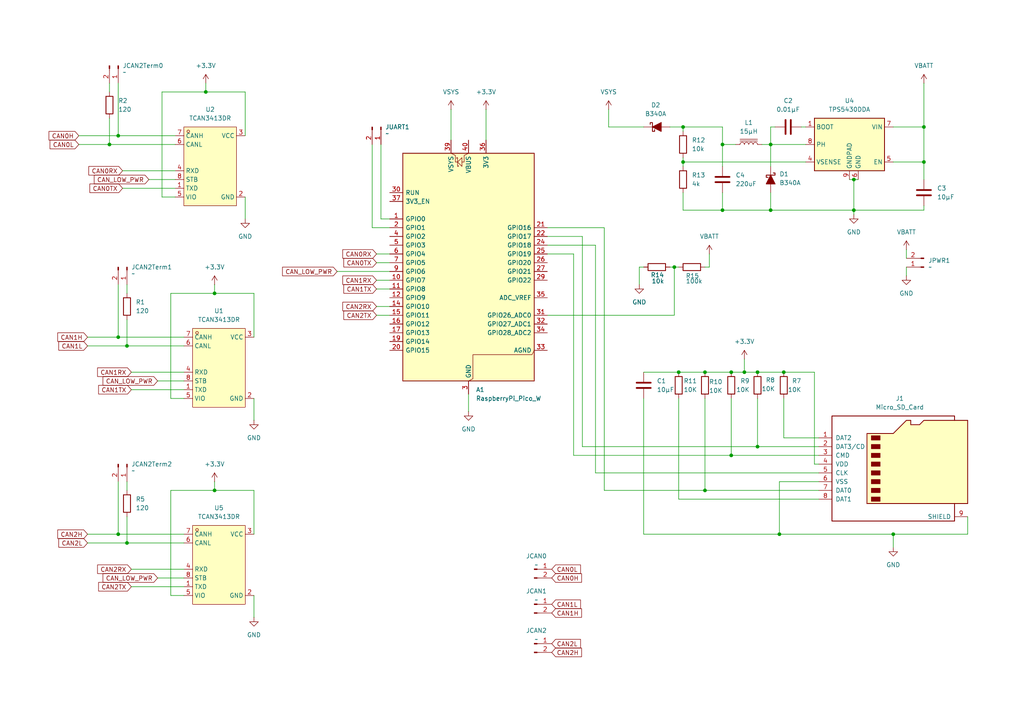
<source format=kicad_sch>
(kicad_sch
	(version 20250114)
	(generator "eeschema")
	(generator_version "9.0")
	(uuid "f1febb22-fd88-43ab-88da-4405ead6918a")
	(paper "A4")
	(lib_symbols
		(symbol "Connector:Conn_01x02_Pin"
			(pin_names
				(offset 1.016)
				(hide yes)
			)
			(exclude_from_sim no)
			(in_bom yes)
			(on_board yes)
			(property "Reference" "J"
				(at 0 2.54 0)
				(effects
					(font
						(size 1.27 1.27)
					)
				)
			)
			(property "Value" "Conn_01x02_Pin"
				(at 0 -5.08 0)
				(effects
					(font
						(size 1.27 1.27)
					)
				)
			)
			(property "Footprint" ""
				(at 0 0 0)
				(effects
					(font
						(size 1.27 1.27)
					)
					(hide yes)
				)
			)
			(property "Datasheet" "~"
				(at 0 0 0)
				(effects
					(font
						(size 1.27 1.27)
					)
					(hide yes)
				)
			)
			(property "Description" "Generic connector, single row, 01x02, script generated"
				(at 0 0 0)
				(effects
					(font
						(size 1.27 1.27)
					)
					(hide yes)
				)
			)
			(property "ki_locked" ""
				(at 0 0 0)
				(effects
					(font
						(size 1.27 1.27)
					)
				)
			)
			(property "ki_keywords" "connector"
				(at 0 0 0)
				(effects
					(font
						(size 1.27 1.27)
					)
					(hide yes)
				)
			)
			(property "ki_fp_filters" "Connector*:*_1x??_*"
				(at 0 0 0)
				(effects
					(font
						(size 1.27 1.27)
					)
					(hide yes)
				)
			)
			(symbol "Conn_01x02_Pin_1_1"
				(rectangle
					(start 0.8636 0.127)
					(end 0 -0.127)
					(stroke
						(width 0.1524)
						(type default)
					)
					(fill
						(type outline)
					)
				)
				(rectangle
					(start 0.8636 -2.413)
					(end 0 -2.667)
					(stroke
						(width 0.1524)
						(type default)
					)
					(fill
						(type outline)
					)
				)
				(polyline
					(pts
						(xy 1.27 0) (xy 0.8636 0)
					)
					(stroke
						(width 0.1524)
						(type default)
					)
					(fill
						(type none)
					)
				)
				(polyline
					(pts
						(xy 1.27 -2.54) (xy 0.8636 -2.54)
					)
					(stroke
						(width 0.1524)
						(type default)
					)
					(fill
						(type none)
					)
				)
				(pin passive line
					(at 5.08 0 180)
					(length 3.81)
					(name "Pin_1"
						(effects
							(font
								(size 1.27 1.27)
							)
						)
					)
					(number "1"
						(effects
							(font
								(size 1.27 1.27)
							)
						)
					)
				)
				(pin passive line
					(at 5.08 -2.54 180)
					(length 3.81)
					(name "Pin_2"
						(effects
							(font
								(size 1.27 1.27)
							)
						)
					)
					(number "2"
						(effects
							(font
								(size 1.27 1.27)
							)
						)
					)
				)
			)
			(embedded_fonts no)
		)
		(symbol "Connector:Micro_SD_Card"
			(pin_names
				(offset 1.016)
			)
			(exclude_from_sim no)
			(in_bom yes)
			(on_board yes)
			(property "Reference" "J"
				(at -16.51 15.24 0)
				(effects
					(font
						(size 1.27 1.27)
					)
				)
			)
			(property "Value" "Micro_SD_Card"
				(at 16.51 15.24 0)
				(effects
					(font
						(size 1.27 1.27)
					)
					(justify right)
				)
			)
			(property "Footprint" ""
				(at 29.21 7.62 0)
				(effects
					(font
						(size 1.27 1.27)
					)
					(hide yes)
				)
			)
			(property "Datasheet" "https://www.we-online.com/components/products/datasheet/693072010801.pdf"
				(at 0 0 0)
				(effects
					(font
						(size 1.27 1.27)
					)
					(hide yes)
				)
			)
			(property "Description" "Micro SD Card Socket"
				(at 0 0 0)
				(effects
					(font
						(size 1.27 1.27)
					)
					(hide yes)
				)
			)
			(property "ki_keywords" "connector SD microsd"
				(at 0 0 0)
				(effects
					(font
						(size 1.27 1.27)
					)
					(hide yes)
				)
			)
			(property "ki_fp_filters" "microSD*"
				(at 0 0 0)
				(effects
					(font
						(size 1.27 1.27)
					)
					(hide yes)
				)
			)
			(symbol "Micro_SD_Card_0_1"
				(polyline
					(pts
						(xy -8.89 -11.43) (xy -8.89 8.89) (xy -1.27 8.89) (xy 2.54 12.7) (xy 3.81 12.7) (xy 3.81 11.43)
						(xy 6.35 11.43) (xy 7.62 12.7) (xy 20.32 12.7) (xy 20.32 -11.43) (xy -8.89 -11.43)
					)
					(stroke
						(width 0.254)
						(type default)
					)
					(fill
						(type background)
					)
				)
				(rectangle
					(start -7.62 8.255)
					(end -5.08 6.985)
					(stroke
						(width 0)
						(type default)
					)
					(fill
						(type outline)
					)
				)
				(rectangle
					(start -7.62 5.715)
					(end -5.08 4.445)
					(stroke
						(width 0)
						(type default)
					)
					(fill
						(type outline)
					)
				)
				(rectangle
					(start -7.62 3.175)
					(end -5.08 1.905)
					(stroke
						(width 0)
						(type default)
					)
					(fill
						(type outline)
					)
				)
				(rectangle
					(start -7.62 0.635)
					(end -5.08 -0.635)
					(stroke
						(width 0)
						(type default)
					)
					(fill
						(type outline)
					)
				)
				(rectangle
					(start -7.62 -1.905)
					(end -5.08 -3.175)
					(stroke
						(width 0)
						(type default)
					)
					(fill
						(type outline)
					)
				)
				(rectangle
					(start -7.62 -4.445)
					(end -5.08 -5.715)
					(stroke
						(width 0)
						(type default)
					)
					(fill
						(type outline)
					)
				)
				(rectangle
					(start -7.62 -6.985)
					(end -5.08 -8.255)
					(stroke
						(width 0)
						(type default)
					)
					(fill
						(type outline)
					)
				)
				(rectangle
					(start -7.62 -9.525)
					(end -5.08 -10.795)
					(stroke
						(width 0)
						(type default)
					)
					(fill
						(type outline)
					)
				)
				(polyline
					(pts
						(xy 16.51 12.7) (xy 16.51 13.97) (xy -19.05 13.97) (xy -19.05 -16.51) (xy 16.51 -16.51) (xy 16.51 -11.43)
					)
					(stroke
						(width 0.254)
						(type default)
					)
					(fill
						(type none)
					)
				)
			)
			(symbol "Micro_SD_Card_1_1"
				(pin bidirectional line
					(at -22.86 7.62 0)
					(length 3.81)
					(name "DAT2"
						(effects
							(font
								(size 1.27 1.27)
							)
						)
					)
					(number "1"
						(effects
							(font
								(size 1.27 1.27)
							)
						)
					)
				)
				(pin bidirectional line
					(at -22.86 5.08 0)
					(length 3.81)
					(name "DAT3/CD"
						(effects
							(font
								(size 1.27 1.27)
							)
						)
					)
					(number "2"
						(effects
							(font
								(size 1.27 1.27)
							)
						)
					)
				)
				(pin input line
					(at -22.86 2.54 0)
					(length 3.81)
					(name "CMD"
						(effects
							(font
								(size 1.27 1.27)
							)
						)
					)
					(number "3"
						(effects
							(font
								(size 1.27 1.27)
							)
						)
					)
				)
				(pin power_in line
					(at -22.86 0 0)
					(length 3.81)
					(name "VDD"
						(effects
							(font
								(size 1.27 1.27)
							)
						)
					)
					(number "4"
						(effects
							(font
								(size 1.27 1.27)
							)
						)
					)
				)
				(pin input line
					(at -22.86 -2.54 0)
					(length 3.81)
					(name "CLK"
						(effects
							(font
								(size 1.27 1.27)
							)
						)
					)
					(number "5"
						(effects
							(font
								(size 1.27 1.27)
							)
						)
					)
				)
				(pin power_in line
					(at -22.86 -5.08 0)
					(length 3.81)
					(name "VSS"
						(effects
							(font
								(size 1.27 1.27)
							)
						)
					)
					(number "6"
						(effects
							(font
								(size 1.27 1.27)
							)
						)
					)
				)
				(pin bidirectional line
					(at -22.86 -7.62 0)
					(length 3.81)
					(name "DAT0"
						(effects
							(font
								(size 1.27 1.27)
							)
						)
					)
					(number "7"
						(effects
							(font
								(size 1.27 1.27)
							)
						)
					)
				)
				(pin bidirectional line
					(at -22.86 -10.16 0)
					(length 3.81)
					(name "DAT1"
						(effects
							(font
								(size 1.27 1.27)
							)
						)
					)
					(number "8"
						(effects
							(font
								(size 1.27 1.27)
							)
						)
					)
				)
				(pin passive line
					(at 20.32 -15.24 180)
					(length 3.81)
					(name "SHIELD"
						(effects
							(font
								(size 1.27 1.27)
							)
						)
					)
					(number "9"
						(effects
							(font
								(size 1.27 1.27)
							)
						)
					)
				)
			)
			(embedded_fonts no)
		)
		(symbol "Device:C"
			(pin_numbers
				(hide yes)
			)
			(pin_names
				(offset 0.254)
			)
			(exclude_from_sim no)
			(in_bom yes)
			(on_board yes)
			(property "Reference" "C"
				(at 0.635 2.54 0)
				(effects
					(font
						(size 1.27 1.27)
					)
					(justify left)
				)
			)
			(property "Value" "C"
				(at 0.635 -2.54 0)
				(effects
					(font
						(size 1.27 1.27)
					)
					(justify left)
				)
			)
			(property "Footprint" ""
				(at 0.9652 -3.81 0)
				(effects
					(font
						(size 1.27 1.27)
					)
					(hide yes)
				)
			)
			(property "Datasheet" "~"
				(at 0 0 0)
				(effects
					(font
						(size 1.27 1.27)
					)
					(hide yes)
				)
			)
			(property "Description" "Unpolarized capacitor"
				(at 0 0 0)
				(effects
					(font
						(size 1.27 1.27)
					)
					(hide yes)
				)
			)
			(property "ki_keywords" "cap capacitor"
				(at 0 0 0)
				(effects
					(font
						(size 1.27 1.27)
					)
					(hide yes)
				)
			)
			(property "ki_fp_filters" "C_*"
				(at 0 0 0)
				(effects
					(font
						(size 1.27 1.27)
					)
					(hide yes)
				)
			)
			(symbol "C_0_1"
				(polyline
					(pts
						(xy -2.032 0.762) (xy 2.032 0.762)
					)
					(stroke
						(width 0.508)
						(type default)
					)
					(fill
						(type none)
					)
				)
				(polyline
					(pts
						(xy -2.032 -0.762) (xy 2.032 -0.762)
					)
					(stroke
						(width 0.508)
						(type default)
					)
					(fill
						(type none)
					)
				)
			)
			(symbol "C_1_1"
				(pin passive line
					(at 0 3.81 270)
					(length 2.794)
					(name "~"
						(effects
							(font
								(size 1.27 1.27)
							)
						)
					)
					(number "1"
						(effects
							(font
								(size 1.27 1.27)
							)
						)
					)
				)
				(pin passive line
					(at 0 -3.81 90)
					(length 2.794)
					(name "~"
						(effects
							(font
								(size 1.27 1.27)
							)
						)
					)
					(number "2"
						(effects
							(font
								(size 1.27 1.27)
							)
						)
					)
				)
			)
			(embedded_fonts no)
		)
		(symbol "Device:L_Iron"
			(pin_numbers
				(hide yes)
			)
			(pin_names
				(offset 1.016)
				(hide yes)
			)
			(exclude_from_sim no)
			(in_bom yes)
			(on_board yes)
			(property "Reference" "L"
				(at -1.27 0 90)
				(effects
					(font
						(size 1.27 1.27)
					)
				)
			)
			(property "Value" "L_Iron"
				(at 2.794 0 90)
				(effects
					(font
						(size 1.27 1.27)
					)
				)
			)
			(property "Footprint" ""
				(at 0 0 0)
				(effects
					(font
						(size 1.27 1.27)
					)
					(hide yes)
				)
			)
			(property "Datasheet" "~"
				(at 0 0 0)
				(effects
					(font
						(size 1.27 1.27)
					)
					(hide yes)
				)
			)
			(property "Description" "Inductor with iron core"
				(at 0 0 0)
				(effects
					(font
						(size 1.27 1.27)
					)
					(hide yes)
				)
			)
			(property "ki_keywords" "inductor choke coil reactor magnetic"
				(at 0 0 0)
				(effects
					(font
						(size 1.27 1.27)
					)
					(hide yes)
				)
			)
			(property "ki_fp_filters" "Choke_* *Coil* Inductor_* L_*"
				(at 0 0 0)
				(effects
					(font
						(size 1.27 1.27)
					)
					(hide yes)
				)
			)
			(symbol "L_Iron_0_1"
				(arc
					(start 0 2.54)
					(mid 0.6323 1.905)
					(end 0 1.27)
					(stroke
						(width 0)
						(type default)
					)
					(fill
						(type none)
					)
				)
				(arc
					(start 0 1.27)
					(mid 0.6323 0.635)
					(end 0 0)
					(stroke
						(width 0)
						(type default)
					)
					(fill
						(type none)
					)
				)
				(arc
					(start 0 0)
					(mid 0.6323 -0.635)
					(end 0 -1.27)
					(stroke
						(width 0)
						(type default)
					)
					(fill
						(type none)
					)
				)
				(arc
					(start 0 -1.27)
					(mid 0.6323 -1.905)
					(end 0 -2.54)
					(stroke
						(width 0)
						(type default)
					)
					(fill
						(type none)
					)
				)
				(polyline
					(pts
						(xy 1.016 2.54) (xy 1.016 -2.54)
					)
					(stroke
						(width 0)
						(type default)
					)
					(fill
						(type none)
					)
				)
				(polyline
					(pts
						(xy 1.524 -2.54) (xy 1.524 2.54)
					)
					(stroke
						(width 0)
						(type default)
					)
					(fill
						(type none)
					)
				)
			)
			(symbol "L_Iron_1_1"
				(pin passive line
					(at 0 3.81 270)
					(length 1.27)
					(name "1"
						(effects
							(font
								(size 1.27 1.27)
							)
						)
					)
					(number "1"
						(effects
							(font
								(size 1.27 1.27)
							)
						)
					)
				)
				(pin passive line
					(at 0 -3.81 90)
					(length 1.27)
					(name "2"
						(effects
							(font
								(size 1.27 1.27)
							)
						)
					)
					(number "2"
						(effects
							(font
								(size 1.27 1.27)
							)
						)
					)
				)
			)
			(embedded_fonts no)
		)
		(symbol "Device:R"
			(pin_numbers
				(hide yes)
			)
			(pin_names
				(offset 0)
			)
			(exclude_from_sim no)
			(in_bom yes)
			(on_board yes)
			(property "Reference" "R"
				(at 2.032 0 90)
				(effects
					(font
						(size 1.27 1.27)
					)
				)
			)
			(property "Value" "R"
				(at 0 0 90)
				(effects
					(font
						(size 1.27 1.27)
					)
				)
			)
			(property "Footprint" ""
				(at -1.778 0 90)
				(effects
					(font
						(size 1.27 1.27)
					)
					(hide yes)
				)
			)
			(property "Datasheet" "~"
				(at 0 0 0)
				(effects
					(font
						(size 1.27 1.27)
					)
					(hide yes)
				)
			)
			(property "Description" "Resistor"
				(at 0 0 0)
				(effects
					(font
						(size 1.27 1.27)
					)
					(hide yes)
				)
			)
			(property "ki_keywords" "R res resistor"
				(at 0 0 0)
				(effects
					(font
						(size 1.27 1.27)
					)
					(hide yes)
				)
			)
			(property "ki_fp_filters" "R_*"
				(at 0 0 0)
				(effects
					(font
						(size 1.27 1.27)
					)
					(hide yes)
				)
			)
			(symbol "R_0_1"
				(rectangle
					(start -1.016 -2.54)
					(end 1.016 2.54)
					(stroke
						(width 0.254)
						(type default)
					)
					(fill
						(type none)
					)
				)
			)
			(symbol "R_1_1"
				(pin passive line
					(at 0 3.81 270)
					(length 1.27)
					(name "~"
						(effects
							(font
								(size 1.27 1.27)
							)
						)
					)
					(number "1"
						(effects
							(font
								(size 1.27 1.27)
							)
						)
					)
				)
				(pin passive line
					(at 0 -3.81 90)
					(length 1.27)
					(name "~"
						(effects
							(font
								(size 1.27 1.27)
							)
						)
					)
					(number "2"
						(effects
							(font
								(size 1.27 1.27)
							)
						)
					)
				)
			)
			(embedded_fonts no)
		)
		(symbol "EasyEDA:TCAN3413DR"
			(exclude_from_sim no)
			(in_bom yes)
			(on_board yes)
			(property "Reference" "U"
				(at 0 13.97 0)
				(effects
					(font
						(size 1.27 1.27)
					)
				)
			)
			(property "Value" "TCAN3413DR"
				(at 0 -13.97 0)
				(effects
					(font
						(size 1.27 1.27)
					)
				)
			)
			(property "Footprint" "EasyEDA:SOP-8_L4.9-W3.9-P1.27-LS6.0-BL-1"
				(at 0 -16.51 0)
				(effects
					(font
						(size 1.27 1.27)
					)
					(hide yes)
				)
			)
			(property "Datasheet" ""
				(at 0 0 0)
				(effects
					(font
						(size 1.27 1.27)
					)
					(hide yes)
				)
			)
			(property "Description" ""
				(at 0 0 0)
				(effects
					(font
						(size 1.27 1.27)
					)
					(hide yes)
				)
			)
			(property "LCSC Part" "C22433320"
				(at 0 -19.05 0)
				(effects
					(font
						(size 1.27 1.27)
					)
					(hide yes)
				)
			)
			(symbol "TCAN3413DR_0_1"
				(rectangle
					(start -7.62 11.43)
					(end 7.62 -11.43)
					(stroke
						(width 0)
						(type default)
					)
					(fill
						(type background)
					)
				)
				(circle
					(center -6.35 10.16)
					(radius 0.38)
					(stroke
						(width 0)
						(type default)
					)
					(fill
						(type none)
					)
				)
				(pin unspecified line
					(at -10.16 8.89 0)
					(length 2.54)
					(name "CANH"
						(effects
							(font
								(size 1.27 1.27)
							)
						)
					)
					(number "7"
						(effects
							(font
								(size 1.27 1.27)
							)
						)
					)
				)
				(pin unspecified line
					(at -10.16 6.35 0)
					(length 2.54)
					(name "CANL"
						(effects
							(font
								(size 1.27 1.27)
							)
						)
					)
					(number "6"
						(effects
							(font
								(size 1.27 1.27)
							)
						)
					)
				)
				(pin unspecified line
					(at -10.16 -1.27 0)
					(length 2.54)
					(name "RXD"
						(effects
							(font
								(size 1.27 1.27)
							)
						)
					)
					(number "4"
						(effects
							(font
								(size 1.27 1.27)
							)
						)
					)
				)
				(pin unspecified line
					(at -10.16 -3.81 0)
					(length 2.54)
					(name "STB"
						(effects
							(font
								(size 1.27 1.27)
							)
						)
					)
					(number "8"
						(effects
							(font
								(size 1.27 1.27)
							)
						)
					)
				)
				(pin unspecified line
					(at -10.16 -6.35 0)
					(length 2.54)
					(name "TXD"
						(effects
							(font
								(size 1.27 1.27)
							)
						)
					)
					(number "1"
						(effects
							(font
								(size 1.27 1.27)
							)
						)
					)
				)
				(pin unspecified line
					(at -10.16 -8.89 0)
					(length 2.54)
					(name "VIO"
						(effects
							(font
								(size 1.27 1.27)
							)
						)
					)
					(number "5"
						(effects
							(font
								(size 1.27 1.27)
							)
						)
					)
				)
				(pin unspecified line
					(at 10.16 8.89 180)
					(length 2.54)
					(name "VCC"
						(effects
							(font
								(size 1.27 1.27)
							)
						)
					)
					(number "3"
						(effects
							(font
								(size 1.27 1.27)
							)
						)
					)
				)
				(pin unspecified line
					(at 10.16 -8.89 180)
					(length 2.54)
					(name "GND"
						(effects
							(font
								(size 1.27 1.27)
							)
						)
					)
					(number "2"
						(effects
							(font
								(size 1.27 1.27)
							)
						)
					)
				)
			)
			(embedded_fonts no)
		)
		(symbol "MCU_Module:RaspberryPi_Pico_W"
			(pin_names
				(offset 0.762)
			)
			(exclude_from_sim no)
			(in_bom yes)
			(on_board yes)
			(property "Reference" "A"
				(at -19.05 35.56 0)
				(effects
					(font
						(size 1.27 1.27)
					)
					(justify left)
				)
			)
			(property "Value" "RaspberryPi_Pico_W"
				(at 7.62 35.56 0)
				(effects
					(font
						(size 1.27 1.27)
					)
					(justify left)
				)
			)
			(property "Footprint" "Module:RaspberryPi_Pico_W_SMD_HandSolder"
				(at 0 -46.99 0)
				(effects
					(font
						(size 1.27 1.27)
					)
					(hide yes)
				)
			)
			(property "Datasheet" "https://datasheets.raspberrypi.com/picow/pico-w-datasheet.pdf"
				(at 0 -49.53 0)
				(effects
					(font
						(size 1.27 1.27)
					)
					(hide yes)
				)
			)
			(property "Description" "Versatile and inexpensive wireless microcontroller module powered by RP2040 dual-core Arm Cortex-M0+ processor up to 133 MHz, 264kB SRAM, 2MB QSPI flash, Infineon CYW43439 2.4GHz 802.11n wireless LAN; also supports Raspberry Pi Pico 2 W"
				(at 0 -52.07 0)
				(effects
					(font
						(size 1.27 1.27)
					)
					(hide yes)
				)
			)
			(property "ki_keywords" "RP2350A M33 RISC-V Hazard3 usb wifi bluetooth"
				(at 0 0 0)
				(effects
					(font
						(size 1.27 1.27)
					)
					(hide yes)
				)
			)
			(property "ki_fp_filters" "RaspberryPi?Pico?Common* RaspberryPi?Pico?W?SMD*"
				(at 0 0 0)
				(effects
					(font
						(size 1.27 1.27)
					)
					(hide yes)
				)
			)
			(symbol "RaspberryPi_Pico_W_0_1"
				(rectangle
					(start -19.05 34.29)
					(end 19.05 -31.75)
					(stroke
						(width 0.254)
						(type default)
					)
					(fill
						(type background)
					)
				)
				(polyline
					(pts
						(xy -5.08 34.29) (xy -3.81 33.655) (xy -3.81 31.75) (xy -3.175 31.75)
					)
					(stroke
						(width 0)
						(type default)
					)
					(fill
						(type none)
					)
				)
				(polyline
					(pts
						(xy -3.429 32.766) (xy -3.429 33.02) (xy -3.175 33.02) (xy -3.175 30.48) (xy -2.921 30.48) (xy -2.921 30.734)
					)
					(stroke
						(width 0)
						(type default)
					)
					(fill
						(type none)
					)
				)
				(polyline
					(pts
						(xy -3.175 31.75) (xy -1.905 33.02) (xy -1.905 30.48) (xy -3.175 31.75)
					)
					(stroke
						(width 0)
						(type default)
					)
					(fill
						(type none)
					)
				)
				(polyline
					(pts
						(xy 0 34.29) (xy -1.27 33.655) (xy -1.27 31.75) (xy -1.905 31.75)
					)
					(stroke
						(width 0)
						(type default)
					)
					(fill
						(type none)
					)
				)
				(polyline
					(pts
						(xy 0 -31.75) (xy 1.27 -31.115) (xy 1.27 -24.13) (xy 18.415 -24.13) (xy 19.05 -22.86)
					)
					(stroke
						(width 0)
						(type default)
					)
					(fill
						(type none)
					)
				)
			)
			(symbol "RaspberryPi_Pico_W_1_1"
				(pin passive line
					(at -22.86 22.86 0)
					(length 3.81)
					(name "RUN"
						(effects
							(font
								(size 1.27 1.27)
							)
						)
					)
					(number "30"
						(effects
							(font
								(size 1.27 1.27)
							)
						)
					)
					(alternate "~{RESET}" passive line)
				)
				(pin passive line
					(at -22.86 20.32 0)
					(length 3.81)
					(name "3V3_EN"
						(effects
							(font
								(size 1.27 1.27)
							)
						)
					)
					(number "37"
						(effects
							(font
								(size 1.27 1.27)
							)
						)
					)
					(alternate "~{3V3_DISABLE}" passive line)
				)
				(pin bidirectional line
					(at -22.86 15.24 0)
					(length 3.81)
					(name "GPIO0"
						(effects
							(font
								(size 1.27 1.27)
							)
						)
					)
					(number "1"
						(effects
							(font
								(size 1.27 1.27)
							)
						)
					)
					(alternate "I2C0_SDA" bidirectional line)
					(alternate "PWM0_A" output line)
					(alternate "SPI0_RX" input line)
					(alternate "UART0_TX" output line)
					(alternate "USB_OVCUR_DET" input line)
				)
				(pin bidirectional line
					(at -22.86 12.7 0)
					(length 3.81)
					(name "GPIO1"
						(effects
							(font
								(size 1.27 1.27)
							)
						)
					)
					(number "2"
						(effects
							(font
								(size 1.27 1.27)
							)
						)
					)
					(alternate "I2C0_SCL" bidirectional clock)
					(alternate "PWM0_B" bidirectional line)
					(alternate "UART0_RX" input line)
					(alternate "USB_VBUS_DET" passive line)
					(alternate "~{SPI0_CSn}" bidirectional line)
				)
				(pin bidirectional line
					(at -22.86 10.16 0)
					(length 3.81)
					(name "GPIO2"
						(effects
							(font
								(size 1.27 1.27)
							)
						)
					)
					(number "4"
						(effects
							(font
								(size 1.27 1.27)
							)
						)
					)
					(alternate "I2C1_SDA" bidirectional line)
					(alternate "PWM1_A" output line)
					(alternate "SPI0_SCK" bidirectional clock)
					(alternate "UART0_CTS" input line)
					(alternate "USB_VBUS_EN" output line)
				)
				(pin bidirectional line
					(at -22.86 7.62 0)
					(length 3.81)
					(name "GPIO3"
						(effects
							(font
								(size 1.27 1.27)
							)
						)
					)
					(number "5"
						(effects
							(font
								(size 1.27 1.27)
							)
						)
					)
					(alternate "I2C1_SCL" bidirectional clock)
					(alternate "PWM1_B" bidirectional line)
					(alternate "SPI0_TX" output line)
					(alternate "UART0_RTS" output line)
					(alternate "USB_OVCUR_DET" input line)
				)
				(pin bidirectional line
					(at -22.86 5.08 0)
					(length 3.81)
					(name "GPIO4"
						(effects
							(font
								(size 1.27 1.27)
							)
						)
					)
					(number "6"
						(effects
							(font
								(size 1.27 1.27)
							)
						)
					)
					(alternate "I2C0_SDA" bidirectional line)
					(alternate "PWM2_A" output line)
					(alternate "SPI0_RX" input line)
					(alternate "UART1_TX" output line)
					(alternate "USB_VBUS_DET" input line)
				)
				(pin bidirectional line
					(at -22.86 2.54 0)
					(length 3.81)
					(name "GPIO5"
						(effects
							(font
								(size 1.27 1.27)
							)
						)
					)
					(number "7"
						(effects
							(font
								(size 1.27 1.27)
							)
						)
					)
					(alternate "I2C0_SCL" bidirectional clock)
					(alternate "PWM2_B" bidirectional line)
					(alternate "UART1_RX" input line)
					(alternate "USB_VBUS_EN" output line)
					(alternate "~{SPI0_CSn}" bidirectional line)
				)
				(pin bidirectional line
					(at -22.86 0 0)
					(length 3.81)
					(name "GPIO6"
						(effects
							(font
								(size 1.27 1.27)
							)
						)
					)
					(number "9"
						(effects
							(font
								(size 1.27 1.27)
							)
						)
					)
					(alternate "I2C1_SDA" bidirectional line)
					(alternate "PWM3_A" output line)
					(alternate "SPI0_SCK" bidirectional clock)
					(alternate "UART1_CTS" input line)
					(alternate "USB_OVCUR_DET" input line)
				)
				(pin bidirectional line
					(at -22.86 -2.54 0)
					(length 3.81)
					(name "GPIO7"
						(effects
							(font
								(size 1.27 1.27)
							)
						)
					)
					(number "10"
						(effects
							(font
								(size 1.27 1.27)
							)
						)
					)
					(alternate "I2C1_SCL" bidirectional clock)
					(alternate "PWM3_B" bidirectional line)
					(alternate "SPI0_TX" output line)
					(alternate "UART1_RTS" output line)
					(alternate "USB_VBUS_DET" input line)
				)
				(pin bidirectional line
					(at -22.86 -5.08 0)
					(length 3.81)
					(name "GPIO8"
						(effects
							(font
								(size 1.27 1.27)
							)
						)
					)
					(number "11"
						(effects
							(font
								(size 1.27 1.27)
							)
						)
					)
					(alternate "I2C0_SDA" bidirectional line)
					(alternate "PWM4_A" output line)
					(alternate "SPI1_RX" input line)
					(alternate "UART1_TX" output line)
					(alternate "USB_VBUS_EN" output line)
				)
				(pin bidirectional line
					(at -22.86 -7.62 0)
					(length 3.81)
					(name "GPIO9"
						(effects
							(font
								(size 1.27 1.27)
							)
						)
					)
					(number "12"
						(effects
							(font
								(size 1.27 1.27)
							)
						)
					)
					(alternate "I2C0_SCL" bidirectional clock)
					(alternate "PWM4_B" bidirectional line)
					(alternate "UART1_RX" input line)
					(alternate "USB_OVCUR_DET" input line)
					(alternate "~{SPI1_CSn}" bidirectional line)
				)
				(pin bidirectional line
					(at -22.86 -10.16 0)
					(length 3.81)
					(name "GPIO10"
						(effects
							(font
								(size 1.27 1.27)
							)
						)
					)
					(number "14"
						(effects
							(font
								(size 1.27 1.27)
							)
						)
					)
					(alternate "I2C1_SDA" bidirectional line)
					(alternate "PWM5_A" output line)
					(alternate "SPI1_SCK" bidirectional clock)
					(alternate "UART1_CTS" input line)
					(alternate "USB_VBUS_DET" input line)
				)
				(pin bidirectional line
					(at -22.86 -12.7 0)
					(length 3.81)
					(name "GPIO11"
						(effects
							(font
								(size 1.27 1.27)
							)
						)
					)
					(number "15"
						(effects
							(font
								(size 1.27 1.27)
							)
						)
					)
					(alternate "I2C1_SCL" bidirectional clock)
					(alternate "PWM5_B" bidirectional line)
					(alternate "SPI1_TX" output line)
					(alternate "UART1_RTS" output line)
					(alternate "USB_VBUS_EN" output line)
				)
				(pin bidirectional line
					(at -22.86 -15.24 0)
					(length 3.81)
					(name "GPIO12"
						(effects
							(font
								(size 1.27 1.27)
							)
						)
					)
					(number "16"
						(effects
							(font
								(size 1.27 1.27)
							)
						)
					)
					(alternate "I2C0_SDA" bidirectional line)
					(alternate "PWM6_A" output line)
					(alternate "SPI1_RX" input line)
					(alternate "UART0_TX" output line)
					(alternate "USB_OVCUR_DET" input line)
				)
				(pin bidirectional line
					(at -22.86 -17.78 0)
					(length 3.81)
					(name "GPIO13"
						(effects
							(font
								(size 1.27 1.27)
							)
						)
					)
					(number "17"
						(effects
							(font
								(size 1.27 1.27)
							)
						)
					)
					(alternate "I2C0_SCL" bidirectional clock)
					(alternate "PWM6_B" bidirectional line)
					(alternate "UART0_RX" input line)
					(alternate "USB_VBUS_DET" input line)
					(alternate "~{SPI1_CSn}" bidirectional line)
				)
				(pin bidirectional line
					(at -22.86 -20.32 0)
					(length 3.81)
					(name "GPIO14"
						(effects
							(font
								(size 1.27 1.27)
							)
						)
					)
					(number "19"
						(effects
							(font
								(size 1.27 1.27)
							)
						)
					)
					(alternate "I2C1_SDA" bidirectional line)
					(alternate "PWM7_A" output line)
					(alternate "SPI1_SCK" bidirectional clock)
					(alternate "UART0_CTS" input line)
					(alternate "USB_VBUS_EN" output line)
				)
				(pin bidirectional line
					(at -22.86 -22.86 0)
					(length 3.81)
					(name "GPIO15"
						(effects
							(font
								(size 1.27 1.27)
							)
						)
					)
					(number "20"
						(effects
							(font
								(size 1.27 1.27)
							)
						)
					)
					(alternate "I2C1_SCL" bidirectional clock)
					(alternate "PWM7_B" bidirectional line)
					(alternate "SPI1_TX" output line)
					(alternate "UART0_RTS" output line)
					(alternate "USB_OVCUR_DET" input line)
				)
				(pin power_in line
					(at -5.08 38.1 270)
					(length 3.81)
					(name "VSYS"
						(effects
							(font
								(size 1.27 1.27)
							)
						)
					)
					(number "39"
						(effects
							(font
								(size 1.27 1.27)
							)
						)
					)
					(alternate "VSYS_OUT" power_out line)
				)
				(pin power_out line
					(at 0 38.1 270)
					(length 3.81)
					(name "VBUS"
						(effects
							(font
								(size 1.27 1.27)
							)
						)
					)
					(number "40"
						(effects
							(font
								(size 1.27 1.27)
							)
						)
					)
					(alternate "VBUS_IN" power_in line)
				)
				(pin passive line
					(at 0 -35.56 90)
					(length 3.81)
					(hide yes)
					(name "GND"
						(effects
							(font
								(size 1.27 1.27)
							)
						)
					)
					(number "13"
						(effects
							(font
								(size 1.27 1.27)
							)
						)
					)
				)
				(pin passive line
					(at 0 -35.56 90)
					(length 3.81)
					(hide yes)
					(name "GND"
						(effects
							(font
								(size 1.27 1.27)
							)
						)
					)
					(number "18"
						(effects
							(font
								(size 1.27 1.27)
							)
						)
					)
				)
				(pin passive line
					(at 0 -35.56 90)
					(length 3.81)
					(hide yes)
					(name "GND"
						(effects
							(font
								(size 1.27 1.27)
							)
						)
					)
					(number "23"
						(effects
							(font
								(size 1.27 1.27)
							)
						)
					)
				)
				(pin passive line
					(at 0 -35.56 90)
					(length 3.81)
					(hide yes)
					(name "GND"
						(effects
							(font
								(size 1.27 1.27)
							)
						)
					)
					(number "28"
						(effects
							(font
								(size 1.27 1.27)
							)
						)
					)
				)
				(pin power_out line
					(at 0 -35.56 90)
					(length 3.81)
					(name "GND"
						(effects
							(font
								(size 1.27 1.27)
							)
						)
					)
					(number "3"
						(effects
							(font
								(size 1.27 1.27)
							)
						)
					)
					(alternate "GND_IN" power_in line)
				)
				(pin passive line
					(at 0 -35.56 90)
					(length 3.81)
					(hide yes)
					(name "GND"
						(effects
							(font
								(size 1.27 1.27)
							)
						)
					)
					(number "38"
						(effects
							(font
								(size 1.27 1.27)
							)
						)
					)
				)
				(pin passive line
					(at 0 -35.56 90)
					(length 3.81)
					(hide yes)
					(name "GND"
						(effects
							(font
								(size 1.27 1.27)
							)
						)
					)
					(number "8"
						(effects
							(font
								(size 1.27 1.27)
							)
						)
					)
				)
				(pin power_out line
					(at 5.08 38.1 270)
					(length 3.81)
					(name "3V3"
						(effects
							(font
								(size 1.27 1.27)
							)
						)
					)
					(number "36"
						(effects
							(font
								(size 1.27 1.27)
							)
						)
					)
				)
				(pin bidirectional line
					(at 22.86 12.7 180)
					(length 3.81)
					(name "GPIO16"
						(effects
							(font
								(size 1.27 1.27)
							)
						)
					)
					(number "21"
						(effects
							(font
								(size 1.27 1.27)
							)
						)
					)
					(alternate "I2C0_SDA" bidirectional line)
					(alternate "PWM0_A" output line)
					(alternate "SPI0_RX" input line)
					(alternate "UART0_TX" output line)
					(alternate "USB_VBUS_DET" input line)
				)
				(pin bidirectional line
					(at 22.86 10.16 180)
					(length 3.81)
					(name "GPIO17"
						(effects
							(font
								(size 1.27 1.27)
							)
						)
					)
					(number "22"
						(effects
							(font
								(size 1.27 1.27)
							)
						)
					)
					(alternate "I2C0_SCL" bidirectional clock)
					(alternate "PWM0_B" bidirectional line)
					(alternate "UART0_RX" input line)
					(alternate "USB_VBUS_EN" output line)
					(alternate "~{SPI0_CSn}" bidirectional line)
				)
				(pin bidirectional line
					(at 22.86 7.62 180)
					(length 3.81)
					(name "GPIO18"
						(effects
							(font
								(size 1.27 1.27)
							)
						)
					)
					(number "24"
						(effects
							(font
								(size 1.27 1.27)
							)
						)
					)
					(alternate "I2C1_SDA" bidirectional line)
					(alternate "PWM1_A" output line)
					(alternate "SPI0_SCK" bidirectional clock)
					(alternate "UART0_CTS" input line)
					(alternate "USB_OVCUR_DET" input line)
				)
				(pin bidirectional line
					(at 22.86 5.08 180)
					(length 3.81)
					(name "GPIO19"
						(effects
							(font
								(size 1.27 1.27)
							)
						)
					)
					(number "25"
						(effects
							(font
								(size 1.27 1.27)
							)
						)
					)
					(alternate "I2C1_SCL" bidirectional clock)
					(alternate "PWM1_B" bidirectional line)
					(alternate "SPI0_TX" output line)
					(alternate "UART0_RTS" output line)
					(alternate "USB_VBUS_DET" input line)
				)
				(pin bidirectional line
					(at 22.86 2.54 180)
					(length 3.81)
					(name "GPIO20"
						(effects
							(font
								(size 1.27 1.27)
							)
						)
					)
					(number "26"
						(effects
							(font
								(size 1.27 1.27)
							)
						)
					)
					(alternate "CLOCK_GPIN0" input clock)
					(alternate "I2C0_SDA" bidirectional line)
					(alternate "PWM2_A" output line)
					(alternate "SPI0_RX" input line)
					(alternate "UART1_TX" output line)
					(alternate "USB_VBUS_EN" output line)
				)
				(pin bidirectional line
					(at 22.86 0 180)
					(length 3.81)
					(name "GPIO21"
						(effects
							(font
								(size 1.27 1.27)
							)
						)
					)
					(number "27"
						(effects
							(font
								(size 1.27 1.27)
							)
						)
					)
					(alternate "CLOCK_GPOUT0" output clock)
					(alternate "I2C0_SCL" bidirectional clock)
					(alternate "PWM2_B" bidirectional line)
					(alternate "UART1_RX" input line)
					(alternate "USB_OVCUR_DET" input line)
					(alternate "~{SPI0_CSn}" bidirectional line)
				)
				(pin bidirectional line
					(at 22.86 -2.54 180)
					(length 3.81)
					(name "GPIO22"
						(effects
							(font
								(size 1.27 1.27)
							)
						)
					)
					(number "29"
						(effects
							(font
								(size 1.27 1.27)
							)
						)
					)
					(alternate "CLOCK_GPIN1" input clock)
					(alternate "I2C1_SDA" bidirectional line)
					(alternate "PWM3_A" output line)
					(alternate "SPI0_SCK" bidirectional clock)
					(alternate "UART1_CTS" input line)
					(alternate "USB_VBUS_DET" input line)
				)
				(pin power_in line
					(at 22.86 -7.62 180)
					(length 3.81)
					(name "ADC_VREF"
						(effects
							(font
								(size 1.27 1.27)
							)
						)
					)
					(number "35"
						(effects
							(font
								(size 1.27 1.27)
							)
						)
					)
				)
				(pin bidirectional line
					(at 22.86 -12.7 180)
					(length 3.81)
					(name "GPIO26_ADC0"
						(effects
							(font
								(size 1.27 1.27)
							)
						)
					)
					(number "31"
						(effects
							(font
								(size 1.27 1.27)
							)
						)
					)
					(alternate "ADC0" input line)
					(alternate "GPIO26" bidirectional line)
					(alternate "I2C1_SDA" bidirectional line)
					(alternate "PWM5_A" output line)
					(alternate "SPI1_SCK" bidirectional clock)
					(alternate "UART1_CTS" input line)
					(alternate "USB_VBUS_EN" output line)
				)
				(pin bidirectional line
					(at 22.86 -15.24 180)
					(length 3.81)
					(name "GPIO27_ADC1"
						(effects
							(font
								(size 1.27 1.27)
							)
						)
					)
					(number "32"
						(effects
							(font
								(size 1.27 1.27)
							)
						)
					)
					(alternate "ADC1" input line)
					(alternate "GPIO27" bidirectional line)
					(alternate "I2C1_SCL" bidirectional clock)
					(alternate "PWM5_B" bidirectional line)
					(alternate "SPI1_TX" output line)
					(alternate "UART1_RTS" output line)
					(alternate "USB_OVCUR_DET" input line)
				)
				(pin bidirectional line
					(at 22.86 -17.78 180)
					(length 3.81)
					(name "GPIO28_ADC2"
						(effects
							(font
								(size 1.27 1.27)
							)
						)
					)
					(number "34"
						(effects
							(font
								(size 1.27 1.27)
							)
						)
					)
					(alternate "ADC2" input line)
					(alternate "GPIO28" bidirectional line)
					(alternate "I2C0_SDA" bidirectional line)
					(alternate "PWM6_A" output line)
					(alternate "SPI1_RX" input line)
					(alternate "UART0_TX" output line)
					(alternate "USB_VBUS_DET" input line)
				)
				(pin power_out line
					(at 22.86 -22.86 180)
					(length 3.81)
					(name "AGND"
						(effects
							(font
								(size 1.27 1.27)
							)
						)
					)
					(number "33"
						(effects
							(font
								(size 1.27 1.27)
							)
						)
					)
					(alternate "GND" passive line)
				)
			)
			(embedded_fonts no)
		)
		(symbol "PCM_Diode_Schottky_AKL:D_Schottky_Generic"
			(pin_numbers
				(hide yes)
			)
			(pin_names
				(offset 1.016)
				(hide yes)
			)
			(exclude_from_sim no)
			(in_bom yes)
			(on_board yes)
			(property "Reference" "D"
				(at 0 7.62 0)
				(effects
					(font
						(size 1.27 1.27)
					)
				)
			)
			(property "Value" "D_Schottky_Generic"
				(at 0 5.08 0)
				(effects
					(font
						(size 1.27 1.27)
					)
				)
			)
			(property "Footprint" ""
				(at 0 0 0)
				(effects
					(font
						(size 1.27 1.27)
					)
					(hide yes)
				)
			)
			(property "Datasheet" "~"
				(at 0 0 0)
				(effects
					(font
						(size 1.27 1.27)
					)
					(hide yes)
				)
			)
			(property "Description" "Schottky diode, Generic Symbol, Alternate KiCAD Library"
				(at 0 0 0)
				(effects
					(font
						(size 1.27 1.27)
					)
					(hide yes)
				)
			)
			(property "ki_keywords" "diode Schottky generic"
				(at 0 0 0)
				(effects
					(font
						(size 1.27 1.27)
					)
					(hide yes)
				)
			)
			(property "ki_fp_filters" "TO-???* *_Diode_* *SingleDiode* D_*"
				(at 0 0 0)
				(effects
					(font
						(size 1.27 1.27)
					)
					(hide yes)
				)
			)
			(symbol "D_Schottky_Generic_0_1"
				(polyline
					(pts
						(xy -1.27 0) (xy 1.27 0)
					)
					(stroke
						(width 0)
						(type default)
					)
					(fill
						(type none)
					)
				)
				(polyline
					(pts
						(xy -1.27 -1.27) (xy -1.27 1.27) (xy 1.27 0) (xy -1.27 -1.27)
					)
					(stroke
						(width 0.254)
						(type default)
					)
					(fill
						(type outline)
					)
				)
				(polyline
					(pts
						(xy 1.905 -0.762) (xy 1.905 -1.27) (xy 1.27 -1.27) (xy 1.27 1.27) (xy 0.635 1.27) (xy 0.635 0.762)
					)
					(stroke
						(width 0.254)
						(type default)
					)
					(fill
						(type none)
					)
				)
			)
			(symbol "D_Schottky_Generic_0_2"
				(polyline
					(pts
						(xy -2.54 -2.54) (xy 2.54 2.54)
					)
					(stroke
						(width 0)
						(type default)
					)
					(fill
						(type none)
					)
				)
				(polyline
					(pts
						(xy -0.889 -0.889) (xy -1.778 0) (xy 0.889 0.889) (xy 0 -1.778) (xy -0.889 -0.889)
					)
					(stroke
						(width 0.254)
						(type default)
					)
					(fill
						(type outline)
					)
				)
				(polyline
					(pts
						(xy 0 1.778) (xy 1.778 0)
					)
					(stroke
						(width 0.254)
						(type default)
					)
					(fill
						(type none)
					)
				)
				(polyline
					(pts
						(xy 0 1.778) (xy -0.381 1.397) (xy 0 1.016)
					)
					(stroke
						(width 0.254)
						(type default)
					)
					(fill
						(type none)
					)
				)
				(polyline
					(pts
						(xy 1.778 0) (xy 2.159 0.381) (xy 1.778 0.762)
					)
					(stroke
						(width 0.254)
						(type default)
					)
					(fill
						(type none)
					)
				)
			)
			(symbol "D_Schottky_Generic_1_1"
				(pin passive line
					(at -3.81 0 0)
					(length 2.54)
					(name "A"
						(effects
							(font
								(size 1.27 1.27)
							)
						)
					)
					(number "2"
						(effects
							(font
								(size 1.27 1.27)
							)
						)
					)
				)
				(pin passive line
					(at 3.81 0 180)
					(length 2.54)
					(name "K"
						(effects
							(font
								(size 1.27 1.27)
							)
						)
					)
					(number "1"
						(effects
							(font
								(size 1.27 1.27)
							)
						)
					)
				)
			)
			(symbol "D_Schottky_Generic_1_2"
				(pin passive line
					(at -2.54 -2.54 0)
					(length 0)
					(name "A"
						(effects
							(font
								(size 1.27 1.27)
							)
						)
					)
					(number "2"
						(effects
							(font
								(size 1.27 1.27)
							)
						)
					)
				)
				(pin passive line
					(at 2.54 2.54 180)
					(length 0)
					(name "K"
						(effects
							(font
								(size 1.27 1.27)
							)
						)
					)
					(number "1"
						(effects
							(font
								(size 1.27 1.27)
							)
						)
					)
				)
			)
			(embedded_fonts no)
		)
		(symbol "PCM_Resistor_AKL:R_0805"
			(pin_numbers
				(hide yes)
			)
			(pin_names
				(offset 0)
			)
			(exclude_from_sim no)
			(in_bom yes)
			(on_board yes)
			(property "Reference" "R"
				(at 2.54 1.27 0)
				(effects
					(font
						(size 1.27 1.27)
					)
					(justify left)
				)
			)
			(property "Value" "R_0805"
				(at 2.54 -1.27 0)
				(effects
					(font
						(size 1.27 1.27)
					)
					(justify left)
				)
			)
			(property "Footprint" "PCM_Resistor_SMD_AKL:R_0805_2012Metric"
				(at 0 -11.43 0)
				(effects
					(font
						(size 1.27 1.27)
					)
					(hide yes)
				)
			)
			(property "Datasheet" "~"
				(at 0 0 0)
				(effects
					(font
						(size 1.27 1.27)
					)
					(hide yes)
				)
			)
			(property "Description" "SMD 0805 Chip Resistor, European Symbol, Alternate KiCad Library"
				(at 0 0 0)
				(effects
					(font
						(size 1.27 1.27)
					)
					(hide yes)
				)
			)
			(property "ki_keywords" "R res resistor eu  smd 0805"
				(at 0 0 0)
				(effects
					(font
						(size 1.27 1.27)
					)
					(hide yes)
				)
			)
			(property "ki_fp_filters" "R_*"
				(at 0 0 0)
				(effects
					(font
						(size 1.27 1.27)
					)
					(hide yes)
				)
			)
			(symbol "R_0805_0_1"
				(rectangle
					(start -1.016 2.54)
					(end 1.016 -2.54)
					(stroke
						(width 0.254)
						(type default)
					)
					(fill
						(type none)
					)
				)
			)
			(symbol "R_0805_0_2"
				(polyline
					(pts
						(xy -2.54 -2.54) (xy -1.524 -1.524)
					)
					(stroke
						(width 0)
						(type default)
					)
					(fill
						(type none)
					)
				)
				(polyline
					(pts
						(xy 1.524 1.524) (xy 2.54 2.54)
					)
					(stroke
						(width 0)
						(type default)
					)
					(fill
						(type none)
					)
				)
				(polyline
					(pts
						(xy 1.524 1.524) (xy 0.889 2.159) (xy -2.159 -0.889) (xy -0.889 -2.159) (xy 2.159 0.889) (xy 1.524 1.524)
					)
					(stroke
						(width 0.254)
						(type default)
					)
					(fill
						(type none)
					)
				)
			)
			(symbol "R_0805_1_1"
				(pin passive line
					(at 0 3.81 270)
					(length 1.27)
					(name "~"
						(effects
							(font
								(size 1.27 1.27)
							)
						)
					)
					(number "1"
						(effects
							(font
								(size 1.27 1.27)
							)
						)
					)
				)
				(pin passive line
					(at 0 -3.81 90)
					(length 1.27)
					(name "~"
						(effects
							(font
								(size 1.27 1.27)
							)
						)
					)
					(number "2"
						(effects
							(font
								(size 1.27 1.27)
							)
						)
					)
				)
			)
			(symbol "R_0805_1_2"
				(pin passive line
					(at -2.54 -2.54 0)
					(length 0)
					(name ""
						(effects
							(font
								(size 1.27 1.27)
							)
						)
					)
					(number "2"
						(effects
							(font
								(size 1.27 1.27)
							)
						)
					)
				)
				(pin passive line
					(at 2.54 2.54 180)
					(length 0)
					(name ""
						(effects
							(font
								(size 1.27 1.27)
							)
						)
					)
					(number "1"
						(effects
							(font
								(size 1.27 1.27)
							)
						)
					)
				)
			)
			(embedded_fonts no)
		)
		(symbol "Regulator_Switching:TPS5430DDA"
			(exclude_from_sim no)
			(in_bom yes)
			(on_board yes)
			(property "Reference" "U"
				(at -10.16 8.89 0)
				(effects
					(font
						(size 1.27 1.27)
					)
					(justify left)
				)
			)
			(property "Value" "TPS5430DDA"
				(at -1.27 8.89 0)
				(effects
					(font
						(size 1.27 1.27)
					)
					(justify left)
				)
			)
			(property "Footprint" "Package_SO:TI_SO-PowerPAD-8_ThermalVias"
				(at 1.27 -8.89 0)
				(effects
					(font
						(size 1.27 1.27)
						(italic yes)
					)
					(justify left)
					(hide yes)
				)
			)
			(property "Datasheet" "http://www.ti.com/lit/ds/symlink/tps5430.pdf"
				(at 0 0 0)
				(effects
					(font
						(size 1.27 1.27)
					)
					(hide yes)
				)
			)
			(property "Description" "3A, Step Down Swift Converter, Adjustable Output Voltage, 5.5-36V Input Voltage, PowerSO-8"
				(at 0 0 0)
				(effects
					(font
						(size 1.27 1.27)
					)
					(hide yes)
				)
			)
			(property "ki_keywords" "Step-Down DC-DC Switching Regulator"
				(at 0 0 0)
				(effects
					(font
						(size 1.27 1.27)
					)
					(hide yes)
				)
			)
			(property "ki_fp_filters" "TI*SO*PowerPAD*ThermalVias*"
				(at 0 0 0)
				(effects
					(font
						(size 1.27 1.27)
					)
					(hide yes)
				)
			)
			(symbol "TPS5430DDA_0_1"
				(rectangle
					(start -10.16 7.62)
					(end 10.16 -7.62)
					(stroke
						(width 0.254)
						(type default)
					)
					(fill
						(type background)
					)
				)
			)
			(symbol "TPS5430DDA_1_1"
				(pin power_in line
					(at -12.7 5.08 0)
					(length 2.54)
					(name "VIN"
						(effects
							(font
								(size 1.27 1.27)
							)
						)
					)
					(number "7"
						(effects
							(font
								(size 1.27 1.27)
							)
						)
					)
				)
				(pin input line
					(at -12.7 -5.08 0)
					(length 2.54)
					(name "EN"
						(effects
							(font
								(size 1.27 1.27)
							)
						)
					)
					(number "5"
						(effects
							(font
								(size 1.27 1.27)
							)
						)
					)
				)
				(pin no_connect line
					(at -10.16 2.54 0)
					(length 2.54)
					(hide yes)
					(name "NC"
						(effects
							(font
								(size 1.27 1.27)
							)
						)
					)
					(number "2"
						(effects
							(font
								(size 1.27 1.27)
							)
						)
					)
				)
				(pin no_connect line
					(at -10.16 -2.54 0)
					(length 2.54)
					(hide yes)
					(name "NC"
						(effects
							(font
								(size 1.27 1.27)
							)
						)
					)
					(number "3"
						(effects
							(font
								(size 1.27 1.27)
							)
						)
					)
				)
				(pin power_in line
					(at -2.54 -10.16 90)
					(length 2.54)
					(name "GND"
						(effects
							(font
								(size 1.27 1.27)
							)
						)
					)
					(number "6"
						(effects
							(font
								(size 1.27 1.27)
							)
						)
					)
				)
				(pin power_in line
					(at 0 -10.16 90)
					(length 2.54)
					(name "GNDPAD"
						(effects
							(font
								(size 1.27 1.27)
							)
						)
					)
					(number "9"
						(effects
							(font
								(size 1.27 1.27)
							)
						)
					)
				)
				(pin input line
					(at 12.7 5.08 180)
					(length 2.54)
					(name "BOOT"
						(effects
							(font
								(size 1.27 1.27)
							)
						)
					)
					(number "1"
						(effects
							(font
								(size 1.27 1.27)
							)
						)
					)
				)
				(pin output line
					(at 12.7 0 180)
					(length 2.54)
					(name "PH"
						(effects
							(font
								(size 1.27 1.27)
							)
						)
					)
					(number "8"
						(effects
							(font
								(size 1.27 1.27)
							)
						)
					)
				)
				(pin input line
					(at 12.7 -5.08 180)
					(length 2.54)
					(name "VSENSE"
						(effects
							(font
								(size 1.27 1.27)
							)
						)
					)
					(number "4"
						(effects
							(font
								(size 1.27 1.27)
							)
						)
					)
				)
			)
			(embedded_fonts no)
		)
		(symbol "power:+12V"
			(power)
			(pin_numbers
				(hide yes)
			)
			(pin_names
				(offset 0)
				(hide yes)
			)
			(exclude_from_sim no)
			(in_bom yes)
			(on_board yes)
			(property "Reference" "#PWR"
				(at 0 -3.81 0)
				(effects
					(font
						(size 1.27 1.27)
					)
					(hide yes)
				)
			)
			(property "Value" "+12V"
				(at 0 3.556 0)
				(effects
					(font
						(size 1.27 1.27)
					)
				)
			)
			(property "Footprint" ""
				(at 0 0 0)
				(effects
					(font
						(size 1.27 1.27)
					)
					(hide yes)
				)
			)
			(property "Datasheet" ""
				(at 0 0 0)
				(effects
					(font
						(size 1.27 1.27)
					)
					(hide yes)
				)
			)
			(property "Description" "Power symbol creates a global label with name \"+12V\""
				(at 0 0 0)
				(effects
					(font
						(size 1.27 1.27)
					)
					(hide yes)
				)
			)
			(property "ki_keywords" "global power"
				(at 0 0 0)
				(effects
					(font
						(size 1.27 1.27)
					)
					(hide yes)
				)
			)
			(symbol "+12V_0_1"
				(polyline
					(pts
						(xy -0.762 1.27) (xy 0 2.54)
					)
					(stroke
						(width 0)
						(type default)
					)
					(fill
						(type none)
					)
				)
				(polyline
					(pts
						(xy 0 2.54) (xy 0.762 1.27)
					)
					(stroke
						(width 0)
						(type default)
					)
					(fill
						(type none)
					)
				)
				(polyline
					(pts
						(xy 0 0) (xy 0 2.54)
					)
					(stroke
						(width 0)
						(type default)
					)
					(fill
						(type none)
					)
				)
			)
			(symbol "+12V_1_1"
				(pin power_in line
					(at 0 0 90)
					(length 0)
					(name "~"
						(effects
							(font
								(size 1.27 1.27)
							)
						)
					)
					(number "1"
						(effects
							(font
								(size 1.27 1.27)
							)
						)
					)
				)
			)
			(embedded_fonts no)
		)
		(symbol "power:+3.3V"
			(power)
			(pin_numbers
				(hide yes)
			)
			(pin_names
				(offset 0)
				(hide yes)
			)
			(exclude_from_sim no)
			(in_bom yes)
			(on_board yes)
			(property "Reference" "#PWR"
				(at 0 -3.81 0)
				(effects
					(font
						(size 1.27 1.27)
					)
					(hide yes)
				)
			)
			(property "Value" "+3.3V"
				(at 0 3.556 0)
				(effects
					(font
						(size 1.27 1.27)
					)
				)
			)
			(property "Footprint" ""
				(at 0 0 0)
				(effects
					(font
						(size 1.27 1.27)
					)
					(hide yes)
				)
			)
			(property "Datasheet" ""
				(at 0 0 0)
				(effects
					(font
						(size 1.27 1.27)
					)
					(hide yes)
				)
			)
			(property "Description" "Power symbol creates a global label with name \"+3.3V\""
				(at 0 0 0)
				(effects
					(font
						(size 1.27 1.27)
					)
					(hide yes)
				)
			)
			(property "ki_keywords" "global power"
				(at 0 0 0)
				(effects
					(font
						(size 1.27 1.27)
					)
					(hide yes)
				)
			)
			(symbol "+3.3V_0_1"
				(polyline
					(pts
						(xy -0.762 1.27) (xy 0 2.54)
					)
					(stroke
						(width 0)
						(type default)
					)
					(fill
						(type none)
					)
				)
				(polyline
					(pts
						(xy 0 2.54) (xy 0.762 1.27)
					)
					(stroke
						(width 0)
						(type default)
					)
					(fill
						(type none)
					)
				)
				(polyline
					(pts
						(xy 0 0) (xy 0 2.54)
					)
					(stroke
						(width 0)
						(type default)
					)
					(fill
						(type none)
					)
				)
			)
			(symbol "+3.3V_1_1"
				(pin power_in line
					(at 0 0 90)
					(length 0)
					(name "~"
						(effects
							(font
								(size 1.27 1.27)
							)
						)
					)
					(number "1"
						(effects
							(font
								(size 1.27 1.27)
							)
						)
					)
				)
			)
			(embedded_fonts no)
		)
		(symbol "power:GND"
			(power)
			(pin_numbers
				(hide yes)
			)
			(pin_names
				(offset 0)
				(hide yes)
			)
			(exclude_from_sim no)
			(in_bom yes)
			(on_board yes)
			(property "Reference" "#PWR"
				(at 0 -6.35 0)
				(effects
					(font
						(size 1.27 1.27)
					)
					(hide yes)
				)
			)
			(property "Value" "GND"
				(at 0 -3.81 0)
				(effects
					(font
						(size 1.27 1.27)
					)
				)
			)
			(property "Footprint" ""
				(at 0 0 0)
				(effects
					(font
						(size 1.27 1.27)
					)
					(hide yes)
				)
			)
			(property "Datasheet" ""
				(at 0 0 0)
				(effects
					(font
						(size 1.27 1.27)
					)
					(hide yes)
				)
			)
			(property "Description" "Power symbol creates a global label with name \"GND\" , ground"
				(at 0 0 0)
				(effects
					(font
						(size 1.27 1.27)
					)
					(hide yes)
				)
			)
			(property "ki_keywords" "global power"
				(at 0 0 0)
				(effects
					(font
						(size 1.27 1.27)
					)
					(hide yes)
				)
			)
			(symbol "GND_0_1"
				(polyline
					(pts
						(xy 0 0) (xy 0 -1.27) (xy 1.27 -1.27) (xy 0 -2.54) (xy -1.27 -1.27) (xy 0 -1.27)
					)
					(stroke
						(width 0)
						(type default)
					)
					(fill
						(type none)
					)
				)
			)
			(symbol "GND_1_1"
				(pin power_in line
					(at 0 0 270)
					(length 0)
					(name "~"
						(effects
							(font
								(size 1.27 1.27)
							)
						)
					)
					(number "1"
						(effects
							(font
								(size 1.27 1.27)
							)
						)
					)
				)
			)
			(embedded_fonts no)
		)
	)
	(junction
		(at 267.97 36.83)
		(diameter 0)
		(color 0 0 0 0)
		(uuid "0297f704-0abd-4f0d-b149-908557c25972")
	)
	(junction
		(at 195.58 77.47)
		(diameter 0)
		(color 0 0 0 0)
		(uuid "0b4a8a96-7e62-4789-98df-e32c6f56f73b")
	)
	(junction
		(at 259.08 154.94)
		(diameter 0)
		(color 0 0 0 0)
		(uuid "0bc585b8-2441-43a3-bad5-12359b8d5f03")
	)
	(junction
		(at 223.52 41.91)
		(diameter 0)
		(color 0 0 0 0)
		(uuid "1045cc41-d407-42a1-a814-8dbc8a686cde")
	)
	(junction
		(at 267.97 46.99)
		(diameter 0)
		(color 0 0 0 0)
		(uuid "15b24f41-160b-4f99-b07f-a0a04bc163ee")
	)
	(junction
		(at 226.06 154.94)
		(diameter 0)
		(color 0 0 0 0)
		(uuid "200c0a1a-3056-4299-9778-ec0a64348944")
	)
	(junction
		(at 198.12 46.99)
		(diameter 0)
		(color 0 0 0 0)
		(uuid "2322c327-8e14-4746-9d90-82eee114e209")
	)
	(junction
		(at 204.47 107.95)
		(diameter 0)
		(color 0 0 0 0)
		(uuid "244d2f26-22ef-4044-b845-d0ef7d00183b")
	)
	(junction
		(at 247.65 60.96)
		(diameter 0)
		(color 0 0 0 0)
		(uuid "246eb85c-eb77-4d05-92ac-a831a9612b0c")
	)
	(junction
		(at 219.71 129.54)
		(diameter 0)
		(color 0 0 0 0)
		(uuid "3454c7b4-2f9f-481e-a8af-22f4fe2eadc4")
	)
	(junction
		(at 36.83 157.48)
		(diameter 0)
		(color 0 0 0 0)
		(uuid "44b0652e-e02d-4352-938e-320261d1f49a")
	)
	(junction
		(at 204.47 142.24)
		(diameter 0)
		(color 0 0 0 0)
		(uuid "531c15d0-3653-4174-9dd2-e5690edd1a78")
	)
	(junction
		(at 34.29 97.79)
		(diameter 0)
		(color 0 0 0 0)
		(uuid "5c353b18-8f21-4b58-8687-9b9e6f1fa058")
	)
	(junction
		(at 215.9 107.95)
		(diameter 0)
		(color 0 0 0 0)
		(uuid "74696280-5e76-48de-9639-57f7ae8704ea")
	)
	(junction
		(at 62.23 85.09)
		(diameter 0)
		(color 0 0 0 0)
		(uuid "7cedf573-60f0-4689-9993-243a64678d05")
	)
	(junction
		(at 34.29 154.94)
		(diameter 0)
		(color 0 0 0 0)
		(uuid "87e2cff9-639f-436f-9db0-9aa27cf25524")
	)
	(junction
		(at 212.09 107.95)
		(diameter 0)
		(color 0 0 0 0)
		(uuid "89571afa-14b5-4197-a4a9-85b18e12b022")
	)
	(junction
		(at 247.65 52.07)
		(diameter 0)
		(color 0 0 0 0)
		(uuid "8b20e92d-d203-4fb1-9b26-8be7461dc041")
	)
	(junction
		(at 209.55 60.96)
		(diameter 0)
		(color 0 0 0 0)
		(uuid "914b2461-178b-47fd-8e84-982380883af4")
	)
	(junction
		(at 59.69 26.67)
		(diameter 0)
		(color 0 0 0 0)
		(uuid "94107fb2-7be5-4d08-a26a-0f92531fdc34")
	)
	(junction
		(at 31.75 41.91)
		(diameter 0)
		(color 0 0 0 0)
		(uuid "9d9a2867-980c-4397-8b8d-3e1bf0902b27")
	)
	(junction
		(at 227.33 107.95)
		(diameter 0)
		(color 0 0 0 0)
		(uuid "a2b9949f-a831-46a1-8a69-c21814e7f598")
	)
	(junction
		(at 209.55 41.91)
		(diameter 0)
		(color 0 0 0 0)
		(uuid "b56eaa44-56d1-4da9-aa98-66cf107009ea")
	)
	(junction
		(at 62.23 142.24)
		(diameter 0)
		(color 0 0 0 0)
		(uuid "b79f45c9-d397-47d3-9329-f2bfebf2a4ba")
	)
	(junction
		(at 196.85 107.95)
		(diameter 0)
		(color 0 0 0 0)
		(uuid "cde651d6-0e06-4dad-acec-752e472add55")
	)
	(junction
		(at 212.09 132.08)
		(diameter 0)
		(color 0 0 0 0)
		(uuid "d9624e56-9930-46f2-9e16-64d9f471d6ee")
	)
	(junction
		(at 219.71 107.95)
		(diameter 0)
		(color 0 0 0 0)
		(uuid "e11b9bda-c6db-4372-9580-f027572be331")
	)
	(junction
		(at 223.52 60.96)
		(diameter 0)
		(color 0 0 0 0)
		(uuid "e5eac027-73f9-4426-b93d-e9a9d4e981cb")
	)
	(junction
		(at 36.83 100.33)
		(diameter 0)
		(color 0 0 0 0)
		(uuid "fbc3918f-dd08-46fe-9c3d-8952b648f6b3")
	)
	(junction
		(at 34.29 39.37)
		(diameter 0)
		(color 0 0 0 0)
		(uuid "fbd7e296-739a-4e9d-87af-f141b575852d")
	)
	(junction
		(at 198.12 36.83)
		(diameter 0)
		(color 0 0 0 0)
		(uuid "fdf64a46-b3d9-4fac-bf28-58ecd9f7dfb5")
	)
	(wire
		(pts
			(xy 36.83 139.7) (xy 36.83 142.24)
		)
		(stroke
			(width 0)
			(type default)
		)
		(uuid "0009b269-32f8-463e-beb3-8a77850b97f7")
	)
	(wire
		(pts
			(xy 176.53 36.83) (xy 176.53 31.75)
		)
		(stroke
			(width 0)
			(type default)
		)
		(uuid "001e32bc-b5c7-41e3-a515-cbce17926be9")
	)
	(wire
		(pts
			(xy 113.03 63.5) (xy 110.49 63.5)
		)
		(stroke
			(width 0)
			(type default)
		)
		(uuid "00211c6d-169f-4491-bce3-4a7bd1e10c6a")
	)
	(wire
		(pts
			(xy 109.22 88.9) (xy 113.03 88.9)
		)
		(stroke
			(width 0)
			(type default)
		)
		(uuid "01fe843e-5b1d-4062-a9ff-935b879adea1")
	)
	(wire
		(pts
			(xy 185.42 82.55) (xy 185.42 77.47)
		)
		(stroke
			(width 0)
			(type default)
		)
		(uuid "021ba9f8-939f-4cfd-b62b-250e525ec283")
	)
	(wire
		(pts
			(xy 219.71 107.95) (xy 227.33 107.95)
		)
		(stroke
			(width 0)
			(type default)
		)
		(uuid "02cc2a92-dc9e-4d64-8e9b-193f1860d168")
	)
	(wire
		(pts
			(xy 175.26 66.04) (xy 158.75 66.04)
		)
		(stroke
			(width 0)
			(type default)
		)
		(uuid "03e38a6c-5c3b-454e-980d-6e3323990228")
	)
	(wire
		(pts
			(xy 73.66 142.24) (xy 73.66 154.94)
		)
		(stroke
			(width 0)
			(type default)
		)
		(uuid "042b3d7d-78b8-4d2c-aa2a-eeeac9c98c84")
	)
	(wire
		(pts
			(xy 34.29 139.7) (xy 34.29 154.94)
		)
		(stroke
			(width 0)
			(type default)
		)
		(uuid "04d6b740-b8ed-4541-839b-bfe6456154e9")
	)
	(wire
		(pts
			(xy 113.03 66.04) (xy 107.95 66.04)
		)
		(stroke
			(width 0)
			(type default)
		)
		(uuid "0735b927-91b2-47c1-ac16-0c1049fbe344")
	)
	(wire
		(pts
			(xy 227.33 107.95) (xy 236.22 107.95)
		)
		(stroke
			(width 0)
			(type default)
		)
		(uuid "092ad89d-3544-421a-bc0e-599644215972")
	)
	(wire
		(pts
			(xy 220.98 41.91) (xy 223.52 41.91)
		)
		(stroke
			(width 0)
			(type default)
		)
		(uuid "09ac6891-16e0-4ab8-bb1b-02f37110ffa7")
	)
	(wire
		(pts
			(xy 267.97 36.83) (xy 267.97 24.13)
		)
		(stroke
			(width 0)
			(type default)
		)
		(uuid "0a8d5d7d-59ee-462a-87bd-13b103572d91")
	)
	(wire
		(pts
			(xy 107.95 66.04) (xy 107.95 41.91)
		)
		(stroke
			(width 0)
			(type default)
		)
		(uuid "0d4e3b8e-18a7-43f5-bbd2-e547178e3c3f")
	)
	(wire
		(pts
			(xy 36.83 92.71) (xy 36.83 100.33)
		)
		(stroke
			(width 0)
			(type default)
		)
		(uuid "1085a249-8ed8-476a-bf0c-aee05e8470b4")
	)
	(wire
		(pts
			(xy 198.12 38.1) (xy 198.12 36.83)
		)
		(stroke
			(width 0)
			(type default)
		)
		(uuid "111aadc3-f4c3-4523-9198-8ccea3eec75c")
	)
	(wire
		(pts
			(xy 130.81 31.75) (xy 130.81 40.64)
		)
		(stroke
			(width 0)
			(type default)
		)
		(uuid "11806973-7f93-49cb-9ccd-41781922d36a")
	)
	(wire
		(pts
			(xy 262.89 72.39) (xy 262.89 74.93)
		)
		(stroke
			(width 0)
			(type default)
		)
		(uuid "12190e92-7170-4c09-b0ea-3c0d23f3a1e8")
	)
	(wire
		(pts
			(xy 62.23 142.24) (xy 62.23 139.7)
		)
		(stroke
			(width 0)
			(type default)
		)
		(uuid "16e98c91-d18a-4c08-b42f-cd7145f426b1")
	)
	(wire
		(pts
			(xy 198.12 60.96) (xy 209.55 60.96)
		)
		(stroke
			(width 0)
			(type default)
		)
		(uuid "17e7de26-c763-402d-9033-7cc76370bea3")
	)
	(wire
		(pts
			(xy 38.1 170.18) (xy 53.34 170.18)
		)
		(stroke
			(width 0)
			(type default)
		)
		(uuid "187117bb-c819-424a-a382-ee0c1a2a97f7")
	)
	(wire
		(pts
			(xy 49.53 142.24) (xy 62.23 142.24)
		)
		(stroke
			(width 0)
			(type default)
		)
		(uuid "1bd6ed0c-f5b2-40bf-8fe3-a8be861f6a08")
	)
	(wire
		(pts
			(xy 175.26 142.24) (xy 204.47 142.24)
		)
		(stroke
			(width 0)
			(type default)
		)
		(uuid "1c3868f3-04eb-4843-9dcf-b0ac38aea67e")
	)
	(wire
		(pts
			(xy 267.97 46.99) (xy 267.97 52.07)
		)
		(stroke
			(width 0)
			(type default)
		)
		(uuid "2159c4cf-bbfe-433b-bd6e-d2fd060efd69")
	)
	(wire
		(pts
			(xy 109.22 73.66) (xy 113.03 73.66)
		)
		(stroke
			(width 0)
			(type default)
		)
		(uuid "2604b433-4303-4742-baae-8e4c795308b9")
	)
	(wire
		(pts
			(xy 38.1 165.1) (xy 53.34 165.1)
		)
		(stroke
			(width 0)
			(type default)
		)
		(uuid "261d0b1c-936f-4e39-bc4b-81d72b49922d")
	)
	(wire
		(pts
			(xy 209.55 36.83) (xy 209.55 41.91)
		)
		(stroke
			(width 0)
			(type default)
		)
		(uuid "26cea752-ada5-4858-995c-91fe7dfc502b")
	)
	(wire
		(pts
			(xy 34.29 154.94) (xy 53.34 154.94)
		)
		(stroke
			(width 0)
			(type default)
		)
		(uuid "295e057a-2e0d-470e-9a2b-6a51051872e6")
	)
	(wire
		(pts
			(xy 53.34 172.72) (xy 49.53 172.72)
		)
		(stroke
			(width 0)
			(type default)
		)
		(uuid "2d03711a-d6b2-4503-a68b-7aa65a1661d1")
	)
	(wire
		(pts
			(xy 196.85 107.95) (xy 204.47 107.95)
		)
		(stroke
			(width 0)
			(type default)
		)
		(uuid "2ee0713c-7a37-4c30-a785-2d6015df0654")
	)
	(wire
		(pts
			(xy 31.75 41.91) (xy 50.8 41.91)
		)
		(stroke
			(width 0)
			(type default)
		)
		(uuid "2fb380e8-e38e-4af4-9e5d-b2b74b509351")
	)
	(wire
		(pts
			(xy 280.67 154.94) (xy 259.08 154.94)
		)
		(stroke
			(width 0)
			(type default)
		)
		(uuid "30d6ed79-e2ac-407a-84fa-29f6651f9294")
	)
	(wire
		(pts
			(xy 38.1 107.95) (xy 53.34 107.95)
		)
		(stroke
			(width 0)
			(type default)
		)
		(uuid "3295ef2c-74bf-4ad5-b2ad-d337ebd2208e")
	)
	(wire
		(pts
			(xy 223.52 36.83) (xy 223.52 41.91)
		)
		(stroke
			(width 0)
			(type default)
		)
		(uuid "331d581b-174e-4307-8902-6a40cb5ba641")
	)
	(wire
		(pts
			(xy 226.06 139.7) (xy 226.06 154.94)
		)
		(stroke
			(width 0)
			(type default)
		)
		(uuid "3f428802-e2df-4dd9-8a29-1fcc35d3dede")
	)
	(wire
		(pts
			(xy 34.29 97.79) (xy 53.34 97.79)
		)
		(stroke
			(width 0)
			(type default)
		)
		(uuid "3f66231f-d7a7-40b0-899c-e502cc08c507")
	)
	(wire
		(pts
			(xy 36.83 100.33) (xy 53.34 100.33)
		)
		(stroke
			(width 0)
			(type default)
		)
		(uuid "40b11a25-603e-4927-81e1-6e5a6e8d138e")
	)
	(wire
		(pts
			(xy 237.49 127) (xy 227.33 127)
		)
		(stroke
			(width 0)
			(type default)
		)
		(uuid "42b2089b-3726-4f02-b5c9-7b9fa1a99fbd")
	)
	(wire
		(pts
			(xy 109.22 83.82) (xy 113.03 83.82)
		)
		(stroke
			(width 0)
			(type default)
		)
		(uuid "438d9541-d7b8-45a0-94bd-4bf9e71b20e5")
	)
	(wire
		(pts
			(xy 35.56 54.61) (xy 50.8 54.61)
		)
		(stroke
			(width 0)
			(type default)
		)
		(uuid "46865834-e0aa-4f65-b8ca-175fd5425363")
	)
	(wire
		(pts
			(xy 175.26 66.04) (xy 175.26 142.24)
		)
		(stroke
			(width 0)
			(type default)
		)
		(uuid "474f505a-2c66-4d16-ab35-411337c967b9")
	)
	(wire
		(pts
			(xy 198.12 55.88) (xy 198.12 60.96)
		)
		(stroke
			(width 0)
			(type default)
		)
		(uuid "48889d57-dc7a-40e5-bdf1-ad4b52381e3b")
	)
	(wire
		(pts
			(xy 227.33 127) (xy 227.33 115.57)
		)
		(stroke
			(width 0)
			(type default)
		)
		(uuid "49574aeb-0783-4983-88cf-2eeb0df4a051")
	)
	(wire
		(pts
			(xy 237.49 134.62) (xy 236.22 134.62)
		)
		(stroke
			(width 0)
			(type default)
		)
		(uuid "49aba556-fa38-4502-9ccd-39bff4d6c951")
	)
	(wire
		(pts
			(xy 209.55 60.96) (xy 223.52 60.96)
		)
		(stroke
			(width 0)
			(type default)
		)
		(uuid "49f325b8-e45f-420e-ad0e-009476c25531")
	)
	(wire
		(pts
			(xy 247.65 52.07) (xy 247.65 60.96)
		)
		(stroke
			(width 0)
			(type default)
		)
		(uuid "4b25cbf1-6178-4fb4-a039-4f80722e33a5")
	)
	(wire
		(pts
			(xy 198.12 45.72) (xy 198.12 46.99)
		)
		(stroke
			(width 0)
			(type default)
		)
		(uuid "4bddddbe-9aed-4769-9e0d-b7e52bb944e4")
	)
	(wire
		(pts
			(xy 168.91 129.54) (xy 219.71 129.54)
		)
		(stroke
			(width 0)
			(type default)
		)
		(uuid "4ebae088-7bfe-42c4-8868-9f3b49074a91")
	)
	(wire
		(pts
			(xy 194.31 77.47) (xy 195.58 77.47)
		)
		(stroke
			(width 0)
			(type default)
		)
		(uuid "4f76052c-b28c-45a2-9755-1fec9b4613b7")
	)
	(wire
		(pts
			(xy 45.72 167.64) (xy 53.34 167.64)
		)
		(stroke
			(width 0)
			(type default)
		)
		(uuid "5193f932-2cdb-4883-a181-9c6bbf138cd7")
	)
	(wire
		(pts
			(xy 237.49 142.24) (xy 204.47 142.24)
		)
		(stroke
			(width 0)
			(type default)
		)
		(uuid "51bab0a0-ea7a-407b-90b2-8342ae716fca")
	)
	(wire
		(pts
			(xy 212.09 107.95) (xy 215.9 107.95)
		)
		(stroke
			(width 0)
			(type default)
		)
		(uuid "52578e40-7bab-4884-beb7-44b2a10749bc")
	)
	(wire
		(pts
			(xy 46.99 57.15) (xy 46.99 26.67)
		)
		(stroke
			(width 0)
			(type default)
		)
		(uuid "541526e9-a70f-4381-94e5-1e772641f977")
	)
	(wire
		(pts
			(xy 219.71 129.54) (xy 219.71 115.57)
		)
		(stroke
			(width 0)
			(type default)
		)
		(uuid "5612892d-de9a-40ff-8818-95ee50f23eef")
	)
	(wire
		(pts
			(xy 71.12 57.15) (xy 71.12 63.5)
		)
		(stroke
			(width 0)
			(type default)
		)
		(uuid "5704d352-9d96-464d-a21a-f6a7d264ed59")
	)
	(wire
		(pts
			(xy 31.75 24.13) (xy 31.75 26.67)
		)
		(stroke
			(width 0)
			(type default)
		)
		(uuid "5757cfa7-04bd-4d21-87cf-e4bfd460a70e")
	)
	(wire
		(pts
			(xy 195.58 91.44) (xy 195.58 77.47)
		)
		(stroke
			(width 0)
			(type default)
		)
		(uuid "57a9fedc-b00f-4a46-ae51-a78f331a6616")
	)
	(wire
		(pts
			(xy 168.91 68.58) (xy 168.91 129.54)
		)
		(stroke
			(width 0)
			(type default)
		)
		(uuid "5a411594-fe69-42b7-a658-1375bed4151b")
	)
	(wire
		(pts
			(xy 135.89 114.3) (xy 135.89 119.38)
		)
		(stroke
			(width 0)
			(type default)
		)
		(uuid "5a4ccdb9-2348-44f5-9ba7-c6fbd5d736ad")
	)
	(wire
		(pts
			(xy 36.83 82.55) (xy 36.83 85.09)
		)
		(stroke
			(width 0)
			(type default)
		)
		(uuid "5b74f0c1-a7df-41e0-a38b-968e00fa6a03")
	)
	(wire
		(pts
			(xy 49.53 172.72) (xy 49.53 142.24)
		)
		(stroke
			(width 0)
			(type default)
		)
		(uuid "5bec2056-1930-4fa4-8eb0-91b11bb5e6f4")
	)
	(wire
		(pts
			(xy 237.49 137.16) (xy 172.72 137.16)
		)
		(stroke
			(width 0)
			(type default)
		)
		(uuid "5d532c8f-4455-412d-b8f9-cb087efe1ce2")
	)
	(wire
		(pts
			(xy 34.29 24.13) (xy 34.29 39.37)
		)
		(stroke
			(width 0)
			(type default)
		)
		(uuid "5d74c6d3-8ece-4e5c-9783-def6eda7f3ac")
	)
	(wire
		(pts
			(xy 140.97 31.75) (xy 140.97 40.64)
		)
		(stroke
			(width 0)
			(type default)
		)
		(uuid "65024690-ecdc-493d-859d-1cf6bd4a7c34")
	)
	(wire
		(pts
			(xy 280.67 149.86) (xy 280.67 154.94)
		)
		(stroke
			(width 0)
			(type default)
		)
		(uuid "65709c04-6ad6-42c1-b340-3440e266c0f7")
	)
	(wire
		(pts
			(xy 209.55 55.88) (xy 209.55 60.96)
		)
		(stroke
			(width 0)
			(type default)
		)
		(uuid "662dde52-828c-4703-aea6-d4e4161315db")
	)
	(wire
		(pts
			(xy 62.23 85.09) (xy 62.23 82.55)
		)
		(stroke
			(width 0)
			(type default)
		)
		(uuid "68cd4d5c-cf8e-48fc-b299-b7da8a4f6f2a")
	)
	(wire
		(pts
			(xy 209.55 41.91) (xy 213.36 41.91)
		)
		(stroke
			(width 0)
			(type default)
		)
		(uuid "6a003ae2-17c7-4903-8403-4916ed0ace8d")
	)
	(wire
		(pts
			(xy 267.97 60.96) (xy 247.65 60.96)
		)
		(stroke
			(width 0)
			(type default)
		)
		(uuid "6c7fee36-6164-48c1-9064-b2cde6da8051")
	)
	(wire
		(pts
			(xy 71.12 26.67) (xy 71.12 39.37)
		)
		(stroke
			(width 0)
			(type default)
		)
		(uuid "704db7b5-3e02-4774-874c-1d075fa7da96")
	)
	(wire
		(pts
			(xy 73.66 85.09) (xy 73.66 97.79)
		)
		(stroke
			(width 0)
			(type default)
		)
		(uuid "74874f5e-1719-4617-be9c-9bf71f1b00d1")
	)
	(wire
		(pts
			(xy 38.1 113.03) (xy 53.34 113.03)
		)
		(stroke
			(width 0)
			(type default)
		)
		(uuid "75b4333b-0b1a-42b4-830d-818362acd6a8")
	)
	(wire
		(pts
			(xy 236.22 134.62) (xy 236.22 107.95)
		)
		(stroke
			(width 0)
			(type default)
		)
		(uuid "76b16487-5a54-4fef-8107-5e5a331e32d6")
	)
	(wire
		(pts
			(xy 36.83 149.86) (xy 36.83 157.48)
		)
		(stroke
			(width 0)
			(type default)
		)
		(uuid "779f6c52-b772-4d6f-ba9b-ef9cbc27ab21")
	)
	(wire
		(pts
			(xy 198.12 46.99) (xy 198.12 48.26)
		)
		(stroke
			(width 0)
			(type default)
		)
		(uuid "7d690443-6b15-4bcc-9d32-664b0380b391")
	)
	(wire
		(pts
			(xy 31.75 34.29) (xy 31.75 41.91)
		)
		(stroke
			(width 0)
			(type default)
		)
		(uuid "7e992494-d919-4936-bbc2-ed997c46cb82")
	)
	(wire
		(pts
			(xy 166.37 132.08) (xy 212.09 132.08)
		)
		(stroke
			(width 0)
			(type default)
		)
		(uuid "7ea98479-041c-41a9-8d1d-c3e4dffd1676")
	)
	(wire
		(pts
			(xy 25.4 97.79) (xy 34.29 97.79)
		)
		(stroke
			(width 0)
			(type default)
		)
		(uuid "7ee4db5f-9b78-497a-8e54-35feb132e2c5")
	)
	(wire
		(pts
			(xy 49.53 115.57) (xy 49.53 85.09)
		)
		(stroke
			(width 0)
			(type default)
		)
		(uuid "80056332-f5df-4361-a3c3-d341680da448")
	)
	(wire
		(pts
			(xy 172.72 71.12) (xy 172.72 137.16)
		)
		(stroke
			(width 0)
			(type default)
		)
		(uuid "812d370f-90f7-4959-93c0-e6775d9a6f3f")
	)
	(wire
		(pts
			(xy 25.4 154.94) (xy 34.29 154.94)
		)
		(stroke
			(width 0)
			(type default)
		)
		(uuid "818e583a-662b-4044-9ecd-ef273a71b050")
	)
	(wire
		(pts
			(xy 198.12 46.99) (xy 233.68 46.99)
		)
		(stroke
			(width 0)
			(type default)
		)
		(uuid "82e6ecf5-3054-439a-85ab-d21b7c73089a")
	)
	(wire
		(pts
			(xy 237.49 144.78) (xy 196.85 144.78)
		)
		(stroke
			(width 0)
			(type default)
		)
		(uuid "83c753f2-e5cd-47ae-904c-3228a5645a2e")
	)
	(wire
		(pts
			(xy 186.69 115.57) (xy 186.69 154.94)
		)
		(stroke
			(width 0)
			(type default)
		)
		(uuid "86006a56-7e5c-44cf-afd4-a3effa447ca0")
	)
	(wire
		(pts
			(xy 35.56 49.53) (xy 50.8 49.53)
		)
		(stroke
			(width 0)
			(type default)
		)
		(uuid "8b58d009-38b0-48e3-b10e-1f8576837b5c")
	)
	(wire
		(pts
			(xy 204.47 107.95) (xy 212.09 107.95)
		)
		(stroke
			(width 0)
			(type default)
		)
		(uuid "91547827-5758-4583-90b1-67be8f082446")
	)
	(wire
		(pts
			(xy 73.66 85.09) (xy 62.23 85.09)
		)
		(stroke
			(width 0)
			(type default)
		)
		(uuid "925d41d6-87a5-4f09-bceb-9bbb1d20913e")
	)
	(wire
		(pts
			(xy 223.52 48.26) (xy 223.52 41.91)
		)
		(stroke
			(width 0)
			(type default)
		)
		(uuid "9270438e-1eb2-4e08-a5b9-f54fa38a820e")
	)
	(wire
		(pts
			(xy 247.65 52.07) (xy 248.92 52.07)
		)
		(stroke
			(width 0)
			(type default)
		)
		(uuid "931ae666-65a0-4fba-ae01-86e580a3a97e")
	)
	(wire
		(pts
			(xy 45.72 110.49) (xy 53.34 110.49)
		)
		(stroke
			(width 0)
			(type default)
		)
		(uuid "957df70b-5319-4776-8b9d-467a0529fcc0")
	)
	(wire
		(pts
			(xy 215.9 104.14) (xy 215.9 107.95)
		)
		(stroke
			(width 0)
			(type default)
		)
		(uuid "973ecfe1-f445-41c3-be5d-7c9459fdb7c8")
	)
	(wire
		(pts
			(xy 43.18 52.07) (xy 50.8 52.07)
		)
		(stroke
			(width 0)
			(type default)
		)
		(uuid "98b8586c-443e-4dec-b3e9-cdd092d84d84")
	)
	(wire
		(pts
			(xy 71.12 26.67) (xy 59.69 26.67)
		)
		(stroke
			(width 0)
			(type default)
		)
		(uuid "9b2f6c57-810d-4c93-9fa5-482f224a19fb")
	)
	(wire
		(pts
			(xy 186.69 107.95) (xy 196.85 107.95)
		)
		(stroke
			(width 0)
			(type default)
		)
		(uuid "9bb62ddc-f6b4-4d7d-aefa-738df2666737")
	)
	(wire
		(pts
			(xy 25.4 157.48) (xy 36.83 157.48)
		)
		(stroke
			(width 0)
			(type default)
		)
		(uuid "9cf5b795-73e3-4950-92e2-c530ee17d447")
	)
	(wire
		(pts
			(xy 224.79 36.83) (xy 223.52 36.83)
		)
		(stroke
			(width 0)
			(type default)
		)
		(uuid "9f173bf1-c1a5-4d40-bd17-c261593476b4")
	)
	(wire
		(pts
			(xy 49.53 85.09) (xy 62.23 85.09)
		)
		(stroke
			(width 0)
			(type default)
		)
		(uuid "9f5f560a-5e5b-452d-8340-6515345c9c51")
	)
	(wire
		(pts
			(xy 109.22 91.44) (xy 113.03 91.44)
		)
		(stroke
			(width 0)
			(type default)
		)
		(uuid "a280e39f-0048-469c-97f0-6f6b48b24835")
	)
	(wire
		(pts
			(xy 195.58 77.47) (xy 196.85 77.47)
		)
		(stroke
			(width 0)
			(type default)
		)
		(uuid "a5190c91-4cf4-4553-8a79-682bb5f39fea")
	)
	(wire
		(pts
			(xy 267.97 59.69) (xy 267.97 60.96)
		)
		(stroke
			(width 0)
			(type default)
		)
		(uuid "a9ffc980-c406-411b-a234-854aa6116e97")
	)
	(wire
		(pts
			(xy 50.8 57.15) (xy 46.99 57.15)
		)
		(stroke
			(width 0)
			(type default)
		)
		(uuid "adf803e6-1314-4782-9fe3-7b8ebd4ee2ff")
	)
	(wire
		(pts
			(xy 204.47 142.24) (xy 204.47 115.57)
		)
		(stroke
			(width 0)
			(type default)
		)
		(uuid "ae6f9fef-01f1-4394-a4b9-e83f6684d479")
	)
	(wire
		(pts
			(xy 59.69 26.67) (xy 59.69 24.13)
		)
		(stroke
			(width 0)
			(type default)
		)
		(uuid "afe0a6ef-5291-4e1b-ae95-a1d6df669305")
	)
	(wire
		(pts
			(xy 36.83 157.48) (xy 53.34 157.48)
		)
		(stroke
			(width 0)
			(type default)
		)
		(uuid "b0e2a497-8d91-4069-a9f8-1eedbcbb41a1")
	)
	(wire
		(pts
			(xy 223.52 41.91) (xy 233.68 41.91)
		)
		(stroke
			(width 0)
			(type default)
		)
		(uuid "b55e6c9c-b42a-4efe-b948-7f1fedd31ef8")
	)
	(wire
		(pts
			(xy 226.06 154.94) (xy 259.08 154.94)
		)
		(stroke
			(width 0)
			(type default)
		)
		(uuid "b60e1c82-a741-4237-8a02-e336c1b0b5c5")
	)
	(wire
		(pts
			(xy 46.99 26.67) (xy 59.69 26.67)
		)
		(stroke
			(width 0)
			(type default)
		)
		(uuid "b75c3751-0870-40d9-9a2d-dec3852682b2")
	)
	(wire
		(pts
			(xy 223.52 55.88) (xy 223.52 60.96)
		)
		(stroke
			(width 0)
			(type default)
		)
		(uuid "b8c8ff53-8bee-4f38-9f56-994aebe0df80")
	)
	(wire
		(pts
			(xy 22.86 39.37) (xy 34.29 39.37)
		)
		(stroke
			(width 0)
			(type default)
		)
		(uuid "b95c472a-63a2-46cb-b614-ddb8156563db")
	)
	(wire
		(pts
			(xy 232.41 36.83) (xy 233.68 36.83)
		)
		(stroke
			(width 0)
			(type default)
		)
		(uuid "bd2e64e9-f542-4b22-8970-e0edb9019491")
	)
	(wire
		(pts
			(xy 166.37 73.66) (xy 166.37 132.08)
		)
		(stroke
			(width 0)
			(type default)
		)
		(uuid "bf177946-2421-4648-a10b-367196db8fdf")
	)
	(wire
		(pts
			(xy 259.08 36.83) (xy 267.97 36.83)
		)
		(stroke
			(width 0)
			(type default)
		)
		(uuid "bf567550-2b56-4746-a03b-b76e7270e90d")
	)
	(wire
		(pts
			(xy 186.69 36.83) (xy 176.53 36.83)
		)
		(stroke
			(width 0)
			(type default)
		)
		(uuid "c106c8c1-8bc9-454a-b58b-27403bffcf69")
	)
	(wire
		(pts
			(xy 196.85 144.78) (xy 196.85 115.57)
		)
		(stroke
			(width 0)
			(type default)
		)
		(uuid "c1970b04-506d-4dab-9754-f34ccd2ec862")
	)
	(wire
		(pts
			(xy 262.89 77.47) (xy 262.89 80.01)
		)
		(stroke
			(width 0)
			(type default)
		)
		(uuid "c386d881-0bc0-4283-bfee-1478f8aa9cd8")
	)
	(wire
		(pts
			(xy 73.66 115.57) (xy 73.66 121.92)
		)
		(stroke
			(width 0)
			(type default)
		)
		(uuid "c44fd293-b45d-41bb-bbb2-ce4f7eebd914")
	)
	(wire
		(pts
			(xy 53.34 115.57) (xy 49.53 115.57)
		)
		(stroke
			(width 0)
			(type default)
		)
		(uuid "cadcd862-7b8b-4415-8204-430409708bc6")
	)
	(wire
		(pts
			(xy 73.66 172.72) (xy 73.66 179.07)
		)
		(stroke
			(width 0)
			(type default)
		)
		(uuid "cb9370c6-9d76-4e04-8720-3fbe99701ca7")
	)
	(wire
		(pts
			(xy 34.29 82.55) (xy 34.29 97.79)
		)
		(stroke
			(width 0)
			(type default)
		)
		(uuid "cdd41e65-b6ef-447e-8791-33f008686578")
	)
	(wire
		(pts
			(xy 246.38 52.07) (xy 247.65 52.07)
		)
		(stroke
			(width 0)
			(type default)
		)
		(uuid "ce555bc9-1f9c-4ee1-a553-b43a36dc8c92")
	)
	(wire
		(pts
			(xy 237.49 132.08) (xy 212.09 132.08)
		)
		(stroke
			(width 0)
			(type default)
		)
		(uuid "ce6b442e-b116-430b-9e09-a31e1284ebe3")
	)
	(wire
		(pts
			(xy 247.65 60.96) (xy 247.65 62.23)
		)
		(stroke
			(width 0)
			(type default)
		)
		(uuid "cea0c63a-bf66-4af2-a715-afce70c7b6a8")
	)
	(wire
		(pts
			(xy 158.75 73.66) (xy 166.37 73.66)
		)
		(stroke
			(width 0)
			(type default)
		)
		(uuid "cf05971a-e90a-4b19-a345-4c95867bec0f")
	)
	(wire
		(pts
			(xy 97.79 78.74) (xy 113.03 78.74)
		)
		(stroke
			(width 0)
			(type default)
		)
		(uuid "d1731e06-7368-412e-b4eb-77c653da72e2")
	)
	(wire
		(pts
			(xy 25.4 100.33) (xy 36.83 100.33)
		)
		(stroke
			(width 0)
			(type default)
		)
		(uuid "d17a6222-b406-4df7-bdfc-ac95802c1896")
	)
	(wire
		(pts
			(xy 205.74 73.66) (xy 205.74 77.47)
		)
		(stroke
			(width 0)
			(type default)
		)
		(uuid "d6079141-7e2d-4e0d-a874-d3716052ca09")
	)
	(wire
		(pts
			(xy 185.42 77.47) (xy 186.69 77.47)
		)
		(stroke
			(width 0)
			(type default)
		)
		(uuid "d61c50e7-f024-40d0-b55c-cc46c58f90c6")
	)
	(wire
		(pts
			(xy 205.74 77.47) (xy 204.47 77.47)
		)
		(stroke
			(width 0)
			(type default)
		)
		(uuid "d6204fce-8e8e-49f1-b48c-484e90687188")
	)
	(wire
		(pts
			(xy 223.52 60.96) (xy 247.65 60.96)
		)
		(stroke
			(width 0)
			(type default)
		)
		(uuid "d6238322-89be-4aba-876f-0f39922c6b0c")
	)
	(wire
		(pts
			(xy 215.9 107.95) (xy 219.71 107.95)
		)
		(stroke
			(width 0)
			(type default)
		)
		(uuid "d779ed1b-f998-4595-873c-2728e089f901")
	)
	(wire
		(pts
			(xy 172.72 71.12) (xy 158.75 71.12)
		)
		(stroke
			(width 0)
			(type default)
		)
		(uuid "d840aa60-80bf-4141-ac54-a6e032881e4e")
	)
	(wire
		(pts
			(xy 198.12 36.83) (xy 209.55 36.83)
		)
		(stroke
			(width 0)
			(type default)
		)
		(uuid "df53ec62-1d6b-4894-8b2c-3b34df687dae")
	)
	(wire
		(pts
			(xy 109.22 76.2) (xy 113.03 76.2)
		)
		(stroke
			(width 0)
			(type default)
		)
		(uuid "e05b1d83-e780-406e-878b-0f51ac49537d")
	)
	(wire
		(pts
			(xy 237.49 129.54) (xy 219.71 129.54)
		)
		(stroke
			(width 0)
			(type default)
		)
		(uuid "e158f6c8-8dd1-415b-a16e-7af94ece3a41")
	)
	(wire
		(pts
			(xy 158.75 91.44) (xy 195.58 91.44)
		)
		(stroke
			(width 0)
			(type default)
		)
		(uuid "e1d48de6-c23e-4b77-b31d-89c036d71c12")
	)
	(wire
		(pts
			(xy 113.03 81.28) (xy 109.22 81.28)
		)
		(stroke
			(width 0)
			(type default)
		)
		(uuid "e2c51958-ced0-4960-9e79-a0e02bab3710")
	)
	(wire
		(pts
			(xy 34.29 39.37) (xy 50.8 39.37)
		)
		(stroke
			(width 0)
			(type default)
		)
		(uuid "e5ee732f-dfbe-4df4-b0b0-2e55b3ad9f26")
	)
	(wire
		(pts
			(xy 73.66 142.24) (xy 62.23 142.24)
		)
		(stroke
			(width 0)
			(type default)
		)
		(uuid "e6b54c78-9d85-425e-9fdc-8f3016a736e0")
	)
	(wire
		(pts
			(xy 259.08 154.94) (xy 259.08 158.75)
		)
		(stroke
			(width 0)
			(type default)
		)
		(uuid "e7b05665-7bd6-403e-9efc-1a088a240b30")
	)
	(wire
		(pts
			(xy 22.86 41.91) (xy 31.75 41.91)
		)
		(stroke
			(width 0)
			(type default)
		)
		(uuid "e9c5ed9a-ab28-483f-ae59-1572d5936302")
	)
	(wire
		(pts
			(xy 212.09 132.08) (xy 212.09 115.57)
		)
		(stroke
			(width 0)
			(type default)
		)
		(uuid "ea4d2551-0cc6-42d7-8f0f-a1b6833a6d06")
	)
	(wire
		(pts
			(xy 209.55 48.26) (xy 209.55 41.91)
		)
		(stroke
			(width 0)
			(type default)
		)
		(uuid "ec03c4ed-3ed1-436f-9a70-67ad75f2a17c")
	)
	(wire
		(pts
			(xy 186.69 154.94) (xy 226.06 154.94)
		)
		(stroke
			(width 0)
			(type default)
		)
		(uuid "f3253328-1870-4c2c-aa59-945ae7402a58")
	)
	(wire
		(pts
			(xy 259.08 46.99) (xy 267.97 46.99)
		)
		(stroke
			(width 0)
			(type default)
		)
		(uuid "f47dbcaa-7401-4b80-8eaa-93ce8fb9c066")
	)
	(wire
		(pts
			(xy 110.49 63.5) (xy 110.49 41.91)
		)
		(stroke
			(width 0)
			(type default)
		)
		(uuid "f48b2457-d3a9-428e-8d14-ffde383e36d7")
	)
	(wire
		(pts
			(xy 158.75 68.58) (xy 168.91 68.58)
		)
		(stroke
			(width 0)
			(type default)
		)
		(uuid "f8d027df-6112-4962-a55f-3e0ae0509267")
	)
	(wire
		(pts
			(xy 237.49 139.7) (xy 226.06 139.7)
		)
		(stroke
			(width 0)
			(type default)
		)
		(uuid "f9a2da9c-6808-4f56-bcc6-2487d75016a5")
	)
	(wire
		(pts
			(xy 267.97 36.83) (xy 267.97 46.99)
		)
		(stroke
			(width 0)
			(type default)
		)
		(uuid "fbc0130c-830f-47e4-8e80-c62e7446086b")
	)
	(wire
		(pts
			(xy 194.31 36.83) (xy 198.12 36.83)
		)
		(stroke
			(width 0)
			(type default)
		)
		(uuid "fbf9b2b6-3479-4c0e-8faf-f98d631cdd45")
	)
	(global_label "CAN1L"
		(shape input)
		(at 25.4 100.33 180)
		(fields_autoplaced yes)
		(effects
			(font
				(size 1.27 1.27)
			)
			(justify right)
		)
		(uuid "0598168d-d631-4b92-8519-a4911f7f7a66")
		(property "Intersheetrefs" "${INTERSHEET_REFS}"
			(at 16.4881 100.33 0)
			(effects
				(font
					(size 1.27 1.27)
				)
				(justify right)
				(hide yes)
			)
		)
	)
	(global_label "CAN2L"
		(shape input)
		(at 25.4 157.48 180)
		(fields_autoplaced yes)
		(effects
			(font
				(size 1.27 1.27)
			)
			(justify right)
		)
		(uuid "06723aa6-5f8d-4274-9ac7-afce751dba07")
		(property "Intersheetrefs" "${INTERSHEET_REFS}"
			(at 16.4881 157.48 0)
			(effects
				(font
					(size 1.27 1.27)
				)
				(justify right)
				(hide yes)
			)
		)
	)
	(global_label "CAN0H"
		(shape input)
		(at 160.02 167.64 0)
		(fields_autoplaced yes)
		(effects
			(font
				(size 1.27 1.27)
			)
			(justify left)
		)
		(uuid "0b8a72ec-9d36-4c3d-84b3-ee5731291509")
		(property "Intersheetrefs" "${INTERSHEET_REFS}"
			(at 169.2343 167.64 0)
			(effects
				(font
					(size 1.27 1.27)
				)
				(justify left)
				(hide yes)
			)
		)
	)
	(global_label "CAN2H"
		(shape input)
		(at 160.02 189.23 0)
		(fields_autoplaced yes)
		(effects
			(font
				(size 1.27 1.27)
			)
			(justify left)
		)
		(uuid "10991e5c-4e4e-4645-bd52-9d1299de7eb4")
		(property "Intersheetrefs" "${INTERSHEET_REFS}"
			(at 169.2343 189.23 0)
			(effects
				(font
					(size 1.27 1.27)
				)
				(justify left)
				(hide yes)
			)
		)
	)
	(global_label "CAN0RX"
		(shape input)
		(at 35.56 49.53 180)
		(fields_autoplaced yes)
		(effects
			(font
				(size 1.27 1.27)
			)
			(justify right)
		)
		(uuid "18fef936-72d0-4d0b-a8cd-bb5385a718a0")
		(property "Intersheetrefs" "${INTERSHEET_REFS}"
			(at 25.1967 49.53 0)
			(effects
				(font
					(size 1.27 1.27)
				)
				(justify right)
				(hide yes)
			)
		)
	)
	(global_label "CAN2H"
		(shape input)
		(at 25.4 154.94 180)
		(fields_autoplaced yes)
		(effects
			(font
				(size 1.27 1.27)
			)
			(justify right)
		)
		(uuid "22ab7bda-5948-42e2-9c24-131275e969bf")
		(property "Intersheetrefs" "${INTERSHEET_REFS}"
			(at 16.1857 154.94 0)
			(effects
				(font
					(size 1.27 1.27)
				)
				(justify right)
				(hide yes)
			)
		)
	)
	(global_label "CAN1L"
		(shape input)
		(at 160.02 175.26 0)
		(fields_autoplaced yes)
		(effects
			(font
				(size 1.27 1.27)
			)
			(justify left)
		)
		(uuid "39543029-75ec-4995-9951-4d77c3d1013c")
		(property "Intersheetrefs" "${INTERSHEET_REFS}"
			(at 168.9319 175.26 0)
			(effects
				(font
					(size 1.27 1.27)
				)
				(justify left)
				(hide yes)
			)
		)
	)
	(global_label "CAN_LOW_PWR"
		(shape input)
		(at 97.79 78.74 180)
		(fields_autoplaced yes)
		(effects
			(font
				(size 1.27 1.27)
			)
			(justify right)
		)
		(uuid "3ec06a93-a520-4100-9e8f-c93a5c12aaef")
		(property "Intersheetrefs" "${INTERSHEET_REFS}"
			(at 81.3791 78.74 0)
			(effects
				(font
					(size 1.27 1.27)
				)
				(justify right)
				(hide yes)
			)
		)
	)
	(global_label "CAN0L"
		(shape input)
		(at 160.02 165.1 0)
		(fields_autoplaced yes)
		(effects
			(font
				(size 1.27 1.27)
			)
			(justify left)
		)
		(uuid "40846fca-dfd0-4b59-a94a-4cb2f41de025")
		(property "Intersheetrefs" "${INTERSHEET_REFS}"
			(at 168.9319 165.1 0)
			(effects
				(font
					(size 1.27 1.27)
				)
				(justify left)
				(hide yes)
			)
		)
	)
	(global_label "CAN_LOW_PWR"
		(shape input)
		(at 45.72 110.49 180)
		(fields_autoplaced yes)
		(effects
			(font
				(size 1.27 1.27)
			)
			(justify right)
		)
		(uuid "456120fd-db13-423b-a78d-b876afba7e3e")
		(property "Intersheetrefs" "${INTERSHEET_REFS}"
			(at 29.3091 110.49 0)
			(effects
				(font
					(size 1.27 1.27)
				)
				(justify right)
				(hide yes)
			)
		)
	)
	(global_label "CAN2RX"
		(shape input)
		(at 109.22 88.9 180)
		(fields_autoplaced yes)
		(effects
			(font
				(size 1.27 1.27)
			)
			(justify right)
		)
		(uuid "4c6512f4-332c-4b4e-b60e-afdf078a6d8f")
		(property "Intersheetrefs" "${INTERSHEET_REFS}"
			(at 98.8567 88.9 0)
			(effects
				(font
					(size 1.27 1.27)
				)
				(justify right)
				(hide yes)
			)
		)
	)
	(global_label "CAN_LOW_PWR"
		(shape input)
		(at 43.18 52.07 180)
		(fields_autoplaced yes)
		(effects
			(font
				(size 1.27 1.27)
			)
			(justify right)
		)
		(uuid "4d62a2f8-c1b9-40b5-b723-8619b9c747d4")
		(property "Intersheetrefs" "${INTERSHEET_REFS}"
			(at 26.7691 52.07 0)
			(effects
				(font
					(size 1.27 1.27)
				)
				(justify right)
				(hide yes)
			)
		)
	)
	(global_label "CAN2L"
		(shape input)
		(at 160.02 186.69 0)
		(fields_autoplaced yes)
		(effects
			(font
				(size 1.27 1.27)
			)
			(justify left)
		)
		(uuid "51343e3b-43eb-4f63-aee3-a48ba2ab70c2")
		(property "Intersheetrefs" "${INTERSHEET_REFS}"
			(at 168.9319 186.69 0)
			(effects
				(font
					(size 1.27 1.27)
				)
				(justify left)
				(hide yes)
			)
		)
	)
	(global_label "CAN0RX"
		(shape input)
		(at 109.22 73.66 180)
		(fields_autoplaced yes)
		(effects
			(font
				(size 1.27 1.27)
			)
			(justify right)
		)
		(uuid "58464744-489d-458d-840a-d7767549009f")
		(property "Intersheetrefs" "${INTERSHEET_REFS}"
			(at 98.8567 73.66 0)
			(effects
				(font
					(size 1.27 1.27)
				)
				(justify right)
				(hide yes)
			)
		)
	)
	(global_label "CAN1RX"
		(shape input)
		(at 109.22 81.28 180)
		(fields_autoplaced yes)
		(effects
			(font
				(size 1.27 1.27)
			)
			(justify right)
		)
		(uuid "68948574-3751-466f-b9fa-6bba4eb171b2")
		(property "Intersheetrefs" "${INTERSHEET_REFS}"
			(at 98.8567 81.28 0)
			(effects
				(font
					(size 1.27 1.27)
				)
				(justify right)
				(hide yes)
			)
		)
	)
	(global_label "CAN1H"
		(shape input)
		(at 25.4 97.79 180)
		(fields_autoplaced yes)
		(effects
			(font
				(size 1.27 1.27)
			)
			(justify right)
		)
		(uuid "9298ae96-5464-4eb7-b5ff-bcd3b991b57d")
		(property "Intersheetrefs" "${INTERSHEET_REFS}"
			(at 16.1857 97.79 0)
			(effects
				(font
					(size 1.27 1.27)
				)
				(justify right)
				(hide yes)
			)
		)
	)
	(global_label "CAN1TX"
		(shape input)
		(at 109.22 83.82 180)
		(fields_autoplaced yes)
		(effects
			(font
				(size 1.27 1.27)
			)
			(justify right)
		)
		(uuid "95229a59-15c7-4f9e-8ee4-ab44696c4aeb")
		(property "Intersheetrefs" "${INTERSHEET_REFS}"
			(at 99.1591 83.82 0)
			(effects
				(font
					(size 1.27 1.27)
				)
				(justify right)
				(hide yes)
			)
		)
	)
	(global_label "CAN1RX"
		(shape input)
		(at 38.1 107.95 180)
		(fields_autoplaced yes)
		(effects
			(font
				(size 1.27 1.27)
			)
			(justify right)
		)
		(uuid "9d7282df-74ad-4241-87df-81696f7ae66a")
		(property "Intersheetrefs" "${INTERSHEET_REFS}"
			(at 27.7367 107.95 0)
			(effects
				(font
					(size 1.27 1.27)
				)
				(justify right)
				(hide yes)
			)
		)
	)
	(global_label "CAN2TX"
		(shape input)
		(at 109.22 91.44 180)
		(fields_autoplaced yes)
		(effects
			(font
				(size 1.27 1.27)
			)
			(justify right)
		)
		(uuid "9f732bc4-beea-42f7-829f-be2347d61594")
		(property "Intersheetrefs" "${INTERSHEET_REFS}"
			(at 99.1591 91.44 0)
			(effects
				(font
					(size 1.27 1.27)
				)
				(justify right)
				(hide yes)
			)
		)
	)
	(global_label "CAN2RX"
		(shape input)
		(at 38.1 165.1 180)
		(fields_autoplaced yes)
		(effects
			(font
				(size 1.27 1.27)
			)
			(justify right)
		)
		(uuid "af9eb0ed-ee13-4f2e-a395-3f651aefb886")
		(property "Intersheetrefs" "${INTERSHEET_REFS}"
			(at 27.7367 165.1 0)
			(effects
				(font
					(size 1.27 1.27)
				)
				(justify right)
				(hide yes)
			)
		)
	)
	(global_label "CAN0L"
		(shape input)
		(at 22.86 41.91 180)
		(fields_autoplaced yes)
		(effects
			(font
				(size 1.27 1.27)
			)
			(justify right)
		)
		(uuid "b04f96e4-fa1d-4162-b8a4-26da49fc9587")
		(property "Intersheetrefs" "${INTERSHEET_REFS}"
			(at 13.9481 41.91 0)
			(effects
				(font
					(size 1.27 1.27)
				)
				(justify right)
				(hide yes)
			)
		)
	)
	(global_label "CAN1H"
		(shape input)
		(at 160.02 177.8 0)
		(fields_autoplaced yes)
		(effects
			(font
				(size 1.27 1.27)
			)
			(justify left)
		)
		(uuid "b8852be9-0a45-4d46-8467-91ea2921dc02")
		(property "Intersheetrefs" "${INTERSHEET_REFS}"
			(at 169.2343 177.8 0)
			(effects
				(font
					(size 1.27 1.27)
				)
				(justify left)
				(hide yes)
			)
		)
	)
	(global_label "CAN_LOW_PWR"
		(shape input)
		(at 45.72 167.64 180)
		(fields_autoplaced yes)
		(effects
			(font
				(size 1.27 1.27)
			)
			(justify right)
		)
		(uuid "d79f205b-4df1-43b1-8af4-06013c0eee3c")
		(property "Intersheetrefs" "${INTERSHEET_REFS}"
			(at 29.3091 167.64 0)
			(effects
				(font
					(size 1.27 1.27)
				)
				(justify right)
				(hide yes)
			)
		)
	)
	(global_label "CAN1TX"
		(shape input)
		(at 38.1 113.03 180)
		(fields_autoplaced yes)
		(effects
			(font
				(size 1.27 1.27)
			)
			(justify right)
		)
		(uuid "db8f9a4e-8b18-43ab-b800-82fd4914198c")
		(property "Intersheetrefs" "${INTERSHEET_REFS}"
			(at 28.0391 113.03 0)
			(effects
				(font
					(size 1.27 1.27)
				)
				(justify right)
				(hide yes)
			)
		)
	)
	(global_label "CAN0TX"
		(shape input)
		(at 35.56 54.61 180)
		(fields_autoplaced yes)
		(effects
			(font
				(size 1.27 1.27)
			)
			(justify right)
		)
		(uuid "ec22b731-0722-4f6a-a97a-db05939f30b4")
		(property "Intersheetrefs" "${INTERSHEET_REFS}"
			(at 25.4991 54.61 0)
			(effects
				(font
					(size 1.27 1.27)
				)
				(justify right)
				(hide yes)
			)
		)
	)
	(global_label "CAN2TX"
		(shape input)
		(at 38.1 170.18 180)
		(fields_autoplaced yes)
		(effects
			(font
				(size 1.27 1.27)
			)
			(justify right)
		)
		(uuid "efeb6b61-808e-4aab-8ad7-03a6dad84def")
		(property "Intersheetrefs" "${INTERSHEET_REFS}"
			(at 28.0391 170.18 0)
			(effects
				(font
					(size 1.27 1.27)
				)
				(justify right)
				(hide yes)
			)
		)
	)
	(global_label "CAN0TX"
		(shape input)
		(at 109.22 76.2 180)
		(fields_autoplaced yes)
		(effects
			(font
				(size 1.27 1.27)
			)
			(justify right)
		)
		(uuid "f7048d69-2606-4951-82ce-b68ec6c26192")
		(property "Intersheetrefs" "${INTERSHEET_REFS}"
			(at 99.1591 76.2 0)
			(effects
				(font
					(size 1.27 1.27)
				)
				(justify right)
				(hide yes)
			)
		)
	)
	(global_label "CAN0H"
		(shape input)
		(at 22.86 39.37 180)
		(fields_autoplaced yes)
		(effects
			(font
				(size 1.27 1.27)
			)
			(justify right)
		)
		(uuid "faeb244a-90da-4a06-9530-13e6ae8dbce8")
		(property "Intersheetrefs" "${INTERSHEET_REFS}"
			(at 13.6457 39.37 0)
			(effects
				(font
					(size 1.27 1.27)
				)
				(justify right)
				(hide yes)
			)
		)
	)
	(symbol
		(lib_id "Device:L_Iron")
		(at 217.17 41.91 90)
		(unit 1)
		(exclude_from_sim no)
		(in_bom yes)
		(on_board yes)
		(dnp no)
		(fields_autoplaced yes)
		(uuid "06248c33-f002-4aab-aac6-ead33899a43f")
		(property "Reference" "L1"
			(at 217.17 35.56 90)
			(effects
				(font
					(size 1.27 1.27)
				)
			)
		)
		(property "Value" "15µH"
			(at 217.17 38.1 90)
			(effects
				(font
					(size 1.27 1.27)
				)
			)
		)
		(property "Footprint" "Inductor_SMD:L_6.3x6.3_H3"
			(at 217.17 41.91 0)
			(effects
				(font
					(size 1.27 1.27)
				)
				(hide yes)
			)
		)
		(property "Datasheet" "~"
			(at 217.17 41.91 0)
			(effects
				(font
					(size 1.27 1.27)
				)
				(hide yes)
			)
		)
		(property "Description" "Inductor with iron core"
			(at 217.17 41.91 0)
			(effects
				(font
					(size 1.27 1.27)
				)
				(hide yes)
			)
		)
		(pin "1"
			(uuid "43ef8ff3-da9c-455e-9283-063010f2b024")
		)
		(pin "2"
			(uuid "dc549ece-af3c-4e22-8c9d-e4aab330dbe5")
		)
		(instances
			(project ""
				(path "/f1febb22-fd88-43ab-88da-4405ead6918a"
					(reference "L1")
					(unit 1)
				)
			)
		)
	)
	(symbol
		(lib_id "power:GND")
		(at 135.89 119.38 0)
		(unit 1)
		(exclude_from_sim no)
		(in_bom yes)
		(on_board yes)
		(dnp no)
		(fields_autoplaced yes)
		(uuid "0ba69da7-793b-4c74-9af8-e95ca0d49183")
		(property "Reference" "#PWR03"
			(at 135.89 125.73 0)
			(effects
				(font
					(size 1.27 1.27)
				)
				(hide yes)
			)
		)
		(property "Value" "GND"
			(at 135.89 124.46 0)
			(effects
				(font
					(size 1.27 1.27)
				)
			)
		)
		(property "Footprint" ""
			(at 135.89 119.38 0)
			(effects
				(font
					(size 1.27 1.27)
				)
				(hide yes)
			)
		)
		(property "Datasheet" ""
			(at 135.89 119.38 0)
			(effects
				(font
					(size 1.27 1.27)
				)
				(hide yes)
			)
		)
		(property "Description" "Power symbol creates a global label with name \"GND\" , ground"
			(at 135.89 119.38 0)
			(effects
				(font
					(size 1.27 1.27)
				)
				(hide yes)
			)
		)
		(pin "1"
			(uuid "deac838d-c91f-472a-8718-54b31b31b4ec")
		)
		(instances
			(project ""
				(path "/f1febb22-fd88-43ab-88da-4405ead6918a"
					(reference "#PWR03")
					(unit 1)
				)
			)
		)
	)
	(symbol
		(lib_id "PCM_Resistor_AKL:R_0805")
		(at 31.75 30.48 180)
		(unit 1)
		(exclude_from_sim no)
		(in_bom yes)
		(on_board yes)
		(dnp no)
		(fields_autoplaced yes)
		(uuid "0d41400a-c7ca-4b5a-8501-8b5ec2c7bafb")
		(property "Reference" "R2"
			(at 34.29 29.2099 0)
			(effects
				(font
					(size 1.27 1.27)
				)
				(justify right)
			)
		)
		(property "Value" "120"
			(at 34.29 31.7499 0)
			(effects
				(font
					(size 1.27 1.27)
				)
				(justify right)
			)
		)
		(property "Footprint" "PCM_Resistor_SMD_AKL:R_0201_0603Metric"
			(at 31.75 19.05 0)
			(effects
				(font
					(size 1.27 1.27)
				)
				(hide yes)
			)
		)
		(property "Datasheet" "~"
			(at 31.75 30.48 0)
			(effects
				(font
					(size 1.27 1.27)
				)
				(hide yes)
			)
		)
		(property "Description" "SMD 0805 Chip Resistor, European Symbol, Alternate KiCad Library"
			(at 31.75 30.48 0)
			(effects
				(font
					(size 1.27 1.27)
				)
				(hide yes)
			)
		)
		(pin "1"
			(uuid "247462fb-96ca-4032-8bd3-e96abcc5149e")
		)
		(pin "2"
			(uuid "d76935c9-2aae-4a62-94f4-6c5642569474")
		)
		(instances
			(project "PiCCANTE-OBD-Dongle"
				(path "/f1febb22-fd88-43ab-88da-4405ead6918a"
					(reference "R2")
					(unit 1)
				)
			)
		)
	)
	(symbol
		(lib_id "power:+12V")
		(at 205.74 73.66 0)
		(unit 1)
		(exclude_from_sim no)
		(in_bom yes)
		(on_board yes)
		(dnp no)
		(fields_autoplaced yes)
		(uuid "13ad4911-cd8e-4601-b602-5414d2e224fb")
		(property "Reference" "#PWR016"
			(at 205.74 77.47 0)
			(effects
				(font
					(size 1.27 1.27)
				)
				(hide yes)
			)
		)
		(property "Value" "VBATT"
			(at 205.74 68.58 0)
			(effects
				(font
					(size 1.27 1.27)
				)
			)
		)
		(property "Footprint" ""
			(at 205.74 73.66 0)
			(effects
				(font
					(size 1.27 1.27)
				)
				(hide yes)
			)
		)
		(property "Datasheet" ""
			(at 205.74 73.66 0)
			(effects
				(font
					(size 1.27 1.27)
				)
				(hide yes)
			)
		)
		(property "Description" "Power symbol creates a global label with name \"+12V\""
			(at 205.74 73.66 0)
			(effects
				(font
					(size 1.27 1.27)
				)
				(hide yes)
			)
		)
		(pin "1"
			(uuid "08e0ba21-3f81-48ce-a867-cd2247ca705f")
		)
		(instances
			(project "PiCCANTE-OBD-Dongle"
				(path "/f1febb22-fd88-43ab-88da-4405ead6918a"
					(reference "#PWR016")
					(unit 1)
				)
			)
		)
	)
	(symbol
		(lib_id "Connector:Conn_01x02_Pin")
		(at 154.94 175.26 0)
		(unit 1)
		(exclude_from_sim no)
		(in_bom yes)
		(on_board yes)
		(dnp no)
		(fields_autoplaced yes)
		(uuid "1ca6a994-c265-4a65-9cf9-813c07e8f6e2")
		(property "Reference" "JCAN1"
			(at 155.575 171.45 0)
			(effects
				(font
					(size 1.27 1.27)
				)
			)
		)
		(property "Value" "~"
			(at 155.575 173.99 0)
			(effects
				(font
					(size 1.27 1.27)
				)
			)
		)
		(property "Footprint" "Connector_PinHeader_2.54mm:PinHeader_1x02_P2.54mm_Horizontal"
			(at 154.94 175.26 0)
			(effects
				(font
					(size 1.27 1.27)
				)
				(hide yes)
			)
		)
		(property "Datasheet" "~"
			(at 154.94 175.26 0)
			(effects
				(font
					(size 1.27 1.27)
				)
				(hide yes)
			)
		)
		(property "Description" "Generic connector, single row, 01x02, script generated"
			(at 154.94 175.26 0)
			(effects
				(font
					(size 1.27 1.27)
				)
				(hide yes)
			)
		)
		(pin "1"
			(uuid "a252785d-c473-401d-a3df-ab3fd720b0a4")
		)
		(pin "2"
			(uuid "7e56aa38-5564-4087-a289-c345552fa49b")
		)
		(instances
			(project "PiCCANTE-OBD-Dongle"
				(path "/f1febb22-fd88-43ab-88da-4405ead6918a"
					(reference "JCAN1")
					(unit 1)
				)
			)
		)
	)
	(symbol
		(lib_id "Connector:Conn_01x02_Pin")
		(at 154.94 165.1 0)
		(unit 1)
		(exclude_from_sim no)
		(in_bom yes)
		(on_board yes)
		(dnp no)
		(fields_autoplaced yes)
		(uuid "2036ffc7-f6f1-469a-b253-dc4f7cfd37c3")
		(property "Reference" "JCAN0"
			(at 155.575 161.29 0)
			(effects
				(font
					(size 1.27 1.27)
				)
			)
		)
		(property "Value" "~"
			(at 155.575 163.83 0)
			(effects
				(font
					(size 1.27 1.27)
				)
			)
		)
		(property "Footprint" "Connector_PinHeader_2.54mm:PinHeader_1x02_P2.54mm_Horizontal"
			(at 154.94 165.1 0)
			(effects
				(font
					(size 1.27 1.27)
				)
				(hide yes)
			)
		)
		(property "Datasheet" "~"
			(at 154.94 165.1 0)
			(effects
				(font
					(size 1.27 1.27)
				)
				(hide yes)
			)
		)
		(property "Description" "Generic connector, single row, 01x02, script generated"
			(at 154.94 165.1 0)
			(effects
				(font
					(size 1.27 1.27)
				)
				(hide yes)
			)
		)
		(pin "1"
			(uuid "06319a42-465e-4954-ba50-e9df4e210b9f")
		)
		(pin "2"
			(uuid "63272928-5bc5-4fda-898b-dd85816a1371")
		)
		(instances
			(project "PiCCANTE-OBD-Dongle"
				(path "/f1febb22-fd88-43ab-88da-4405ead6918a"
					(reference "JCAN0")
					(unit 1)
				)
			)
		)
	)
	(symbol
		(lib_id "Connector:Conn_01x02_Pin")
		(at 34.29 19.05 270)
		(unit 1)
		(exclude_from_sim no)
		(in_bom yes)
		(on_board yes)
		(dnp no)
		(fields_autoplaced yes)
		(uuid "2f9e602f-6047-4d54-985e-9cb813ee0eb5")
		(property "Reference" "JCAN2Term0"
			(at 35.56 19.0499 90)
			(effects
				(font
					(size 1.27 1.27)
				)
				(justify left)
			)
		)
		(property "Value" "~"
			(at 35.56 20.955 90)
			(effects
				(font
					(size 1.27 1.27)
				)
				(justify left)
			)
		)
		(property "Footprint" "Connector_PinHeader_2.54mm:PinHeader_1x02_P2.54mm_Vertical"
			(at 34.29 19.05 0)
			(effects
				(font
					(size 1.27 1.27)
				)
				(hide yes)
			)
		)
		(property "Datasheet" "~"
			(at 34.29 19.05 0)
			(effects
				(font
					(size 1.27 1.27)
				)
				(hide yes)
			)
		)
		(property "Description" "Generic connector, single row, 01x02, script generated"
			(at 34.29 19.05 0)
			(effects
				(font
					(size 1.27 1.27)
				)
				(hide yes)
			)
		)
		(pin "1"
			(uuid "6f93f959-e0df-43e8-8d42-63fa64689060")
		)
		(pin "2"
			(uuid "c259254f-1f23-4fc6-a8d3-8d29bdead57b")
		)
		(instances
			(project "PiCCANTE-OBD-Dongle"
				(path "/f1febb22-fd88-43ab-88da-4405ead6918a"
					(reference "JCAN2Term0")
					(unit 1)
				)
			)
		)
	)
	(symbol
		(lib_id "Device:C")
		(at 209.55 52.07 0)
		(unit 1)
		(exclude_from_sim no)
		(in_bom yes)
		(on_board yes)
		(dnp no)
		(fields_autoplaced yes)
		(uuid "34ca4041-4c36-4d8d-aca8-cf3b9786d045")
		(property "Reference" "C4"
			(at 213.36 50.7999 0)
			(effects
				(font
					(size 1.27 1.27)
				)
				(justify left)
			)
		)
		(property "Value" "220uF"
			(at 213.36 53.3399 0)
			(effects
				(font
					(size 1.27 1.27)
				)
				(justify left)
			)
		)
		(property "Footprint" "PCM_Capacitor_SMD_AKL:C_1206_3216Metric"
			(at 210.5152 55.88 0)
			(effects
				(font
					(size 1.27 1.27)
				)
				(hide yes)
			)
		)
		(property "Datasheet" "~"
			(at 209.55 52.07 0)
			(effects
				(font
					(size 1.27 1.27)
				)
				(hide yes)
			)
		)
		(property "Description" "Unpolarized capacitor"
			(at 209.55 52.07 0)
			(effects
				(font
					(size 1.27 1.27)
				)
				(hide yes)
			)
		)
		(pin "2"
			(uuid "dd0ff82f-1fd4-4180-80f6-54a02059a3ef")
		)
		(pin "1"
			(uuid "bd180fe6-a766-4735-9352-483cadf5a2ff")
		)
		(instances
			(project "PiCCANTE-OBD-Dongle"
				(path "/f1febb22-fd88-43ab-88da-4405ead6918a"
					(reference "C4")
					(unit 1)
				)
			)
		)
	)
	(symbol
		(lib_id "power:GND")
		(at 71.12 63.5 0)
		(unit 1)
		(exclude_from_sim no)
		(in_bom yes)
		(on_board yes)
		(dnp no)
		(fields_autoplaced yes)
		(uuid "5c8da3a5-27b6-4ee2-83fa-014f983a129d")
		(property "Reference" "#PWR07"
			(at 71.12 69.85 0)
			(effects
				(font
					(size 1.27 1.27)
				)
				(hide yes)
			)
		)
		(property "Value" "GND"
			(at 71.12 68.58 0)
			(effects
				(font
					(size 1.27 1.27)
				)
			)
		)
		(property "Footprint" ""
			(at 71.12 63.5 0)
			(effects
				(font
					(size 1.27 1.27)
				)
				(hide yes)
			)
		)
		(property "Datasheet" ""
			(at 71.12 63.5 0)
			(effects
				(font
					(size 1.27 1.27)
				)
				(hide yes)
			)
		)
		(property "Description" "Power symbol creates a global label with name \"GND\" , ground"
			(at 71.12 63.5 0)
			(effects
				(font
					(size 1.27 1.27)
				)
				(hide yes)
			)
		)
		(pin "1"
			(uuid "a11e8e9e-0fc2-4686-91c6-18196ad05bbc")
		)
		(instances
			(project "PiCCANTE-OBD-Dongle"
				(path "/f1febb22-fd88-43ab-88da-4405ead6918a"
					(reference "#PWR07")
					(unit 1)
				)
			)
		)
	)
	(symbol
		(lib_id "Connector:Conn_01x02_Pin")
		(at 110.49 36.83 270)
		(unit 1)
		(exclude_from_sim no)
		(in_bom yes)
		(on_board yes)
		(dnp no)
		(fields_autoplaced yes)
		(uuid "65011099-cdfb-401b-ac45-f79a74ffa0b0")
		(property "Reference" "JUART1"
			(at 111.76 36.8299 90)
			(effects
				(font
					(size 1.27 1.27)
				)
				(justify left)
			)
		)
		(property "Value" "~"
			(at 111.76 38.735 90)
			(effects
				(font
					(size 1.27 1.27)
				)
				(justify left)
			)
		)
		(property "Footprint" "Connector_PinHeader_2.54mm:PinHeader_1x02_P2.54mm_Vertical"
			(at 110.49 36.83 0)
			(effects
				(font
					(size 1.27 1.27)
				)
				(hide yes)
			)
		)
		(property "Datasheet" "~"
			(at 110.49 36.83 0)
			(effects
				(font
					(size 1.27 1.27)
				)
				(hide yes)
			)
		)
		(property "Description" "Generic connector, single row, 01x02, script generated"
			(at 110.49 36.83 0)
			(effects
				(font
					(size 1.27 1.27)
				)
				(hide yes)
			)
		)
		(pin "1"
			(uuid "ea72ec63-8ea7-42d7-a65f-0862718abbb1")
		)
		(pin "2"
			(uuid "a5157133-b9f2-49e8-a3fc-8a58add42871")
		)
		(instances
			(project "PiCCANTE-OBD-Dongle"
				(path "/f1febb22-fd88-43ab-88da-4405ead6918a"
					(reference "JUART1")
					(unit 1)
				)
			)
		)
	)
	(symbol
		(lib_id "power:+12V")
		(at 267.97 24.13 0)
		(unit 1)
		(exclude_from_sim no)
		(in_bom yes)
		(on_board yes)
		(dnp no)
		(fields_autoplaced yes)
		(uuid "6564ed58-ebed-4da5-a09a-907236734096")
		(property "Reference" "#PWR09"
			(at 267.97 27.94 0)
			(effects
				(font
					(size 1.27 1.27)
				)
				(hide yes)
			)
		)
		(property "Value" "VBATT"
			(at 267.97 19.05 0)
			(effects
				(font
					(size 1.27 1.27)
				)
			)
		)
		(property "Footprint" ""
			(at 267.97 24.13 0)
			(effects
				(font
					(size 1.27 1.27)
				)
				(hide yes)
			)
		)
		(property "Datasheet" ""
			(at 267.97 24.13 0)
			(effects
				(font
					(size 1.27 1.27)
				)
				(hide yes)
			)
		)
		(property "Description" "Power symbol creates a global label with name \"+12V\""
			(at 267.97 24.13 0)
			(effects
				(font
					(size 1.27 1.27)
				)
				(hide yes)
			)
		)
		(pin "1"
			(uuid "710dcd8d-0fe2-4bc3-8044-87cc448c62cd")
		)
		(instances
			(project ""
				(path "/f1febb22-fd88-43ab-88da-4405ead6918a"
					(reference "#PWR09")
					(unit 1)
				)
			)
		)
	)
	(symbol
		(lib_id "power:+3.3V")
		(at 140.97 31.75 0)
		(unit 1)
		(exclude_from_sim no)
		(in_bom yes)
		(on_board yes)
		(dnp no)
		(fields_autoplaced yes)
		(uuid "6cd83107-ed92-4e6f-91c4-93584cb90b71")
		(property "Reference" "#PWR01"
			(at 140.97 35.56 0)
			(effects
				(font
					(size 1.27 1.27)
				)
				(hide yes)
			)
		)
		(property "Value" "+3.3V"
			(at 140.97 26.67 0)
			(effects
				(font
					(size 1.27 1.27)
				)
			)
		)
		(property "Footprint" ""
			(at 140.97 31.75 0)
			(effects
				(font
					(size 1.27 1.27)
				)
				(hide yes)
			)
		)
		(property "Datasheet" ""
			(at 140.97 31.75 0)
			(effects
				(font
					(size 1.27 1.27)
				)
				(hide yes)
			)
		)
		(property "Description" "Power symbol creates a global label with name \"+3.3V\""
			(at 140.97 31.75 0)
			(effects
				(font
					(size 1.27 1.27)
				)
				(hide yes)
			)
		)
		(pin "1"
			(uuid "c5f66bee-40c6-4f8b-9729-941f5c071751")
		)
		(instances
			(project ""
				(path "/f1febb22-fd88-43ab-88da-4405ead6918a"
					(reference "#PWR01")
					(unit 1)
				)
			)
		)
	)
	(symbol
		(lib_id "Device:R")
		(at 219.71 111.76 0)
		(mirror y)
		(unit 1)
		(exclude_from_sim no)
		(in_bom yes)
		(on_board yes)
		(dnp no)
		(uuid "7067c8e7-b07e-407a-b445-d3ca25488cdb")
		(property "Reference" "R8"
			(at 224.79 110.236 0)
			(effects
				(font
					(size 1.27 1.27)
				)
				(justify left)
			)
		)
		(property "Value" "10K"
			(at 224.79 112.776 0)
			(effects
				(font
					(size 1.27 1.27)
				)
				(justify left)
			)
		)
		(property "Footprint" "PCM_Resistor_SMD_AKL:R_0201_0603Metric"
			(at 221.488 111.76 90)
			(effects
				(font
					(size 1.27 1.27)
				)
				(hide yes)
			)
		)
		(property "Datasheet" "~"
			(at 219.71 111.76 0)
			(effects
				(font
					(size 1.27 1.27)
				)
				(hide yes)
			)
		)
		(property "Description" "Resistor"
			(at 219.71 111.76 0)
			(effects
				(font
					(size 1.27 1.27)
				)
				(hide yes)
			)
		)
		(pin "1"
			(uuid "0a818d4c-7e87-4dbb-b4fc-1d85fd373227")
		)
		(pin "2"
			(uuid "d860e235-6b59-4009-93c4-9f9bbb21a0b4")
		)
		(instances
			(project "PiCCANTE-OBD-Dongle"
				(path "/f1febb22-fd88-43ab-88da-4405ead6918a"
					(reference "R8")
					(unit 1)
				)
			)
		)
	)
	(symbol
		(lib_id "Device:R")
		(at 190.5 77.47 270)
		(unit 1)
		(exclude_from_sim no)
		(in_bom yes)
		(on_board yes)
		(dnp no)
		(uuid "70f537f9-f5cd-482b-b574-d36c233d3915")
		(property "Reference" "R14"
			(at 188.722 79.756 90)
			(effects
				(font
					(size 1.27 1.27)
				)
				(justify left)
			)
		)
		(property "Value" "10k"
			(at 188.976 81.534 90)
			(effects
				(font
					(size 1.27 1.27)
				)
				(justify left)
			)
		)
		(property "Footprint" "Resistor_SMD:R_0603_1608Metric"
			(at 190.5 75.692 90)
			(effects
				(font
					(size 1.27 1.27)
				)
				(hide yes)
			)
		)
		(property "Datasheet" "~"
			(at 190.5 77.47 0)
			(effects
				(font
					(size 1.27 1.27)
				)
				(hide yes)
			)
		)
		(property "Description" "Resistor"
			(at 190.5 77.47 0)
			(effects
				(font
					(size 1.27 1.27)
				)
				(hide yes)
			)
		)
		(pin "1"
			(uuid "b5a500d2-2aee-4370-9ba3-59a386b590e3")
		)
		(pin "2"
			(uuid "58f171ad-0ade-466d-bedc-bebc041da042")
		)
		(instances
			(project ""
				(path "/f1febb22-fd88-43ab-88da-4405ead6918a"
					(reference "R14")
					(unit 1)
				)
			)
		)
	)
	(symbol
		(lib_id "Device:R")
		(at 212.09 111.76 0)
		(mirror y)
		(unit 1)
		(exclude_from_sim no)
		(in_bom yes)
		(on_board yes)
		(dnp no)
		(uuid "771e7b68-bee5-4643-b747-21c3286f7a10")
		(property "Reference" "R9"
			(at 217.424 110.49 0)
			(effects
				(font
					(size 1.27 1.27)
				)
				(justify left)
			)
		)
		(property "Value" "10K"
			(at 217.424 113.03 0)
			(effects
				(font
					(size 1.27 1.27)
				)
				(justify left)
			)
		)
		(property "Footprint" "PCM_Resistor_SMD_AKL:R_0201_0603Metric"
			(at 213.868 111.76 90)
			(effects
				(font
					(size 1.27 1.27)
				)
				(hide yes)
			)
		)
		(property "Datasheet" "~"
			(at 212.09 111.76 0)
			(effects
				(font
					(size 1.27 1.27)
				)
				(hide yes)
			)
		)
		(property "Description" "Resistor"
			(at 212.09 111.76 0)
			(effects
				(font
					(size 1.27 1.27)
				)
				(hide yes)
			)
		)
		(pin "1"
			(uuid "a711339b-10c2-4fb8-90b8-798efc21e7cc")
		)
		(pin "2"
			(uuid "944d94b8-a023-4bc5-8ec6-8d2d4e408168")
		)
		(instances
			(project "PiCCANTE-OBD-Dongle"
				(path "/f1febb22-fd88-43ab-88da-4405ead6918a"
					(reference "R9")
					(unit 1)
				)
			)
		)
	)
	(symbol
		(lib_id "Connector:Conn_01x02_Pin")
		(at 36.83 134.62 270)
		(unit 1)
		(exclude_from_sim no)
		(in_bom yes)
		(on_board yes)
		(dnp no)
		(fields_autoplaced yes)
		(uuid "79a0e27a-23d5-4ab6-82d9-ed1ae9e3ac19")
		(property "Reference" "JCAN2Term2"
			(at 38.1 134.6199 90)
			(effects
				(font
					(size 1.27 1.27)
				)
				(justify left)
			)
		)
		(property "Value" "~"
			(at 38.1 136.525 90)
			(effects
				(font
					(size 1.27 1.27)
				)
				(justify left)
			)
		)
		(property "Footprint" "Connector_PinHeader_2.54mm:PinHeader_1x02_P2.54mm_Vertical"
			(at 36.83 134.62 0)
			(effects
				(font
					(size 1.27 1.27)
				)
				(hide yes)
			)
		)
		(property "Datasheet" "~"
			(at 36.83 134.62 0)
			(effects
				(font
					(size 1.27 1.27)
				)
				(hide yes)
			)
		)
		(property "Description" "Generic connector, single row, 01x02, script generated"
			(at 36.83 134.62 0)
			(effects
				(font
					(size 1.27 1.27)
				)
				(hide yes)
			)
		)
		(pin "1"
			(uuid "22eb8583-4eb0-4f04-9393-cff75b57101e")
		)
		(pin "2"
			(uuid "90c19be3-55db-4205-a226-2ccc83a4a5a0")
		)
		(instances
			(project "PiCCANTE-OBD-Dongle"
				(path "/f1febb22-fd88-43ab-88da-4405ead6918a"
					(reference "JCAN2Term2")
					(unit 1)
				)
			)
		)
	)
	(symbol
		(lib_id "Connector:Conn_01x02_Pin")
		(at 267.97 77.47 180)
		(unit 1)
		(exclude_from_sim no)
		(in_bom yes)
		(on_board yes)
		(dnp no)
		(fields_autoplaced yes)
		(uuid "7d6c1149-3976-434d-bab6-b848e44916fa")
		(property "Reference" "JPWR1"
			(at 269.24 75.5649 0)
			(effects
				(font
					(size 1.27 1.27)
				)
				(justify right)
			)
		)
		(property "Value" "~"
			(at 269.24 77.47 0)
			(effects
				(font
					(size 1.27 1.27)
				)
				(justify right)
			)
		)
		(property "Footprint" "Connector_PinHeader_2.54mm:PinHeader_1x02_P2.54mm_Horizontal"
			(at 267.97 77.47 0)
			(effects
				(font
					(size 1.27 1.27)
				)
				(hide yes)
			)
		)
		(property "Datasheet" "~"
			(at 267.97 77.47 0)
			(effects
				(font
					(size 1.27 1.27)
				)
				(hide yes)
			)
		)
		(property "Description" "Generic connector, single row, 01x02, script generated"
			(at 267.97 77.47 0)
			(effects
				(font
					(size 1.27 1.27)
				)
				(hide yes)
			)
		)
		(pin "1"
			(uuid "c094c376-b6e0-4d2a-ad00-755496fd5bc0")
		)
		(pin "2"
			(uuid "64440ae9-8b10-491f-a9df-48444cb839c3")
		)
		(instances
			(project "PiCCANTE-OBD-Dongle"
				(path "/f1febb22-fd88-43ab-88da-4405ead6918a"
					(reference "JPWR1")
					(unit 1)
				)
			)
		)
	)
	(symbol
		(lib_id "Regulator_Switching:TPS5430DDA")
		(at 246.38 41.91 0)
		(mirror y)
		(unit 1)
		(exclude_from_sim no)
		(in_bom yes)
		(on_board yes)
		(dnp no)
		(uuid "7e13e68c-4e48-485c-bc49-78498ca980bf")
		(property "Reference" "U4"
			(at 246.38 29.21 0)
			(effects
				(font
					(size 1.27 1.27)
				)
			)
		)
		(property "Value" "TPS5430DDA"
			(at 246.38 31.75 0)
			(effects
				(font
					(size 1.27 1.27)
				)
			)
		)
		(property "Footprint" "Package_SO:TI_SO-PowerPAD-8_ThermalVias"
			(at 245.11 50.8 0)
			(effects
				(font
					(size 1.27 1.27)
					(italic yes)
				)
				(justify left)
				(hide yes)
			)
		)
		(property "Datasheet" "http://www.ti.com/lit/ds/symlink/tps5430.pdf"
			(at 246.38 41.91 0)
			(effects
				(font
					(size 1.27 1.27)
				)
				(hide yes)
			)
		)
		(property "Description" "3A, Step Down Swift Converter, Adjustable Output Voltage, 5.5-36V Input Voltage, PowerSO-8"
			(at 246.38 41.91 0)
			(effects
				(font
					(size 1.27 1.27)
				)
				(hide yes)
			)
		)
		(pin "7"
			(uuid "1c1d2ce8-5c83-4535-b0f3-7569c7b29368")
		)
		(pin "9"
			(uuid "33b7482d-5e8c-49f7-9795-7222eb392815")
		)
		(pin "2"
			(uuid "5354a83f-2560-4a48-8f8f-aeea005f6818")
		)
		(pin "3"
			(uuid "88f5ddbb-549c-450d-a251-ddf29bcb2dce")
		)
		(pin "6"
			(uuid "3edf3add-7003-4f7a-b9a6-a6395d808776")
		)
		(pin "5"
			(uuid "9ee91197-6f44-48a2-b890-c1c8ce8cdec8")
		)
		(pin "1"
			(uuid "f9c857ff-6568-465a-a3ef-e9b3abead19b")
		)
		(pin "8"
			(uuid "d12566db-96cb-4dc1-bd46-60320880dc18")
		)
		(pin "4"
			(uuid "a1bda574-3e3e-4436-a50e-48cd384f9b5a")
		)
		(instances
			(project ""
				(path "/f1febb22-fd88-43ab-88da-4405ead6918a"
					(reference "U4")
					(unit 1)
				)
			)
		)
	)
	(symbol
		(lib_id "power:+3.3V")
		(at 59.69 24.13 0)
		(unit 1)
		(exclude_from_sim no)
		(in_bom yes)
		(on_board yes)
		(dnp no)
		(fields_autoplaced yes)
		(uuid "7e69cfe1-c264-44c6-9d60-7c1d92afb4b1")
		(property "Reference" "#PWR06"
			(at 59.69 27.94 0)
			(effects
				(font
					(size 1.27 1.27)
				)
				(hide yes)
			)
		)
		(property "Value" "+3.3V"
			(at 59.69 19.05 0)
			(effects
				(font
					(size 1.27 1.27)
				)
			)
		)
		(property "Footprint" ""
			(at 59.69 24.13 0)
			(effects
				(font
					(size 1.27 1.27)
				)
				(hide yes)
			)
		)
		(property "Datasheet" ""
			(at 59.69 24.13 0)
			(effects
				(font
					(size 1.27 1.27)
				)
				(hide yes)
			)
		)
		(property "Description" "Power symbol creates a global label with name \"+3.3V\""
			(at 59.69 24.13 0)
			(effects
				(font
					(size 1.27 1.27)
				)
				(hide yes)
			)
		)
		(pin "1"
			(uuid "f9adb39b-e282-4fbb-b8c9-ccd549cf193c")
		)
		(instances
			(project "PiCCANTE-OBD-Dongle"
				(path "/f1febb22-fd88-43ab-88da-4405ead6918a"
					(reference "#PWR06")
					(unit 1)
				)
			)
		)
	)
	(symbol
		(lib_id "Device:C")
		(at 186.69 111.76 0)
		(unit 1)
		(exclude_from_sim no)
		(in_bom yes)
		(on_board yes)
		(dnp no)
		(fields_autoplaced yes)
		(uuid "7f4562df-ddac-440e-bec8-e89f7768a936")
		(property "Reference" "C1"
			(at 190.5 110.4899 0)
			(effects
				(font
					(size 1.27 1.27)
				)
				(justify left)
			)
		)
		(property "Value" "10µF"
			(at 190.5 113.0299 0)
			(effects
				(font
					(size 1.27 1.27)
				)
				(justify left)
			)
		)
		(property "Footprint" "PCM_Capacitor_SMD_AKL:C_0201_0603Metric"
			(at 187.6552 115.57 0)
			(effects
				(font
					(size 1.27 1.27)
				)
				(hide yes)
			)
		)
		(property "Datasheet" "~"
			(at 186.69 111.76 0)
			(effects
				(font
					(size 1.27 1.27)
				)
				(hide yes)
			)
		)
		(property "Description" "Unpolarized capacitor"
			(at 186.69 111.76 0)
			(effects
				(font
					(size 1.27 1.27)
				)
				(hide yes)
			)
		)
		(pin "2"
			(uuid "8b7a8534-3a8b-4bf2-9d9c-afa3813528ed")
		)
		(pin "1"
			(uuid "c4d8c6ed-5499-4542-9138-b0b3a35476c2")
		)
		(instances
			(project ""
				(path "/f1febb22-fd88-43ab-88da-4405ead6918a"
					(reference "C1")
					(unit 1)
				)
			)
		)
	)
	(symbol
		(lib_id "PCM_Resistor_AKL:R_0805")
		(at 36.83 146.05 180)
		(unit 1)
		(exclude_from_sim no)
		(in_bom yes)
		(on_board yes)
		(dnp no)
		(fields_autoplaced yes)
		(uuid "80080b66-4987-40a7-b68a-b4f3307fcb3e")
		(property "Reference" "R5"
			(at 39.37 144.7799 0)
			(effects
				(font
					(size 1.27 1.27)
				)
				(justify right)
			)
		)
		(property "Value" "120"
			(at 39.37 147.3199 0)
			(effects
				(font
					(size 1.27 1.27)
				)
				(justify right)
			)
		)
		(property "Footprint" "PCM_Resistor_SMD_AKL:R_0201_0603Metric"
			(at 36.83 134.62 0)
			(effects
				(font
					(size 1.27 1.27)
				)
				(hide yes)
			)
		)
		(property "Datasheet" "~"
			(at 36.83 146.05 0)
			(effects
				(font
					(size 1.27 1.27)
				)
				(hide yes)
			)
		)
		(property "Description" "SMD 0805 Chip Resistor, European Symbol, Alternate KiCad Library"
			(at 36.83 146.05 0)
			(effects
				(font
					(size 1.27 1.27)
				)
				(hide yes)
			)
		)
		(pin "1"
			(uuid "3e7d46cd-b958-4d6e-8a6c-1091fb9f92be")
		)
		(pin "2"
			(uuid "b1fe64ed-4666-4bb5-ace9-0c25ce10943d")
		)
		(instances
			(project "PiCCANTE-OBD-Dongle"
				(path "/f1febb22-fd88-43ab-88da-4405ead6918a"
					(reference "R5")
					(unit 1)
				)
			)
		)
	)
	(symbol
		(lib_id "power:GND")
		(at 185.42 82.55 0)
		(unit 1)
		(exclude_from_sim no)
		(in_bom yes)
		(on_board yes)
		(dnp no)
		(fields_autoplaced yes)
		(uuid "80f7f29b-877d-498b-b138-8db9322e06e9")
		(property "Reference" "#PWR015"
			(at 185.42 88.9 0)
			(effects
				(font
					(size 1.27 1.27)
				)
				(hide yes)
			)
		)
		(property "Value" "GND"
			(at 185.42 87.63 0)
			(effects
				(font
					(size 1.27 1.27)
				)
			)
		)
		(property "Footprint" ""
			(at 185.42 82.55 0)
			(effects
				(font
					(size 1.27 1.27)
				)
				(hide yes)
			)
		)
		(property "Datasheet" ""
			(at 185.42 82.55 0)
			(effects
				(font
					(size 1.27 1.27)
				)
				(hide yes)
			)
		)
		(property "Description" "Power symbol creates a global label with name \"GND\" , ground"
			(at 185.42 82.55 0)
			(effects
				(font
					(size 1.27 1.27)
				)
				(hide yes)
			)
		)
		(pin "1"
			(uuid "01216de4-9f10-4741-bec9-8db8d51acb0f")
		)
		(instances
			(project "PiCCANTE-OBD-Dongle"
				(path "/f1febb22-fd88-43ab-88da-4405ead6918a"
					(reference "#PWR015")
					(unit 1)
				)
			)
		)
	)
	(symbol
		(lib_id "power:+3.3V")
		(at 176.53 31.75 0)
		(unit 1)
		(exclude_from_sim no)
		(in_bom yes)
		(on_board yes)
		(dnp no)
		(fields_autoplaced yes)
		(uuid "8ee1dc7d-9625-468c-b543-74ae160b79e2")
		(property "Reference" "#PWR014"
			(at 176.53 35.56 0)
			(effects
				(font
					(size 1.27 1.27)
				)
				(hide yes)
			)
		)
		(property "Value" "VSYS"
			(at 176.53 26.67 0)
			(effects
				(font
					(size 1.27 1.27)
				)
			)
		)
		(property "Footprint" ""
			(at 176.53 31.75 0)
			(effects
				(font
					(size 1.27 1.27)
				)
				(hide yes)
			)
		)
		(property "Datasheet" ""
			(at 176.53 31.75 0)
			(effects
				(font
					(size 1.27 1.27)
				)
				(hide yes)
			)
		)
		(property "Description" "Power symbol creates a global label with name \"+3.3V\""
			(at 176.53 31.75 0)
			(effects
				(font
					(size 1.27 1.27)
				)
				(hide yes)
			)
		)
		(pin "1"
			(uuid "75ffbfab-4afd-4bb7-a072-93f37752dc3c")
		)
		(instances
			(project "PiCCANTE-OBD-Dongle"
				(path "/f1febb22-fd88-43ab-88da-4405ead6918a"
					(reference "#PWR014")
					(unit 1)
				)
			)
		)
	)
	(symbol
		(lib_id "Device:C")
		(at 228.6 36.83 270)
		(unit 1)
		(exclude_from_sim no)
		(in_bom yes)
		(on_board yes)
		(dnp no)
		(fields_autoplaced yes)
		(uuid "99462b7e-2b95-4da7-b3c2-afa5ce5201a6")
		(property "Reference" "C2"
			(at 228.6 29.21 90)
			(effects
				(font
					(size 1.27 1.27)
				)
			)
		)
		(property "Value" "0.01µF"
			(at 228.6 31.75 90)
			(effects
				(font
					(size 1.27 1.27)
				)
			)
		)
		(property "Footprint" "PCM_Capacitor_SMD_AKL:C_0201_0603Metric"
			(at 224.79 37.7952 0)
			(effects
				(font
					(size 1.27 1.27)
				)
				(hide yes)
			)
		)
		(property "Datasheet" "~"
			(at 228.6 36.83 0)
			(effects
				(font
					(size 1.27 1.27)
				)
				(hide yes)
			)
		)
		(property "Description" "Unpolarized capacitor"
			(at 228.6 36.83 0)
			(effects
				(font
					(size 1.27 1.27)
				)
				(hide yes)
			)
		)
		(pin "2"
			(uuid "495a8893-1235-430a-a715-62030afa4e47")
		)
		(pin "1"
			(uuid "4dca0025-45a6-438f-a27e-566cbcff3f73")
		)
		(instances
			(project ""
				(path "/f1febb22-fd88-43ab-88da-4405ead6918a"
					(reference "C2")
					(unit 1)
				)
			)
		)
	)
	(symbol
		(lib_id "power:GND")
		(at 247.65 62.23 0)
		(unit 1)
		(exclude_from_sim no)
		(in_bom yes)
		(on_board yes)
		(dnp no)
		(fields_autoplaced yes)
		(uuid "9a1a7694-58d9-4fda-b49b-9eacbd975c1b")
		(property "Reference" "#PWR012"
			(at 247.65 68.58 0)
			(effects
				(font
					(size 1.27 1.27)
				)
				(hide yes)
			)
		)
		(property "Value" "GND"
			(at 247.65 67.31 0)
			(effects
				(font
					(size 1.27 1.27)
				)
			)
		)
		(property "Footprint" ""
			(at 247.65 62.23 0)
			(effects
				(font
					(size 1.27 1.27)
				)
				(hide yes)
			)
		)
		(property "Datasheet" ""
			(at 247.65 62.23 0)
			(effects
				(font
					(size 1.27 1.27)
				)
				(hide yes)
			)
		)
		(property "Description" "Power symbol creates a global label with name \"GND\" , ground"
			(at 247.65 62.23 0)
			(effects
				(font
					(size 1.27 1.27)
				)
				(hide yes)
			)
		)
		(pin "1"
			(uuid "376c2709-b525-4338-ac1f-bb5a815ad654")
		)
		(instances
			(project ""
				(path "/f1febb22-fd88-43ab-88da-4405ead6918a"
					(reference "#PWR012")
					(unit 1)
				)
			)
		)
	)
	(symbol
		(lib_id "Device:R")
		(at 204.47 111.76 0)
		(mirror y)
		(unit 1)
		(exclude_from_sim no)
		(in_bom yes)
		(on_board yes)
		(dnp no)
		(uuid "a0565e5c-576c-4688-b55f-772e9f80e195")
		(property "Reference" "R10"
			(at 209.55 110.744 0)
			(effects
				(font
					(size 1.27 1.27)
				)
				(justify left)
			)
		)
		(property "Value" "10K"
			(at 209.55 113.284 0)
			(effects
				(font
					(size 1.27 1.27)
				)
				(justify left)
			)
		)
		(property "Footprint" "PCM_Resistor_SMD_AKL:R_0201_0603Metric"
			(at 206.248 111.76 90)
			(effects
				(font
					(size 1.27 1.27)
				)
				(hide yes)
			)
		)
		(property "Datasheet" "~"
			(at 204.47 111.76 0)
			(effects
				(font
					(size 1.27 1.27)
				)
				(hide yes)
			)
		)
		(property "Description" "Resistor"
			(at 204.47 111.76 0)
			(effects
				(font
					(size 1.27 1.27)
				)
				(hide yes)
			)
		)
		(pin "1"
			(uuid "c113c6b6-9b62-42b6-97c1-8ac5a6188a0f")
		)
		(pin "2"
			(uuid "1e182a85-7322-4779-b7d6-3bac90829294")
		)
		(instances
			(project "PiCCANTE-OBD-Dongle"
				(path "/f1febb22-fd88-43ab-88da-4405ead6918a"
					(reference "R10")
					(unit 1)
				)
			)
		)
	)
	(symbol
		(lib_id "power:GND")
		(at 262.89 80.01 0)
		(unit 1)
		(exclude_from_sim no)
		(in_bom yes)
		(on_board yes)
		(dnp no)
		(fields_autoplaced yes)
		(uuid "a2d6fb23-987a-4177-ad8d-961399595b68")
		(property "Reference" "#PWR018"
			(at 262.89 86.36 0)
			(effects
				(font
					(size 1.27 1.27)
				)
				(hide yes)
			)
		)
		(property "Value" "GND"
			(at 262.89 85.09 0)
			(effects
				(font
					(size 1.27 1.27)
				)
			)
		)
		(property "Footprint" ""
			(at 262.89 80.01 0)
			(effects
				(font
					(size 1.27 1.27)
				)
				(hide yes)
			)
		)
		(property "Datasheet" ""
			(at 262.89 80.01 0)
			(effects
				(font
					(size 1.27 1.27)
				)
				(hide yes)
			)
		)
		(property "Description" "Power symbol creates a global label with name \"GND\" , ground"
			(at 262.89 80.01 0)
			(effects
				(font
					(size 1.27 1.27)
				)
				(hide yes)
			)
		)
		(pin "1"
			(uuid "5507d4d0-8973-439b-a766-e263cc73274d")
		)
		(instances
			(project "PiCCANTE-OBD-Dongle"
				(path "/f1febb22-fd88-43ab-88da-4405ead6918a"
					(reference "#PWR018")
					(unit 1)
				)
			)
		)
	)
	(symbol
		(lib_id "MCU_Module:RaspberryPi_Pico_W")
		(at 135.89 78.74 0)
		(unit 1)
		(exclude_from_sim no)
		(in_bom yes)
		(on_board yes)
		(dnp no)
		(fields_autoplaced yes)
		(uuid "a3219d44-2abe-4432-b778-1037aca3613d")
		(property "Reference" "A1"
			(at 138.0333 113.03 0)
			(effects
				(font
					(size 1.27 1.27)
				)
				(justify left)
			)
		)
		(property "Value" "RaspberryPi_Pico_W"
			(at 138.0333 115.57 0)
			(effects
				(font
					(size 1.27 1.27)
				)
				(justify left)
			)
		)
		(property "Footprint" "PiCO_CUSTOM_KEEPOUT:RaspberryPi_Pico_W_SMD_HandSolder_CUSTOM_KEEPOUT"
			(at 135.89 125.73 0)
			(effects
				(font
					(size 1.27 1.27)
				)
				(hide yes)
			)
		)
		(property "Datasheet" "https://datasheets.raspberrypi.com/picow/pico-w-datasheet.pdf"
			(at 135.89 128.27 0)
			(effects
				(font
					(size 1.27 1.27)
				)
				(hide yes)
			)
		)
		(property "Description" "Versatile and inexpensive wireless microcontroller module powered by RP2040 dual-core Arm Cortex-M0+ processor up to 133 MHz, 264kB SRAM, 2MB QSPI flash, Infineon CYW43439 2.4GHz 802.11n wireless LAN; also supports Raspberry Pi Pico 2 W"
			(at 135.89 130.81 0)
			(effects
				(font
					(size 1.27 1.27)
				)
				(hide yes)
			)
		)
		(pin "4"
			(uuid "bb185008-e307-4620-b284-c1766a94caff")
		)
		(pin "2"
			(uuid "c56f3606-bc0f-4f5f-9d86-ee94dc5a9644")
		)
		(pin "15"
			(uuid "51f6dc31-5a78-479e-b0ea-5100091255b8")
		)
		(pin "16"
			(uuid "d360b022-05aa-41af-ad98-3538652a57a6")
		)
		(pin "18"
			(uuid "3fa16146-7ffe-45d0-968d-bb5888f56b7f")
		)
		(pin "28"
			(uuid "66ea39cb-da8a-4d7c-94bc-c328998ae1fb")
		)
		(pin "37"
			(uuid "f72b1270-4991-4a69-8b62-b7fa86cf0c18")
		)
		(pin "30"
			(uuid "f0aadf58-dc19-46d8-84f1-b142ac198fb3")
		)
		(pin "9"
			(uuid "d7ef5cd9-5144-4e48-9be0-9e19e5d0b46f")
		)
		(pin "17"
			(uuid "f97b249b-71bd-4f32-abc2-703f686fc72f")
		)
		(pin "20"
			(uuid "3cfeed8b-8747-4d52-a60b-b789d54c2e2e")
		)
		(pin "14"
			(uuid "90132c53-8f63-4aec-8edb-b56f2e8d3668")
		)
		(pin "40"
			(uuid "954f4712-8a25-4edd-bc30-21fbf4645839")
		)
		(pin "5"
			(uuid "759323e1-b97f-4717-8d7d-49906b5e77d0")
		)
		(pin "1"
			(uuid "05263c2a-0c6d-4906-965c-565b099d6a7e")
		)
		(pin "7"
			(uuid "26be3eae-95af-4bc9-86c5-4cf2abe15004")
		)
		(pin "10"
			(uuid "8ba17fea-0645-4ef5-b5a0-df3f9d245522")
		)
		(pin "11"
			(uuid "1b8ddfb9-7fd3-4817-83d5-73a9475cf5fd")
		)
		(pin "6"
			(uuid "56e41d8a-4eb6-4f15-bb85-9f833beaeaa8")
		)
		(pin "12"
			(uuid "11f8bbb3-3242-4801-ad2a-71fb3464a828")
		)
		(pin "19"
			(uuid "d4f0020f-fabf-4e63-a7dc-f88002471719")
		)
		(pin "39"
			(uuid "e5af47d5-7185-4e5f-9c46-85ef977d3b83")
		)
		(pin "13"
			(uuid "ab9678ac-eeb7-4a61-911d-dc09646dc765")
		)
		(pin "23"
			(uuid "c40dc30b-6e65-4f13-ad2a-328c07fff00b")
		)
		(pin "36"
			(uuid "4e8fe20c-1f92-46b5-86f8-9491571eeb3c")
		)
		(pin "21"
			(uuid "43d78acc-eb9c-45a4-a137-b286ab07afb0")
		)
		(pin "22"
			(uuid "d51d7b8e-b72b-4325-afa0-a3e9f1e9518d")
		)
		(pin "25"
			(uuid "f146eeea-c858-411c-9ab3-4176685f8741")
		)
		(pin "3"
			(uuid "c1407df5-c1fa-4d4f-82e7-b38413631b4c")
		)
		(pin "26"
			(uuid "ebe606e0-48b5-46d9-87c9-78a10bcfd0d5")
		)
		(pin "27"
			(uuid "f4a2e0eb-4f8f-4e84-9b9c-3a47eda1e1ee")
		)
		(pin "29"
			(uuid "a34fe016-e9a5-4b47-a949-0d1711cbbf25")
		)
		(pin "35"
			(uuid "86baa0fd-799c-406c-9070-9429e6ccef02")
		)
		(pin "31"
			(uuid "4ea98f66-6c32-4b08-b340-ed79431bd9b4")
		)
		(pin "24"
			(uuid "27a32a8d-90cd-43e5-93cb-ed0d33d13a59")
		)
		(pin "38"
			(uuid "d5875664-b98b-4287-804a-581c424d2788")
		)
		(pin "32"
			(uuid "32846b3d-e963-4655-8798-f9e6fd205832")
		)
		(pin "8"
			(uuid "9f6bf669-e1a6-4020-8a9b-bce7e3184b63")
		)
		(pin "34"
			(uuid "aa09c62d-31fd-4ad3-ac1c-868442c1899c")
		)
		(pin "33"
			(uuid "365f35aa-b85f-4348-a579-da06578fcef8")
		)
		(instances
			(project ""
				(path "/f1febb22-fd88-43ab-88da-4405ead6918a"
					(reference "A1")
					(unit 1)
				)
			)
		)
	)
	(symbol
		(lib_id "EasyEDA:TCAN3413DR")
		(at 60.96 48.26 0)
		(unit 1)
		(exclude_from_sim no)
		(in_bom yes)
		(on_board yes)
		(dnp no)
		(fields_autoplaced yes)
		(uuid "abd2d662-8e1f-40fa-b490-be061bd4e451")
		(property "Reference" "U2"
			(at 60.96 31.75 0)
			(effects
				(font
					(size 1.27 1.27)
				)
			)
		)
		(property "Value" "TCAN3413DR"
			(at 60.96 34.29 0)
			(effects
				(font
					(size 1.27 1.27)
				)
			)
		)
		(property "Footprint" "EasyEDA:SOP-8_L4.9-W3.9-P1.27-LS6.0-BL-1"
			(at 60.96 64.77 0)
			(effects
				(font
					(size 1.27 1.27)
				)
				(hide yes)
			)
		)
		(property "Datasheet" ""
			(at 60.96 48.26 0)
			(effects
				(font
					(size 1.27 1.27)
				)
				(hide yes)
			)
		)
		(property "Description" ""
			(at 60.96 48.26 0)
			(effects
				(font
					(size 1.27 1.27)
				)
				(hide yes)
			)
		)
		(property "LCSC Part" "C22433320"
			(at 60.96 67.31 0)
			(effects
				(font
					(size 1.27 1.27)
				)
				(hide yes)
			)
		)
		(pin "4"
			(uuid "ec3d885b-0424-4917-9bc8-960d9eae6774")
		)
		(pin "1"
			(uuid "ad449de0-0a2d-45c2-b3fc-97dad807956e")
		)
		(pin "5"
			(uuid "c13aa1de-8841-4b0e-9a22-61ec1c521e35")
		)
		(pin "3"
			(uuid "af195d7b-a836-4cee-b404-5fe0d5ce5f24")
		)
		(pin "2"
			(uuid "da510dba-3a36-490e-a0bd-b3b47550c6c3")
		)
		(pin "7"
			(uuid "d982313c-211e-4514-9c02-e448452e1392")
		)
		(pin "6"
			(uuid "1d2429cb-ee55-48a1-a012-f1cd1da17b22")
		)
		(pin "8"
			(uuid "0ef3fb2a-d13f-4da2-9618-50cfab4bab83")
		)
		(instances
			(project "PiCCANTE-OBD-Dongle"
				(path "/f1febb22-fd88-43ab-88da-4405ead6918a"
					(reference "U2")
					(unit 1)
				)
			)
		)
	)
	(symbol
		(lib_id "Connector:Micro_SD_Card")
		(at 260.35 134.62 0)
		(unit 1)
		(exclude_from_sim no)
		(in_bom yes)
		(on_board yes)
		(dnp no)
		(fields_autoplaced yes)
		(uuid "aed5e48c-a74b-444d-8f19-a5ee6ab56253")
		(property "Reference" "J1"
			(at 260.985 115.57 0)
			(effects
				(font
					(size 1.27 1.27)
				)
			)
		)
		(property "Value" "Micro_SD_Card"
			(at 260.985 118.11 0)
			(effects
				(font
					(size 1.27 1.27)
				)
			)
		)
		(property "Footprint" "EasyEDA:TF-SMD_503398-1892"
			(at 289.56 127 0)
			(effects
				(font
					(size 1.27 1.27)
				)
				(hide yes)
			)
		)
		(property "Datasheet" "https://www.we-online.com/components/products/datasheet/693072010801.pdf"
			(at 260.35 134.62 0)
			(effects
				(font
					(size 1.27 1.27)
				)
				(hide yes)
			)
		)
		(property "Description" "Micro SD Card Socket"
			(at 260.35 134.62 0)
			(effects
				(font
					(size 1.27 1.27)
				)
				(hide yes)
			)
		)
		(pin "5"
			(uuid "e6bb9663-6876-4592-8dcb-a6a5cb5bd7f7")
		)
		(pin "6"
			(uuid "3095de80-b63e-4f53-b7c1-8b1da72f8e2d")
		)
		(pin "7"
			(uuid "888d7164-fdf7-4a2b-98a7-01180928c987")
		)
		(pin "9"
			(uuid "a2d3af91-ce91-4966-921c-93bcdb1ec14e")
		)
		(pin "8"
			(uuid "2f998646-385e-4e1c-9885-cd18a3ce9868")
		)
		(pin "2"
			(uuid "22a2ba82-5612-43d6-9213-86b766c1a013")
		)
		(pin "1"
			(uuid "6ae96fe2-7b59-4888-b870-89586b01d916")
		)
		(pin "4"
			(uuid "fba14215-1e52-42d8-b3e5-c3a812982a1c")
		)
		(pin "3"
			(uuid "18320c7f-fb0e-40df-ad87-6855638e579c")
		)
		(instances
			(project ""
				(path "/f1febb22-fd88-43ab-88da-4405ead6918a"
					(reference "J1")
					(unit 1)
				)
			)
		)
	)
	(symbol
		(lib_id "power:+12V")
		(at 262.89 72.39 0)
		(unit 1)
		(exclude_from_sim no)
		(in_bom yes)
		(on_board yes)
		(dnp no)
		(fields_autoplaced yes)
		(uuid "afd51aaf-e51a-4c94-84d8-77fa8c5419f8")
		(property "Reference" "#PWR017"
			(at 262.89 76.2 0)
			(effects
				(font
					(size 1.27 1.27)
				)
				(hide yes)
			)
		)
		(property "Value" "VBATT"
			(at 262.89 67.31 0)
			(effects
				(font
					(size 1.27 1.27)
				)
			)
		)
		(property "Footprint" ""
			(at 262.89 72.39 0)
			(effects
				(font
					(size 1.27 1.27)
				)
				(hide yes)
			)
		)
		(property "Datasheet" ""
			(at 262.89 72.39 0)
			(effects
				(font
					(size 1.27 1.27)
				)
				(hide yes)
			)
		)
		(property "Description" "Power symbol creates a global label with name \"+12V\""
			(at 262.89 72.39 0)
			(effects
				(font
					(size 1.27 1.27)
				)
				(hide yes)
			)
		)
		(pin "1"
			(uuid "3049d844-e2ee-4381-9351-805e76a81bb3")
		)
		(instances
			(project "PiCCANTE-OBD-Dongle"
				(path "/f1febb22-fd88-43ab-88da-4405ead6918a"
					(reference "#PWR017")
					(unit 1)
				)
			)
		)
	)
	(symbol
		(lib_id "power:+3.3V")
		(at 62.23 139.7 0)
		(unit 1)
		(exclude_from_sim no)
		(in_bom yes)
		(on_board yes)
		(dnp no)
		(fields_autoplaced yes)
		(uuid "b04f7510-a22e-4883-a87d-3fb04a707388")
		(property "Reference" "#PWR05"
			(at 62.23 143.51 0)
			(effects
				(font
					(size 1.27 1.27)
				)
				(hide yes)
			)
		)
		(property "Value" "+3.3V"
			(at 62.23 134.62 0)
			(effects
				(font
					(size 1.27 1.27)
				)
			)
		)
		(property "Footprint" ""
			(at 62.23 139.7 0)
			(effects
				(font
					(size 1.27 1.27)
				)
				(hide yes)
			)
		)
		(property "Datasheet" ""
			(at 62.23 139.7 0)
			(effects
				(font
					(size 1.27 1.27)
				)
				(hide yes)
			)
		)
		(property "Description" "Power symbol creates a global label with name \"+3.3V\""
			(at 62.23 139.7 0)
			(effects
				(font
					(size 1.27 1.27)
				)
				(hide yes)
			)
		)
		(pin "1"
			(uuid "98da097e-98ee-48a0-b625-716d94ef3c9c")
		)
		(instances
			(project "PiCCANTE-OBD-Dongle"
				(path "/f1febb22-fd88-43ab-88da-4405ead6918a"
					(reference "#PWR05")
					(unit 1)
				)
			)
		)
	)
	(symbol
		(lib_id "Device:R")
		(at 227.33 111.76 0)
		(mirror y)
		(unit 1)
		(exclude_from_sim no)
		(in_bom yes)
		(on_board yes)
		(dnp no)
		(uuid "b4f3a0e4-e4f7-4462-b3b3-e74da8051763")
		(property "Reference" "R7"
			(at 232.41 110.49 0)
			(effects
				(font
					(size 1.27 1.27)
				)
				(justify left)
			)
		)
		(property "Value" "10K"
			(at 232.41 113.03 0)
			(effects
				(font
					(size 1.27 1.27)
				)
				(justify left)
			)
		)
		(property "Footprint" "PCM_Resistor_SMD_AKL:R_0201_0603Metric"
			(at 229.108 111.76 90)
			(effects
				(font
					(size 1.27 1.27)
				)
				(hide yes)
			)
		)
		(property "Datasheet" "~"
			(at 227.33 111.76 0)
			(effects
				(font
					(size 1.27 1.27)
				)
				(hide yes)
			)
		)
		(property "Description" "Resistor"
			(at 227.33 111.76 0)
			(effects
				(font
					(size 1.27 1.27)
				)
				(hide yes)
			)
		)
		(pin "1"
			(uuid "b383b1c8-4e7c-4bfe-8ace-90b77ebd429a")
		)
		(pin "2"
			(uuid "8188c570-3aad-47c7-bd69-ecc51774123a")
		)
		(instances
			(project ""
				(path "/f1febb22-fd88-43ab-88da-4405ead6918a"
					(reference "R7")
					(unit 1)
				)
			)
		)
	)
	(symbol
		(lib_id "Connector:Conn_01x02_Pin")
		(at 154.94 186.69 0)
		(unit 1)
		(exclude_from_sim no)
		(in_bom yes)
		(on_board yes)
		(dnp no)
		(fields_autoplaced yes)
		(uuid "b8a17341-6fa3-4cbf-9b56-db76199fdde5")
		(property "Reference" "JCAN2"
			(at 155.575 182.88 0)
			(effects
				(font
					(size 1.27 1.27)
				)
			)
		)
		(property "Value" "~"
			(at 155.575 185.42 0)
			(effects
				(font
					(size 1.27 1.27)
				)
			)
		)
		(property "Footprint" "Connector_PinHeader_2.54mm:PinHeader_1x02_P2.54mm_Horizontal"
			(at 154.94 186.69 0)
			(effects
				(font
					(size 1.27 1.27)
				)
				(hide yes)
			)
		)
		(property "Datasheet" "~"
			(at 154.94 186.69 0)
			(effects
				(font
					(size 1.27 1.27)
				)
				(hide yes)
			)
		)
		(property "Description" "Generic connector, single row, 01x02, script generated"
			(at 154.94 186.69 0)
			(effects
				(font
					(size 1.27 1.27)
				)
				(hide yes)
			)
		)
		(pin "1"
			(uuid "86f47eab-aa78-4980-bbe9-1701cb1ad54a")
		)
		(pin "2"
			(uuid "c194ed8d-6902-41e7-be9a-4bbabf068a86")
		)
		(instances
			(project "PiCCANTE-OBD-Dongle"
				(path "/f1febb22-fd88-43ab-88da-4405ead6918a"
					(reference "JCAN2")
					(unit 1)
				)
			)
		)
	)
	(symbol
		(lib_id "power:GND")
		(at 73.66 179.07 0)
		(unit 1)
		(exclude_from_sim no)
		(in_bom yes)
		(on_board yes)
		(dnp no)
		(fields_autoplaced yes)
		(uuid "b9be8016-9be2-4983-8d5d-e60563fd69bc")
		(property "Reference" "#PWR08"
			(at 73.66 185.42 0)
			(effects
				(font
					(size 1.27 1.27)
				)
				(hide yes)
			)
		)
		(property "Value" "GND"
			(at 73.66 184.15 0)
			(effects
				(font
					(size 1.27 1.27)
				)
			)
		)
		(property "Footprint" ""
			(at 73.66 179.07 0)
			(effects
				(font
					(size 1.27 1.27)
				)
				(hide yes)
			)
		)
		(property "Datasheet" ""
			(at 73.66 179.07 0)
			(effects
				(font
					(size 1.27 1.27)
				)
				(hide yes)
			)
		)
		(property "Description" "Power symbol creates a global label with name \"GND\" , ground"
			(at 73.66 179.07 0)
			(effects
				(font
					(size 1.27 1.27)
				)
				(hide yes)
			)
		)
		(pin "1"
			(uuid "c6d4b342-067c-43e5-98ad-884315c4d72c")
		)
		(instances
			(project "PiCCANTE-OBD-Dongle"
				(path "/f1febb22-fd88-43ab-88da-4405ead6918a"
					(reference "#PWR08")
					(unit 1)
				)
			)
		)
	)
	(symbol
		(lib_id "power:+3.3V")
		(at 62.23 82.55 0)
		(unit 1)
		(exclude_from_sim no)
		(in_bom yes)
		(on_board yes)
		(dnp no)
		(fields_autoplaced yes)
		(uuid "c4ed6da5-1d44-4a3f-84a9-51629598e763")
		(property "Reference" "#PWR02"
			(at 62.23 86.36 0)
			(effects
				(font
					(size 1.27 1.27)
				)
				(hide yes)
			)
		)
		(property "Value" "+3.3V"
			(at 62.23 77.47 0)
			(effects
				(font
					(size 1.27 1.27)
				)
			)
		)
		(property "Footprint" ""
			(at 62.23 82.55 0)
			(effects
				(font
					(size 1.27 1.27)
				)
				(hide yes)
			)
		)
		(property "Datasheet" ""
			(at 62.23 82.55 0)
			(effects
				(font
					(size 1.27 1.27)
				)
				(hide yes)
			)
		)
		(property "Description" "Power symbol creates a global label with name \"+3.3V\""
			(at 62.23 82.55 0)
			(effects
				(font
					(size 1.27 1.27)
				)
				(hide yes)
			)
		)
		(pin "1"
			(uuid "28209434-bcce-4590-a0d9-d82635efe97e")
		)
		(instances
			(project "PiCCANTE-OBD-Dongle"
				(path "/f1febb22-fd88-43ab-88da-4405ead6918a"
					(reference "#PWR02")
					(unit 1)
				)
			)
		)
	)
	(symbol
		(lib_id "PCM_Resistor_AKL:R_0805")
		(at 36.83 88.9 180)
		(unit 1)
		(exclude_from_sim no)
		(in_bom yes)
		(on_board yes)
		(dnp no)
		(fields_autoplaced yes)
		(uuid "c50a4668-6be9-4939-94c6-9b6e9874b1cc")
		(property "Reference" "R1"
			(at 39.37 87.6299 0)
			(effects
				(font
					(size 1.27 1.27)
				)
				(justify right)
			)
		)
		(property "Value" "120"
			(at 39.37 90.1699 0)
			(effects
				(font
					(size 1.27 1.27)
				)
				(justify right)
			)
		)
		(property "Footprint" "PCM_Resistor_SMD_AKL:R_0201_0603Metric"
			(at 36.83 77.47 0)
			(effects
				(font
					(size 1.27 1.27)
				)
				(hide yes)
			)
		)
		(property "Datasheet" "~"
			(at 36.83 88.9 0)
			(effects
				(font
					(size 1.27 1.27)
				)
				(hide yes)
			)
		)
		(property "Description" "SMD 0805 Chip Resistor, European Symbol, Alternate KiCad Library"
			(at 36.83 88.9 0)
			(effects
				(font
					(size 1.27 1.27)
				)
				(hide yes)
			)
		)
		(pin "1"
			(uuid "ccfe796d-4790-4701-863f-cb92d5cb4d2c")
		)
		(pin "2"
			(uuid "d99b1eb8-497a-4e07-a886-215fac7be7e1")
		)
		(instances
			(project "PiCCANTE-OBD-Dongle"
				(path "/f1febb22-fd88-43ab-88da-4405ead6918a"
					(reference "R1")
					(unit 1)
				)
			)
		)
	)
	(symbol
		(lib_id "power:+3.3V")
		(at 130.81 31.75 0)
		(unit 1)
		(exclude_from_sim no)
		(in_bom yes)
		(on_board yes)
		(dnp no)
		(fields_autoplaced yes)
		(uuid "c7efd717-aeed-4eca-9d38-5e02c2e2f336")
		(property "Reference" "#PWR013"
			(at 130.81 35.56 0)
			(effects
				(font
					(size 1.27 1.27)
				)
				(hide yes)
			)
		)
		(property "Value" "VSYS"
			(at 130.81 26.67 0)
			(effects
				(font
					(size 1.27 1.27)
				)
			)
		)
		(property "Footprint" ""
			(at 130.81 31.75 0)
			(effects
				(font
					(size 1.27 1.27)
				)
				(hide yes)
			)
		)
		(property "Datasheet" ""
			(at 130.81 31.75 0)
			(effects
				(font
					(size 1.27 1.27)
				)
				(hide yes)
			)
		)
		(property "Description" "Power symbol creates a global label with name \"+3.3V\""
			(at 130.81 31.75 0)
			(effects
				(font
					(size 1.27 1.27)
				)
				(hide yes)
			)
		)
		(pin "1"
			(uuid "d35c9818-7bd4-41df-b6c8-131784dc43c7")
		)
		(instances
			(project "PiCCANTE-OBD-Dongle"
				(path "/f1febb22-fd88-43ab-88da-4405ead6918a"
					(reference "#PWR013")
					(unit 1)
				)
			)
		)
	)
	(symbol
		(lib_id "power:+3.3V")
		(at 215.9 104.14 0)
		(unit 1)
		(exclude_from_sim no)
		(in_bom yes)
		(on_board yes)
		(dnp no)
		(fields_autoplaced yes)
		(uuid "cb55dc9b-17d3-4581-b2e0-f15f10929fde")
		(property "Reference" "#PWR010"
			(at 215.9 107.95 0)
			(effects
				(font
					(size 1.27 1.27)
				)
				(hide yes)
			)
		)
		(property "Value" "+3.3V"
			(at 215.9 99.06 0)
			(effects
				(font
					(size 1.27 1.27)
				)
			)
		)
		(property "Footprint" ""
			(at 215.9 104.14 0)
			(effects
				(font
					(size 1.27 1.27)
				)
				(hide yes)
			)
		)
		(property "Datasheet" ""
			(at 215.9 104.14 0)
			(effects
				(font
					(size 1.27 1.27)
				)
				(hide yes)
			)
		)
		(property "Description" "Power symbol creates a global label with name \"+3.3V\""
			(at 215.9 104.14 0)
			(effects
				(font
					(size 1.27 1.27)
				)
				(hide yes)
			)
		)
		(pin "1"
			(uuid "cf818e7b-c060-49a1-b59d-a6c4d41e5a3f")
		)
		(instances
			(project "PiCCANTE-OBD-Dongle"
				(path "/f1febb22-fd88-43ab-88da-4405ead6918a"
					(reference "#PWR010")
					(unit 1)
				)
			)
		)
	)
	(symbol
		(lib_id "Device:C")
		(at 267.97 55.88 0)
		(unit 1)
		(exclude_from_sim no)
		(in_bom yes)
		(on_board yes)
		(dnp no)
		(fields_autoplaced yes)
		(uuid "ceae64d1-c5bc-44eb-8354-c395d4b49c7a")
		(property "Reference" "C3"
			(at 271.78 54.6099 0)
			(effects
				(font
					(size 1.27 1.27)
				)
				(justify left)
			)
		)
		(property "Value" "10µF"
			(at 271.78 57.1499 0)
			(effects
				(font
					(size 1.27 1.27)
				)
				(justify left)
			)
		)
		(property "Footprint" "PCM_Capacitor_SMD_AKL:C_1206_3216Metric"
			(at 268.9352 59.69 0)
			(effects
				(font
					(size 1.27 1.27)
				)
				(hide yes)
			)
		)
		(property "Datasheet" "~"
			(at 267.97 55.88 0)
			(effects
				(font
					(size 1.27 1.27)
				)
				(hide yes)
			)
		)
		(property "Description" "Unpolarized capacitor"
			(at 267.97 55.88 0)
			(effects
				(font
					(size 1.27 1.27)
				)
				(hide yes)
			)
		)
		(pin "2"
			(uuid "2e87e0d7-f23a-40ae-b59f-f0403f055b68")
		)
		(pin "1"
			(uuid "abfb7274-ee5b-40f9-a12f-8dac1942ab9d")
		)
		(instances
			(project "PiCCANTE-OBD-Dongle"
				(path "/f1febb22-fd88-43ab-88da-4405ead6918a"
					(reference "C3")
					(unit 1)
				)
			)
		)
	)
	(symbol
		(lib_id "Connector:Conn_01x02_Pin")
		(at 36.83 77.47 270)
		(unit 1)
		(exclude_from_sim no)
		(in_bom yes)
		(on_board yes)
		(dnp no)
		(fields_autoplaced yes)
		(uuid "d05b1c33-5b8d-491d-aab0-8f2fef903307")
		(property "Reference" "JCAN2Term1"
			(at 38.1 77.4699 90)
			(effects
				(font
					(size 1.27 1.27)
				)
				(justify left)
			)
		)
		(property "Value" "~"
			(at 38.1 79.375 90)
			(effects
				(font
					(size 1.27 1.27)
				)
				(justify left)
			)
		)
		(property "Footprint" "Connector_PinHeader_2.54mm:PinHeader_1x02_P2.54mm_Vertical"
			(at 36.83 77.47 0)
			(effects
				(font
					(size 1.27 1.27)
				)
				(hide yes)
			)
		)
		(property "Datasheet" "~"
			(at 36.83 77.47 0)
			(effects
				(font
					(size 1.27 1.27)
				)
				(hide yes)
			)
		)
		(property "Description" "Generic connector, single row, 01x02, script generated"
			(at 36.83 77.47 0)
			(effects
				(font
					(size 1.27 1.27)
				)
				(hide yes)
			)
		)
		(pin "1"
			(uuid "8528366b-1205-41ab-a32e-1c6e56234f11")
		)
		(pin "2"
			(uuid "9d1e7095-3c5e-4e79-bb57-dfa8cb0c80e4")
		)
		(instances
			(project "PiCCANTE-OBD-Dongle"
				(path "/f1febb22-fd88-43ab-88da-4405ead6918a"
					(reference "JCAN2Term1")
					(unit 1)
				)
			)
		)
	)
	(symbol
		(lib_id "power:GND")
		(at 73.66 121.92 0)
		(unit 1)
		(exclude_from_sim no)
		(in_bom yes)
		(on_board yes)
		(dnp no)
		(fields_autoplaced yes)
		(uuid "d657c141-0148-496d-932f-59fc34e4d455")
		(property "Reference" "#PWR04"
			(at 73.66 128.27 0)
			(effects
				(font
					(size 1.27 1.27)
				)
				(hide yes)
			)
		)
		(property "Value" "GND"
			(at 73.66 127 0)
			(effects
				(font
					(size 1.27 1.27)
				)
			)
		)
		(property "Footprint" ""
			(at 73.66 121.92 0)
			(effects
				(font
					(size 1.27 1.27)
				)
				(hide yes)
			)
		)
		(property "Datasheet" ""
			(at 73.66 121.92 0)
			(effects
				(font
					(size 1.27 1.27)
				)
				(hide yes)
			)
		)
		(property "Description" "Power symbol creates a global label with name \"GND\" , ground"
			(at 73.66 121.92 0)
			(effects
				(font
					(size 1.27 1.27)
				)
				(hide yes)
			)
		)
		(pin "1"
			(uuid "0899f084-aaf6-4337-b552-815e72adfef7")
		)
		(instances
			(project "PiCCANTE-OBD-Dongle"
				(path "/f1febb22-fd88-43ab-88da-4405ead6918a"
					(reference "#PWR04")
					(unit 1)
				)
			)
		)
	)
	(symbol
		(lib_id "power:GND")
		(at 259.08 158.75 0)
		(unit 1)
		(exclude_from_sim no)
		(in_bom yes)
		(on_board yes)
		(dnp no)
		(fields_autoplaced yes)
		(uuid "d6c528cf-5f36-4183-bc0f-0d41c3ceff4e")
		(property "Reference" "#PWR011"
			(at 259.08 165.1 0)
			(effects
				(font
					(size 1.27 1.27)
				)
				(hide yes)
			)
		)
		(property "Value" "GND"
			(at 259.08 163.83 0)
			(effects
				(font
					(size 1.27 1.27)
				)
			)
		)
		(property "Footprint" ""
			(at 259.08 158.75 0)
			(effects
				(font
					(size 1.27 1.27)
				)
				(hide yes)
			)
		)
		(property "Datasheet" ""
			(at 259.08 158.75 0)
			(effects
				(font
					(size 1.27 1.27)
				)
				(hide yes)
			)
		)
		(property "Description" "Power symbol creates a global label with name \"GND\" , ground"
			(at 259.08 158.75 0)
			(effects
				(font
					(size 1.27 1.27)
				)
				(hide yes)
			)
		)
		(pin "1"
			(uuid "d2b8e1ca-431a-4c52-8f9d-1b2bd729353d")
		)
		(instances
			(project "PiCCANTE-OBD-Dongle"
				(path "/f1febb22-fd88-43ab-88da-4405ead6918a"
					(reference "#PWR011")
					(unit 1)
				)
			)
		)
	)
	(symbol
		(lib_id "Device:R")
		(at 196.85 111.76 0)
		(mirror y)
		(unit 1)
		(exclude_from_sim no)
		(in_bom yes)
		(on_board yes)
		(dnp no)
		(uuid "d6eb57a9-209e-4b1e-9e31-5a730ee00c17")
		(property "Reference" "R11"
			(at 202.184 110.49 0)
			(effects
				(font
					(size 1.27 1.27)
				)
				(justify left)
			)
		)
		(property "Value" "10K"
			(at 202.184 113.03 0)
			(effects
				(font
					(size 1.27 1.27)
				)
				(justify left)
			)
		)
		(property "Footprint" "PCM_Resistor_SMD_AKL:R_0201_0603Metric"
			(at 198.628 111.76 90)
			(effects
				(font
					(size 1.27 1.27)
				)
				(hide yes)
			)
		)
		(property "Datasheet" "~"
			(at 196.85 111.76 0)
			(effects
				(font
					(size 1.27 1.27)
				)
				(hide yes)
			)
		)
		(property "Description" "Resistor"
			(at 196.85 111.76 0)
			(effects
				(font
					(size 1.27 1.27)
				)
				(hide yes)
			)
		)
		(pin "1"
			(uuid "eec0c0b2-1a41-49ca-a224-2129074ad8f1")
		)
		(pin "2"
			(uuid "22c15f28-1118-4928-bf7e-450e7de30d17")
		)
		(instances
			(project "PiCCANTE-OBD-Dongle"
				(path "/f1febb22-fd88-43ab-88da-4405ead6918a"
					(reference "R11")
					(unit 1)
				)
			)
		)
	)
	(symbol
		(lib_id "Device:R")
		(at 198.12 52.07 0)
		(unit 1)
		(exclude_from_sim no)
		(in_bom yes)
		(on_board yes)
		(dnp no)
		(fields_autoplaced yes)
		(uuid "d9fd704b-e7c6-4413-b694-9bd9e4487e66")
		(property "Reference" "R13"
			(at 200.66 50.7999 0)
			(effects
				(font
					(size 1.27 1.27)
				)
				(justify left)
			)
		)
		(property "Value" "4k"
			(at 200.66 53.3399 0)
			(effects
				(font
					(size 1.27 1.27)
				)
				(justify left)
			)
		)
		(property "Footprint" "Resistor_SMD:R_0603_1608Metric"
			(at 196.342 52.07 90)
			(effects
				(font
					(size 1.27 1.27)
				)
				(hide yes)
			)
		)
		(property "Datasheet" "~"
			(at 198.12 52.07 0)
			(effects
				(font
					(size 1.27 1.27)
				)
				(hide yes)
			)
		)
		(property "Description" "Resistor"
			(at 198.12 52.07 0)
			(effects
				(font
					(size 1.27 1.27)
				)
				(hide yes)
			)
		)
		(pin "2"
			(uuid "41112257-0c3d-459b-ae6f-a9bec9edcdf0")
		)
		(pin "1"
			(uuid "48f35ee0-ee7a-4498-9d23-63ba708e034d")
		)
		(instances
			(project "PiCCANTE-OBD-Dongle"
				(path "/f1febb22-fd88-43ab-88da-4405ead6918a"
					(reference "R13")
					(unit 1)
				)
			)
		)
	)
	(symbol
		(lib_id "PCM_Diode_Schottky_AKL:D_Schottky_Generic")
		(at 190.5 36.83 180)
		(unit 1)
		(exclude_from_sim no)
		(in_bom yes)
		(on_board yes)
		(dnp no)
		(fields_autoplaced yes)
		(uuid "dc78687a-f7e8-402f-a9de-5ebc7938ae73")
		(property "Reference" "D2"
			(at 190.1825 30.48 0)
			(effects
				(font
					(size 1.27 1.27)
				)
			)
		)
		(property "Value" "B340A"
			(at 190.1825 33.02 0)
			(effects
				(font
					(size 1.27 1.27)
				)
			)
		)
		(property "Footprint" "EasyEDA:SMA_L4.4-W2.6-LS5.0-RD"
			(at 190.5 36.83 0)
			(effects
				(font
					(size 1.27 1.27)
				)
				(hide yes)
			)
		)
		(property "Datasheet" "~"
			(at 190.5 36.83 0)
			(effects
				(font
					(size 1.27 1.27)
				)
				(hide yes)
			)
		)
		(property "Description" "Schottky diode, Generic Symbol, Alternate KiCAD Library"
			(at 190.5 36.83 0)
			(effects
				(font
					(size 1.27 1.27)
				)
				(hide yes)
			)
		)
		(pin "2"
			(uuid "abfa11be-1783-4330-b55e-ad530e0a9f3f")
		)
		(pin "1"
			(uuid "04166434-f70b-469c-9842-ca800563ec59")
		)
		(instances
			(project ""
				(path "/f1febb22-fd88-43ab-88da-4405ead6918a"
					(reference "D2")
					(unit 1)
				)
			)
		)
	)
	(symbol
		(lib_id "Device:R")
		(at 198.12 41.91 180)
		(unit 1)
		(exclude_from_sim no)
		(in_bom yes)
		(on_board yes)
		(dnp no)
		(fields_autoplaced yes)
		(uuid "e382f578-f7a8-4bfb-ba6c-a4cc5b896bb0")
		(property "Reference" "R12"
			(at 200.66 40.6399 0)
			(effects
				(font
					(size 1.27 1.27)
				)
				(justify right)
			)
		)
		(property "Value" "10k"
			(at 200.66 43.1799 0)
			(effects
				(font
					(size 1.27 1.27)
				)
				(justify right)
			)
		)
		(property "Footprint" "Resistor_SMD:R_0603_1608Metric"
			(at 199.898 41.91 90)
			(effects
				(font
					(size 1.27 1.27)
				)
				(hide yes)
			)
		)
		(property "Datasheet" "~"
			(at 198.12 41.91 0)
			(effects
				(font
					(size 1.27 1.27)
				)
				(hide yes)
			)
		)
		(property "Description" "Resistor"
			(at 198.12 41.91 0)
			(effects
				(font
					(size 1.27 1.27)
				)
				(hide yes)
			)
		)
		(pin "2"
			(uuid "c3835429-4b4e-462f-8707-6298bef8859d")
		)
		(pin "1"
			(uuid "a30e8268-fb61-4f94-b245-deb8e4007be8")
		)
		(instances
			(project ""
				(path "/f1febb22-fd88-43ab-88da-4405ead6918a"
					(reference "R12")
					(unit 1)
				)
			)
		)
	)
	(symbol
		(lib_id "EasyEDA:TCAN3413DR")
		(at 63.5 106.68 0)
		(unit 1)
		(exclude_from_sim no)
		(in_bom yes)
		(on_board yes)
		(dnp no)
		(fields_autoplaced yes)
		(uuid "f8b60cdb-9843-4b0b-9a7b-df74ed55c5e5")
		(property "Reference" "U1"
			(at 63.5 90.17 0)
			(effects
				(font
					(size 1.27 1.27)
				)
			)
		)
		(property "Value" "TCAN3413DR"
			(at 63.5 92.71 0)
			(effects
				(font
					(size 1.27 1.27)
				)
			)
		)
		(property "Footprint" "EasyEDA:SOP-8_L4.9-W3.9-P1.27-LS6.0-BL-1"
			(at 63.5 123.19 0)
			(effects
				(font
					(size 1.27 1.27)
				)
				(hide yes)
			)
		)
		(property "Datasheet" ""
			(at 63.5 106.68 0)
			(effects
				(font
					(size 1.27 1.27)
				)
				(hide yes)
			)
		)
		(property "Description" ""
			(at 63.5 106.68 0)
			(effects
				(font
					(size 1.27 1.27)
				)
				(hide yes)
			)
		)
		(property "LCSC Part" "C22433320"
			(at 63.5 125.73 0)
			(effects
				(font
					(size 1.27 1.27)
				)
				(hide yes)
			)
		)
		(pin "4"
			(uuid "b9c4ae74-57ea-4d2d-87d4-95898b5cf902")
		)
		(pin "1"
			(uuid "8090929f-6180-488e-93a6-716bed7a89fc")
		)
		(pin "5"
			(uuid "ca9b10a1-fc08-4aa4-a9c8-902923383279")
		)
		(pin "3"
			(uuid "65a78fc8-6b38-4aa0-b2b8-b7975071965d")
		)
		(pin "2"
			(uuid "6bda5f8a-2a91-48cc-8882-ec80571db642")
		)
		(pin "7"
			(uuid "e31f59bb-025c-4ffc-9991-d5daa9b4fe81")
		)
		(pin "6"
			(uuid "54f4961d-a130-4ef6-8e5e-41ab77164373")
		)
		(pin "8"
			(uuid "9dc8405e-830e-4da1-8ef9-5505b23dd376")
		)
		(instances
			(project "PiCCANTE-OBD-Dongle"
				(path "/f1febb22-fd88-43ab-88da-4405ead6918a"
					(reference "U1")
					(unit 1)
				)
			)
		)
	)
	(symbol
		(lib_id "EasyEDA:TCAN3413DR")
		(at 63.5 163.83 0)
		(unit 1)
		(exclude_from_sim no)
		(in_bom yes)
		(on_board yes)
		(dnp no)
		(fields_autoplaced yes)
		(uuid "faa3bd35-2402-4b72-b682-f18dcd251a21")
		(property "Reference" "U5"
			(at 63.5 147.32 0)
			(effects
				(font
					(size 1.27 1.27)
				)
			)
		)
		(property "Value" "TCAN3413DR"
			(at 63.5 149.86 0)
			(effects
				(font
					(size 1.27 1.27)
				)
			)
		)
		(property "Footprint" "EasyEDA:SOP-8_L4.9-W3.9-P1.27-LS6.0-BL-1"
			(at 63.5 180.34 0)
			(effects
				(font
					(size 1.27 1.27)
				)
				(hide yes)
			)
		)
		(property "Datasheet" ""
			(at 63.5 163.83 0)
			(effects
				(font
					(size 1.27 1.27)
				)
				(hide yes)
			)
		)
		(property "Description" ""
			(at 63.5 163.83 0)
			(effects
				(font
					(size 1.27 1.27)
				)
				(hide yes)
			)
		)
		(property "LCSC Part" "C22433320"
			(at 63.5 182.88 0)
			(effects
				(font
					(size 1.27 1.27)
				)
				(hide yes)
			)
		)
		(pin "4"
			(uuid "0f4a89ec-3cde-4b3b-a310-10c68a36bbc4")
		)
		(pin "1"
			(uuid "9e778cf5-4881-465d-8c43-9d421aaa77e3")
		)
		(pin "5"
			(uuid "526a497a-5970-4fea-b41d-c8d08bdcc8ee")
		)
		(pin "3"
			(uuid "2e8c02c2-2892-4013-b0c1-3e06fdf064de")
		)
		(pin "2"
			(uuid "2551be04-2bf3-4695-ab27-d60bcb5f970d")
		)
		(pin "7"
			(uuid "c6330fb2-ce18-4e69-a6b0-be80959d30d5")
		)
		(pin "6"
			(uuid "fc4b474c-fbff-4cd7-8e30-8c3f4a440562")
		)
		(pin "8"
			(uuid "9fccf806-693f-471c-bb7e-a839cc427a47")
		)
		(instances
			(project ""
				(path "/f1febb22-fd88-43ab-88da-4405ead6918a"
					(reference "U5")
					(unit 1)
				)
			)
		)
	)
	(symbol
		(lib_id "PCM_Diode_Schottky_AKL:D_Schottky_Generic")
		(at 223.52 52.07 90)
		(unit 1)
		(exclude_from_sim no)
		(in_bom yes)
		(on_board yes)
		(dnp no)
		(fields_autoplaced yes)
		(uuid "ff309ed1-7b72-455b-87ca-04270c9fa9bd")
		(property "Reference" "D1"
			(at 226.06 50.4824 90)
			(effects
				(font
					(size 1.27 1.27)
				)
				(justify right)
			)
		)
		(property "Value" "B340A"
			(at 226.06 53.0224 90)
			(effects
				(font
					(size 1.27 1.27)
				)
				(justify right)
			)
		)
		(property "Footprint" "EasyEDA:SMA_L4.4-W2.6-LS5.0-RD"
			(at 223.52 52.07 0)
			(effects
				(font
					(size 1.27 1.27)
				)
				(hide yes)
			)
		)
		(property "Datasheet" "~"
			(at 223.52 52.07 0)
			(effects
				(font
					(size 1.27 1.27)
				)
				(hide yes)
			)
		)
		(property "Description" "Schottky diode, Generic Symbol, Alternate KiCAD Library"
			(at 223.52 52.07 0)
			(effects
				(font
					(size 1.27 1.27)
				)
				(hide yes)
			)
		)
		(pin "2"
			(uuid "e6677a05-af6b-499e-a208-1452be54f234")
		)
		(pin "1"
			(uuid "3a415922-f29a-44b5-94b8-cc4ec0648dfa")
		)
		(instances
			(project ""
				(path "/f1febb22-fd88-43ab-88da-4405ead6918a"
					(reference "D1")
					(unit 1)
				)
			)
		)
	)
	(symbol
		(lib_id "Device:R")
		(at 200.66 77.47 270)
		(unit 1)
		(exclude_from_sim no)
		(in_bom yes)
		(on_board yes)
		(dnp no)
		(uuid "ffd46b71-3091-45df-88d2-5da84587d8df")
		(property "Reference" "R15"
			(at 198.882 80.01 90)
			(effects
				(font
					(size 1.27 1.27)
				)
				(justify left)
			)
		)
		(property "Value" "100k"
			(at 198.882 81.534 90)
			(effects
				(font
					(size 1.27 1.27)
				)
				(justify left)
			)
		)
		(property "Footprint" "Resistor_SMD:R_0603_1608Metric"
			(at 200.66 75.692 90)
			(effects
				(font
					(size 1.27 1.27)
				)
				(hide yes)
			)
		)
		(property "Datasheet" "~"
			(at 200.66 77.47 0)
			(effects
				(font
					(size 1.27 1.27)
				)
				(hide yes)
			)
		)
		(property "Description" "Resistor"
			(at 200.66 77.47 0)
			(effects
				(font
					(size 1.27 1.27)
				)
				(hide yes)
			)
		)
		(pin "1"
			(uuid "73613307-950e-4fd0-9c24-698bfc00ca8d")
		)
		(pin "2"
			(uuid "e12379e3-e68f-4a75-add7-9e4328cdd8ac")
		)
		(instances
			(project "PiCCANTE-OBD-Dongle"
				(path "/f1febb22-fd88-43ab-88da-4405ead6918a"
					(reference "R15")
					(unit 1)
				)
			)
		)
	)
	(sheet_instances
		(path "/"
			(page "1")
		)
	)
	(embedded_fonts no)
)

</source>
